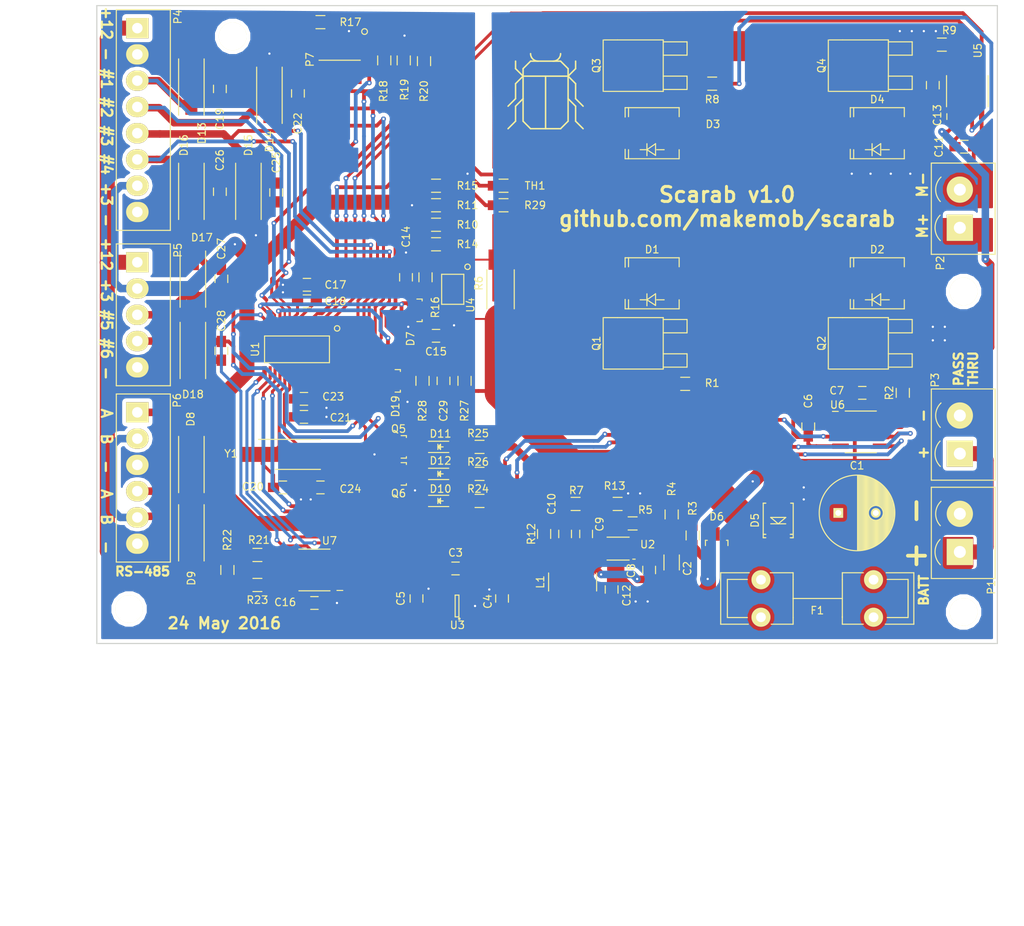
<source format=kicad_pcb>
(kicad_pcb (version 4) (host pcbnew 4.0.0-stable)
  (title_block (title Scarab) (date "24 May 2016") (rev 1.0) (company Makemob) (comment 1 "Chris Mock") (comment 2 chrisjohnmock@gmail.com))
  (layers (0 F.Cu signal) (31 B.Cu signal) (34 B.Paste user) (35 F.Paste user) (36 B.SilkS user) (37 F.SilkS user) (38 B.Mask user) (39 F.Mask user) (44 Edge.Cuts user))
  (net 0 "")
  (net 1 +BATT)
  (net 2 GND)
  (net 3 "Net-(C2-Pad1)")
  (net 4 "Net-(C3-Pad1)")
  (net 5 +12V)
  (net 6 +3V3)
  (net 7 "/BugBridge Power/MOTOR_A")
  (net 8 "Net-(C6-Pad2)")
  (net 9 "Net-(C8-Pad1)")
  (net 10 "Net-(C8-Pad2)")
  (net 11 "Net-(C9-Pad1)")
  (net 12 "Net-(C10-Pad1)")
  (net 13 "Net-(C11-Pad1)")
  (net 14 "/BugBridge Power/MOTOR_B")
  (net 15 "/BugBridge Micro/I_SENSE")
  (net 16 "/BugBridge Micro/EXT_1")
  (net 17 "Net-(C20-Pad1)")
  (net 18 "/BugBridge Micro/EXT_2")
  (net 19 "Net-(C24-Pad1)")
  (net 20 "/BugBridge Micro/EXT_3")
  (net 21 "/BugBridge Micro/EXT_4")
  (net 22 "/BugBridge Micro/EXT_5")
  (net 23 "/BugBridge Micro/EXT_6")
  (net 24 "/BugBridge Micro/BATT_V_SENSE")
  (net 25 "Net-(D1-Pad1)")
  (net 26 "/BugBridge Micro/RS-485_A")
  (net 27 "/BugBridge Micro/RS-485_B")
  (net 28 "Net-(D10-Pad2)")
  (net 29 "Net-(D11-Pad2)")
  (net 30 "Net-(D11-Pad1)")
  (net 31 "Net-(D12-Pad2)")
  (net 32 "Net-(D12-Pad1)")
  (net 33 "/BugBridge Power/BATT+")
  (net 34 "/BugBridge Micro/PG_DATA")
  (net 35 "/BugBridge Micro/PG_CLK")
  (net 36 "Net-(P7-Pad6)")
  (net 37 "Net-(P7-Pad7)")
  (net 38 "Net-(P7-Pad8)")
  (net 39 "/BugBridge Micro/PG_RESET")
  (net 40 "Net-(Q1-Pad1)")
  (net 41 "Net-(Q2-Pad1)")
  (net 42 "Net-(Q3-Pad1)")
  (net 43 "Net-(Q4-Pad1)")
  (net 44 "Net-(R1-Pad2)")
  (net 45 "Net-(R2-Pad2)")
  (net 46 "Net-(R3-Pad2)")
  (net 47 "Net-(R5-Pad1)")
  (net 48 "Net-(R8-Pad1)")
  (net 49 "Net-(R9-Pad1)")
  (net 50 "Net-(R10-Pad2)")
  (net 51 "Net-(R12-Pad2)")
  (net 52 "Net-(R14-Pad2)")
  (net 53 "Net-(R16-Pad2)")
  (net 54 "/BugBridge Micro/PG_ISP")
  (net 55 "/BugBridge Micro/TEMP")
  (net 56 "/BugBridge Micro/UART_TX")
  (net 57 "/BugBridge Micro/BRIDGE_4")
  (net 58 "/BugBridge Micro/BRIDGE_2")
  (net 59 "/BugBridge Micro/BRIDGE_1")
  (net 60 "/BugBridge Micro/BRIDGE_3")
  (net 61 "Net-(U1-Pad5)")
  (net 62 "/BugBridge Micro/485_TX_EN")
  (net 63 "/BugBridge Micro/UART_RX")
  (net 64 "Net-(U1-Pad27)")
  (module Fiducials:Fiducial_Modern_CopperTop (layer F.Cu) (at 155.9 72)
    (fp_text reference REF** hide)
    (fp_text value Fiducial_Modern_CopperTop)
    (pad ~ smd circle (at 0 0) (size 2 2) (layers F.Cu F.Mask))
  )
  (module Capacitors_ThroughHole:C_Radial_D10_L20_P5 (layer F.Cu) (at 208.8 122.6)
    (fp_text reference C1 (at 2.5 -6.3) (layer F.SilkS))
    (fp_text value 150uF)
    (pad 1 thru_hole rect (at 0 0) (size 1.3 1.3) (drill 0.8) (layers *.Cu *.Mask F.SilkS) (net 1 +BATT))
    (pad 2 thru_hole circle (at 5 0) (size 1.3 1.3) (drill 0.8) (layers *.Cu *.Mask F.SilkS) (net 2 GND))
  )
  (module Capacitors_SMD:C_1206_HandSoldering (layer F.Cu) (at 186.6 129.2 270)
    (fp_text reference C2 (at 0.8 -2.1 270) (layer F.SilkS))
    (fp_text value 2.2uF)
    (pad 1 smd rect (at -2 0 270) (size 2 1.6) (layers F.Cu F.Paste F.Mask) (net 3 "Net-(C2-Pad1)"))
    (pad 2 smd rect (at 2 0 270) (size 2 1.6) (layers F.Cu F.Paste F.Mask) (net 2 GND))
  )
  (module Capacitors_SMD:C_0805_HandSoldering (layer F.Cu) (at 157.8 130)
    (fp_text reference C3 (at 0 -2.1) (layer F.SilkS))
    (fp_text value NF)
    (pad 1 smd rect (at -1.25 0) (size 1.5 1.25) (layers F.Cu F.Paste F.Mask) (net 4 "Net-(C3-Pad1)"))
    (pad 2 smd rect (at 1.25 0) (size 1.5 1.25) (layers F.Cu F.Paste F.Mask) (net 2 GND))
  )
  (module Capacitors_SMD:C_0805_HandSoldering (layer F.Cu) (at 164 134 90)
    (fp_text reference C4 (at -0.4 -1.9 90) (layer F.SilkS))
    (fp_text value 1uF)
    (pad 1 smd rect (at -1.25 0 90) (size 1.5 1.25) (layers F.Cu F.Paste F.Mask) (net 5 +12V))
    (pad 2 smd rect (at 1.25 0 90) (size 1.5 1.25) (layers F.Cu F.Paste F.Mask) (net 2 GND))
  )
  (module Capacitors_SMD:C_0805_HandSoldering (layer F.Cu) (at 152.6 134 90)
    (fp_text reference C5 (at 0 -2.1 90) (layer F.SilkS))
    (fp_text value 1uF)
    (pad 1 smd rect (at -1.25 0 90) (size 1.5 1.25) (layers F.Cu F.Paste F.Mask) (net 6 +3V3))
    (pad 2 smd rect (at 1.25 0 90) (size 1.5 1.25) (layers F.Cu F.Paste F.Mask) (net 2 GND))
  )
  (module Capacitors_SMD:C_0805_HandSoldering (layer F.Cu) (at 204.8 111.1 90)
    (fp_text reference C6 (at 3.4 0 90) (layer F.SilkS))
    (fp_text value "1uF 25V X7R")
    (pad 1 smd rect (at -1.25 0 90) (size 1.5 1.25) (layers F.Cu F.Paste F.Mask) (net 7 "/BugBridge Power/MOTOR_A"))
    (pad 2 smd rect (at 1.25 0 90) (size 1.5 1.25) (layers F.Cu F.Paste F.Mask) (net 8 "Net-(C6-Pad2)"))
  )
  (module Capacitors_SMD:C_0805_HandSoldering (layer F.Cu) (at 212 106.6)
    (fp_text reference C7 (at -3.4 -0.3) (layer F.SilkS))
    (fp_text value "1uF 25V X7R")
    (pad 1 smd rect (at -1.25 0) (size 1.5 1.25) (layers F.Cu F.Paste F.Mask) (net 5 +12V))
    (pad 2 smd rect (at 1.25 0) (size 1.5 1.25) (layers F.Cu F.Paste F.Mask) (net 2 GND))
  )
  (module Capacitors_SMD:C_0805_HandSoldering (layer F.Cu) (at 183.6 130.2 90)
    (fp_text reference C8 (at -0.1 -2.4 90) (layer F.SilkS))
    (fp_text value 10nF)
    (pad 1 smd rect (at -1.25 0 90) (size 1.5 1.25) (layers F.Cu F.Paste F.Mask) (net 9 "Net-(C8-Pad1)"))
    (pad 2 smd rect (at 1.25 0 90) (size 1.5 1.25) (layers F.Cu F.Paste F.Mask) (net 10 "Net-(C8-Pad2)"))
  )
  (module Capacitors_SMD:C_0805_HandSoldering (layer F.Cu) (at 175.2 125.4 270)
    (fp_text reference C9 (at -1.3 -1.8 270) (layer F.SilkS))
    (fp_text value 68pF)
    (pad 1 smd rect (at -1.25 0 270) (size 1.5 1.25) (layers F.Cu F.Paste F.Mask) (net 11 "Net-(C9-Pad1)"))
    (pad 2 smd rect (at 1.25 0 270) (size 1.5 1.25) (layers F.Cu F.Paste F.Mask) (net 2 GND))
  )
  (module Capacitors_SMD:C_0805_HandSoldering (layer F.Cu) (at 172.4 125.4 270)
    (fp_text reference C10 (at -4 1.8 270) (layer F.SilkS))
    (fp_text value 750pF)
    (pad 1 smd rect (at -1.25 0 270) (size 1.5 1.25) (layers F.Cu F.Paste F.Mask) (net 12 "Net-(C10-Pad1)"))
    (pad 2 smd rect (at 1.25 0 270) (size 1.5 1.25) (layers F.Cu F.Paste F.Mask) (net 2 GND))
  )
  (module Capacitors_SMD:C_0805_HandSoldering (layer F.Cu) (at 225.6 73.8)
    (fp_text reference C11 (at -3.4 0 90) (layer F.SilkS))
    (fp_text value "1uF 25V X7R")
    (pad 1 smd rect (at -1.25 0) (size 1.5 1.25) (layers F.Cu F.Paste F.Mask) (net 13 "Net-(C11-Pad1)"))
    (pad 2 smd rect (at 1.25 0) (size 1.5 1.25) (layers F.Cu F.Paste F.Mask) (net 14 "/BugBridge Power/MOTOR_B"))
  )
  (module Capacitors_SMD:C_0805_HandSoldering (layer F.Cu) (at 178.6 132.8 90)
    (fp_text reference C12 (at -0.8 2 90) (layer F.SilkS))
    (fp_text value 10uF)
    (pad 1 smd rect (at -1.25 0 90) (size 1.5 1.25) (layers F.Cu F.Paste F.Mask) (net 5 +12V))
    (pad 2 smd rect (at 1.25 0 90) (size 1.5 1.25) (layers F.Cu F.Paste F.Mask) (net 2 GND))
  )
  (module Capacitors_SMD:C_0805_HandSoldering (layer F.Cu) (at 221.4 65.6 270)
    (fp_text reference C13 (at 4 -0.6 270) (layer F.SilkS))
    (fp_text value "1uF 25V X7R")
    (pad 1 smd rect (at -1.25 0 270) (size 1.5 1.25) (layers F.Cu F.Paste F.Mask) (net 2 GND))
    (pad 2 smd rect (at 1.25 0 270) (size 1.5 1.25) (layers F.Cu F.Paste F.Mask) (net 5 +12V))
  )
  (module Capacitors_SMD:C_0805_HandSoldering (layer F.Cu) (at 151.2 91.2 90)
    (fp_text reference C14 (at 5.4 0 90) (layer F.SilkS))
    (fp_text value NF)
    (pad 1 smd rect (at -1.25 0 90) (size 1.5 1.25) (layers F.Cu F.Paste F.Mask) (net 15 "/BugBridge Micro/I_SENSE"))
    (pad 2 smd rect (at 1.25 0 90) (size 1.5 1.25) (layers F.Cu F.Paste F.Mask) (net 2 GND))
  )
  (module Capacitors_SMD:C_0805_HandSoldering (layer F.Cu) (at 155.2 99 180)
    (fp_text reference C15 (at 0 -2.1 180) (layer F.SilkS))
    (fp_text value 100nF)
    (pad 1 smd rect (at -1.25 0 180) (size 1.5 1.25) (layers F.Cu F.Paste F.Mask) (net 2 GND))
    (pad 2 smd rect (at 1.25 0 180) (size 1.5 1.25) (layers F.Cu F.Paste F.Mask) (net 6 +3V3))
  )
  (module Capacitors_SMD:C_0805_HandSoldering (layer F.Cu) (at 139 134.6)
    (fp_text reference C16 (at -3.9 -0.1) (layer F.SilkS))
    (fp_text value 100nF)
    (pad 1 smd rect (at -1.25 0) (size 1.5 1.25) (layers F.Cu F.Paste F.Mask) (net 6 +3V3))
    (pad 2 smd rect (at 1.25 0) (size 1.5 1.25) (layers F.Cu F.Paste F.Mask) (net 2 GND))
  )
  (module Capacitors_SMD:C_0805_HandSoldering (layer F.Cu) (at 138 92.2 180)
    (fp_text reference C17 (at -3.8 0 180) (layer F.SilkS))
    (fp_text value 100nF)
    (pad 1 smd rect (at -1.25 0 180) (size 1.5 1.25) (layers F.Cu F.Paste F.Mask) (net 6 +3V3))
    (pad 2 smd rect (at 1.25 0 180) (size 1.5 1.25) (layers F.Cu F.Paste F.Mask) (net 2 GND))
  )
  (module Capacitors_SMD:C_0805_HandSoldering (layer F.Cu) (at 138 94.4 180)
    (fp_text reference C18 (at -3.8 0 180) (layer F.SilkS))
    (fp_text value 10nF)
    (pad 1 smd rect (at -1.25 0 180) (size 1.5 1.25) (layers F.Cu F.Paste F.Mask) (net 6 +3V3))
    (pad 2 smd rect (at 1.25 0 180) (size 1.5 1.25) (layers F.Cu F.Paste F.Mask) (net 2 GND))
  )
  (module Capacitors_SMD:C_0805_HandSoldering (layer F.Cu) (at 126.4 66.1 90)
    (fp_text reference C19 (at -4 0 90) (layer F.SilkS))
    (fp_text value NF)
    (pad 1 smd rect (at -1.25 0 90) (size 1.5 1.25) (layers F.Cu F.Paste F.Mask) (net 16 "/BugBridge Micro/EXT_1"))
    (pad 2 smd rect (at 1.25 0 90) (size 1.5 1.25) (layers F.Cu F.Paste F.Mask) (net 2 GND))
  )
  (module Capacitors_SMD:C_0805_HandSoldering (layer F.Cu) (at 134.8 119.2)
    (fp_text reference C20 (at -4 -0.1) (layer F.SilkS))
    (fp_text value 39pF)
    (pad 1 smd rect (at -1.25 0) (size 1.5 1.25) (layers F.Cu F.Paste F.Mask) (net 17 "Net-(C20-Pad1)"))
    (pad 2 smd rect (at 1.25 0) (size 1.5 1.25) (layers F.Cu F.Paste F.Mask) (net 2 GND))
  )
  (module Capacitors_SMD:C_0805_HandSoldering (layer F.Cu) (at 137.6 109.8)
    (fp_text reference C21 (at 4.9 0.1) (layer F.SilkS))
    (fp_text value 100nF)
    (pad 1 smd rect (at -1.25 0) (size 1.5 1.25) (layers F.Cu F.Paste F.Mask) (net 6 +3V3))
    (pad 2 smd rect (at 1.25 0) (size 1.5 1.25) (layers F.Cu F.Paste F.Mask) (net 2 GND))
  )
  (module Capacitors_SMD:C_0805_HandSoldering (layer F.Cu) (at 136.8 66.7 90)
    (fp_text reference C22 (at -4 0 90) (layer F.SilkS))
    (fp_text value NF)
    (pad 1 smd rect (at -1.25 0 90) (size 1.5 1.25) (layers F.Cu F.Paste F.Mask) (net 18 "/BugBridge Micro/EXT_2"))
    (pad 2 smd rect (at 1.25 0 90) (size 1.5 1.25) (layers F.Cu F.Paste F.Mask) (net 2 GND))
  )
  (module Capacitors_SMD:C_0805_HandSoldering (layer F.Cu) (at 137.6 107.4)
    (fp_text reference C23 (at 3.9 -0.3) (layer F.SilkS))
    (fp_text value 10nF)
    (pad 1 smd rect (at -1.25 0) (size 1.5 1.25) (layers F.Cu F.Paste F.Mask) (net 6 +3V3))
    (pad 2 smd rect (at 1.25 0) (size 1.5 1.25) (layers F.Cu F.Paste F.Mask) (net 2 GND))
  )
  (module Capacitors_SMD:C_0805_HandSoldering (layer F.Cu) (at 139.8 119.2 180)
    (fp_text reference C24 (at -4 -0.2 180) (layer F.SilkS))
    (fp_text value 39pF)
    (pad 1 smd rect (at -1.25 0 180) (size 1.5 1.25) (layers F.Cu F.Paste F.Mask) (net 19 "Net-(C24-Pad1)"))
    (pad 2 smd rect (at 1.25 0 180) (size 1.5 1.25) (layers F.Cu F.Paste F.Mask) (net 2 GND))
  )
  (module Capacitors_SMD:C_0805_HandSoldering (layer F.Cu) (at 133.9 79.9 270)
    (fp_text reference C25 (at -4 0 270) (layer F.SilkS))
    (fp_text value NF)
    (pad 1 smd rect (at -1.25 0 270) (size 1.5 1.25) (layers F.Cu F.Paste F.Mask) (net 20 "/BugBridge Micro/EXT_3"))
    (pad 2 smd rect (at 1.25 0 270) (size 1.5 1.25) (layers F.Cu F.Paste F.Mask) (net 2 GND))
  )
  (module Capacitors_SMD:C_0805_HandSoldering (layer F.Cu) (at 126.4 79.8 270)
    (fp_text reference C26 (at -4.2 0 270) (layer F.SilkS))
    (fp_text value NF)
    (pad 1 smd rect (at -1.25 0 270) (size 1.5 1.25) (layers F.Cu F.Paste F.Mask) (net 21 "/BugBridge Micro/EXT_4"))
    (pad 2 smd rect (at 1.25 0 270) (size 1.5 1.25) (layers F.Cu F.Paste F.Mask) (net 2 GND))
  )
  (module Capacitors_SMD:C_0805_HandSoldering (layer F.Cu) (at 126.6 91.4 90)
    (fp_text reference C27 (at 4 0 90) (layer F.SilkS))
    (fp_text value NF)
    (pad 1 smd rect (at -1.25 0 90) (size 1.5 1.25) (layers F.Cu F.Paste F.Mask) (net 22 "/BugBridge Micro/EXT_5"))
    (pad 2 smd rect (at 1.25 0 90) (size 1.5 1.25) (layers F.Cu F.Paste F.Mask) (net 2 GND))
  )
  (module Capacitors_SMD:C_0805_HandSoldering (layer F.Cu) (at 126.6 101 270)
    (fp_text reference C28 (at -4 0 270) (layer F.SilkS))
    (fp_text value NF)
    (pad 1 smd rect (at -1.25 0 270) (size 1.5 1.25) (layers F.Cu F.Paste F.Mask) (net 23 "/BugBridge Micro/EXT_6"))
    (pad 2 smd rect (at 1.25 0 270) (size 1.5 1.25) (layers F.Cu F.Paste F.Mask) (net 2 GND))
  )
  (module Capacitors_SMD:C_0805_HandSoldering (layer F.Cu) (at 156.2 105 270)
    (fp_text reference C29 (at 4 0 270) (layer F.SilkS))
    (fp_text value 10nF)
    (pad 1 smd rect (at -1.25 0 270) (size 1.5 1.25) (layers F.Cu F.Paste F.Mask) (net 24 "/BugBridge Micro/BATT_V_SENSE"))
    (pad 2 smd rect (at 1.25 0 270) (size 1.5 1.25) (layers F.Cu F.Paste F.Mask) (net 2 GND))
  )
  (module Diodes_SMD:SMC_Handsoldering (layer F.Cu) (at 184 92)
    (fp_text reference D1 (at 0 -4.5) (layer F.SilkS))
    (fp_text value NF)
    (pad 1 smd rect (at -4.39928 0 90) (size 3.29946 4.50088) (layers F.Cu F.Paste F.Mask) (net 25 "Net-(D1-Pad1)"))
    (pad 2 smd rect (at 4.39928 0 90) (size 3.29946 4.49834) (layers F.Cu F.Paste F.Mask) (net 7 "/BugBridge Power/MOTOR_A"))
  )
  (module Diodes_SMD:SMC_Handsoldering (layer F.Cu) (at 214 92)
    (fp_text reference D2 (at 0 -4.5) (layer F.SilkS))
    (fp_text value NF)
    (pad 1 smd rect (at -4.39928 0 90) (size 3.29946 4.50088) (layers F.Cu F.Paste F.Mask) (net 7 "/BugBridge Power/MOTOR_A"))
    (pad 2 smd rect (at 4.39928 0 90) (size 3.29946 4.49834) (layers F.Cu F.Paste F.Mask) (net 2 GND))
  )
  (module Diodes_SMD:SMC_Handsoldering (layer F.Cu) (at 184 72)
    (fp_text reference D3 (at 8.1 -1.2) (layer F.SilkS))
    (fp_text value NF)
    (pad 1 smd rect (at -4.39928 0 90) (size 3.29946 4.50088) (layers F.Cu F.Paste F.Mask) (net 25 "Net-(D1-Pad1)"))
    (pad 2 smd rect (at 4.39928 0 90) (size 3.29946 4.49834) (layers F.Cu F.Paste F.Mask) (net 14 "/BugBridge Power/MOTOR_B"))
  )
  (module Diodes_SMD:SMC_Handsoldering (layer F.Cu) (at 214 72)
    (fp_text reference D4 (at 0 -4.5) (layer F.SilkS))
    (fp_text value NF)
    (pad 1 smd rect (at -4.39928 0 90) (size 3.29946 4.50088) (layers F.Cu F.Paste F.Mask) (net 14 "/BugBridge Power/MOTOR_B"))
    (pad 2 smd rect (at 4.39928 0 90) (size 3.29946 4.49834) (layers F.Cu F.Paste F.Mask) (net 2 GND))
  )
  (module Diodes_SMD:SMB_Handsoldering (layer F.Cu) (at 200.8 123.6 90)
    (fp_text reference D5 (at 0 -3.1 90) (layer F.SilkS))
    (fp_text value TVS)
    (pad 1 smd rect (at -2.70002 0 90) (size 3.50012 2.30124) (layers F.Cu F.Paste F.Mask) (net 1 +BATT))
    (pad 2 smd rect (at 2.70002 0 90) (size 3.50012 2.30124) (layers F.Cu F.Paste F.Mask) (net 2 GND))
  )
  (module TO_SOT_Packages_SMD:SOT-23_Handsoldering (layer F.Cu) (at 192.6 126.9)
    (fp_text reference D6 (at 0 -3.81) (layer F.SilkS))
    (fp_text value BAV99)
    (pad 1 smd rect (at -0.95 1.50114) (size 0.8001 1.80086) (layers F.Cu F.Paste F.Mask) (net 3 "Net-(C2-Pad1)"))
    (pad 2 smd rect (at 0.95 1.50114) (size 0.8001 1.80086) (layers F.Cu F.Paste F.Mask) (net 1 +BATT))
    (pad 3 smd rect (at 0 -1.50114) (size 0.8001 1.80086) (layers F.Cu F.Paste F.Mask))
  )
  (module TO_SOT_Packages_SMD:SOT-23 (layer F.Cu) (at 152.7 95.6 270)
    (fp_text reference D7 (at 3.8 0.9 270) (layer F.SilkS))
    (fp_text value NF)
    (pad 1 smd rect (at -0.95 1.00076 270) (size 0.8001 0.8001) (layers F.Cu F.Paste F.Mask) (net 15 "/BugBridge Micro/I_SENSE"))
    (pad 2 smd rect (at 0.95 1.00076 270) (size 0.8001 0.8001) (layers F.Cu F.Paste F.Mask) (net 2 GND))
    (pad 3 smd rect (at 0 -0.99822 270) (size 0.8001 0.8001) (layers F.Cu F.Paste F.Mask))
  )
  (module BugBridgePCBLib:DO-214AC_Handsoldering (layer F.Cu) (at 122.6 115.9 90)
    (fp_text reference D8 (at 5.8 -0.1 90) (layer F.SilkS))
    (fp_text value "TVS 12V")
    (pad 2 smd rect (at 2.45 0 90) (size 3 1.6) (layers F.Cu F.Paste F.Mask) (net 2 GND))
    (pad 1 smd rect (at -2.45 0 90) (size 3 1.6) (layers F.Cu F.Paste F.Mask) (net 26 "/BugBridge Micro/RS-485_A"))
  )
  (module BugBridgePCBLib:DO-214AC_Handsoldering (layer F.Cu) (at 122.6 125.5 270)
    (fp_text reference D9 (at 5.8 0 270) (layer F.SilkS))
    (fp_text value "TVS 12V")
    (pad 2 smd rect (at 2.45 0 270) (size 3 1.6) (layers F.Cu F.Paste F.Mask) (net 2 GND))
    (pad 1 smd rect (at -2.45 0 270) (size 3 1.6) (layers F.Cu F.Paste F.Mask) (net 27 "/BugBridge Micro/RS-485_B"))
  )
  (module LEDs:LED_0805 (layer F.Cu) (at 155.8 121)
    (fp_text reference D10 (at 0 -1.6) (layer F.SilkS))
    (fp_text value RED)
    (pad 2 smd rect (at 1.04902 0 180) (size 1.19888 1.19888) (layers F.Cu F.Paste F.Mask) (net 28 "Net-(D10-Pad2)"))
    (pad 1 smd rect (at -1.04902 0 180) (size 1.19888 1.19888) (layers F.Cu F.Paste F.Mask) (net 2 GND))
  )
  (module LEDs:LED_0805 (layer F.Cu) (at 155.8 113.8)
    (fp_text reference D11 (at 0 -1.75) (layer F.SilkS))
    (fp_text value BLUE)
    (pad 2 smd rect (at 1.04902 0 180) (size 1.19888 1.19888) (layers F.Cu F.Paste F.Mask) (net 29 "Net-(D11-Pad2)"))
    (pad 1 smd rect (at -1.04902 0 180) (size 1.19888 1.19888) (layers F.Cu F.Paste F.Mask) (net 30 "Net-(D11-Pad1)"))
  )
  (module LEDs:LED_0805 (layer F.Cu) (at 155.8 117.4)
    (fp_text reference D12 (at 0 -1.75) (layer F.SilkS))
    (fp_text value GREEN)
    (pad 2 smd rect (at 1.04902 0 180) (size 1.19888 1.19888) (layers F.Cu F.Paste F.Mask) (net 31 "Net-(D12-Pad2)"))
    (pad 1 smd rect (at -1.04902 0 180) (size 1.19888 1.19888) (layers F.Cu F.Paste F.Mask) (net 32 "Net-(D12-Pad1)"))
  )
  (module BugBridgePCBLib:DO-214AC_Handsoldering (layer F.Cu) (at 122.6 65.6 90)
    (fp_text reference D13 (at -6.4 1.4 90) (layer F.SilkS))
    (fp_text value NF)
    (pad 2 smd rect (at 2.45 0 90) (size 3 1.6) (layers F.Cu F.Paste F.Mask) (net 2 GND))
    (pad 1 smd rect (at -2.45 0 90) (size 3 1.6) (layers F.Cu F.Paste F.Mask) (net 16 "/BugBridge Micro/EXT_1"))
  )
  (module BugBridgePCBLib:DO-214AC_Handsoldering (layer F.Cu) (at 133 66.7 90)
    (fp_text reference D14 (at -6.4 0 90) (layer F.SilkS))
    (fp_text value NF)
    (pad 2 smd rect (at 2.45 0 90) (size 3 1.6) (layers F.Cu F.Paste F.Mask) (net 2 GND))
    (pad 1 smd rect (at -2.45 0 90) (size 3 1.6) (layers F.Cu F.Paste F.Mask) (net 18 "/BugBridge Micro/EXT_2"))
  )
  (module BugBridgePCBLib:DO-214AC_Handsoldering (layer F.Cu) (at 130.2 80 270)
    (fp_text reference D15 (at -6.4 0 270) (layer F.SilkS))
    (fp_text value NF)
    (pad 2 smd rect (at 2.45 0 270) (size 3 1.6) (layers F.Cu F.Paste F.Mask) (net 2 GND))
    (pad 1 smd rect (at -2.45 0 270) (size 3 1.6) (layers F.Cu F.Paste F.Mask) (net 20 "/BugBridge Micro/EXT_3"))
  )
  (module BugBridgePCBLib:DO-214AC_Handsoldering (layer F.Cu) (at 122.6 80 270)
    (fp_text reference D16 (at -6.4 1 270) (layer F.SilkS))
    (fp_text value NF)
    (pad 2 smd rect (at 2.45 0 270) (size 3 1.6) (layers F.Cu F.Paste F.Mask) (net 2 GND))
    (pad 1 smd rect (at -2.45 0 270) (size 3 1.6) (layers F.Cu F.Paste F.Mask) (net 21 "/BugBridge Micro/EXT_4"))
  )
  (module BugBridgePCBLib:DO-214AC_Handsoldering (layer F.Cu) (at 122.8 91.2 90)
    (fp_text reference D17 (at 5.3 1.2 180) (layer F.SilkS))
    (fp_text value NF)
    (pad 2 smd rect (at 2.45 0 90) (size 3 1.6) (layers F.Cu F.Paste F.Mask) (net 2 GND))
    (pad 1 smd rect (at -2.45 0 90) (size 3 1.6) (layers F.Cu F.Paste F.Mask) (net 22 "/BugBridge Micro/EXT_5"))
  )
  (module BugBridgePCBLib:DO-214AC_Handsoldering (layer F.Cu) (at 122.8 101.2 270)
    (fp_text reference D18 (at 5.6 0 360) (layer F.SilkS))
    (fp_text value NF)
    (pad 2 smd rect (at 2.45 0 270) (size 3 1.6) (layers F.Cu F.Paste F.Mask) (net 2 GND))
    (pad 1 smd rect (at -2.45 0 270) (size 3 1.6) (layers F.Cu F.Paste F.Mask) (net 23 "/BugBridge Micro/EXT_6"))
  )
  (module TO_SOT_Packages_SMD:SOT-23 (layer F.Cu) (at 149.8 105 270)
    (fp_text reference D19 (at 3.4 0 270) (layer F.SilkS))
    (fp_text value 3V)
    (pad 1 smd rect (at -0.95 1.00076 270) (size 0.8001 0.8001) (layers F.Cu F.Paste F.Mask) (net 24 "/BugBridge Micro/BATT_V_SENSE"))
    (pad 2 smd rect (at 0.95 1.00076 270) (size 0.8001 0.8001) (layers F.Cu F.Paste F.Mask) (net 2 GND))
    (pad 3 smd rect (at 0 -0.99822 270) (size 0.8001 0.8001) (layers F.Cu F.Paste F.Mask))
  )
  (module BugBridgePCBLib:Fuseholder_5x20_Schurter (layer F.Cu) (at 206 134 180)
    (fp_text reference F1 (at 0 -1.6 180) (layer F.SilkS))
    (fp_text value 8A)
    (pad 2 thru_hole circle (at 7.5 -2.5 180) (size 2.54 2.54) (drill 1.3) (layers *.Cu *.Mask F.SilkS) (net 1 +BATT))
    (pad 2 thru_hole circle (at 7.5 2.5 180) (size 2.54 2.54) (drill 1.3) (layers *.Cu *.Mask F.SilkS) (net 1 +BATT))
    (pad 1 thru_hole circle (at -7.5 -2.5 180) (size 2.54 2.54) (drill 1.3) (layers *.Cu *.Mask F.SilkS) (net 33 "/BugBridge Power/BATT+"))
    (pad 1 thru_hole circle (at -7.5 2.5 180) (size 2.54 2.54) (drill 1.3) (layers *.Cu *.Mask F.SilkS) (net 33 "/BugBridge Power/BATT+"))
  )
  (module BugBridgePCBLib:INDUCTOR_SDR0604 (layer F.Cu) (at 173.4 131.8 270)
    (fp_text reference L1 (at 0 4.3 270) (layer F.SilkS))
    (fp_text value "220uH 1.57R")
    (pad 1 smd rect (at -1.95 0 270) (size 2.1 5.8) (layers F.Cu F.Paste F.Mask) (net 9 "Net-(C8-Pad1)"))
    (pad 2 smd rect (at 1.95 0 270) (size 2.1 5.8) (layers F.Cu F.Paste F.Mask) (net 5 +12V))
  )
  (module BugBridgePCBLib:Connector_5.08mm_Pitch_2way (layer F.Cu) (at 225 127.8 90)
    (fp_text reference P1 (at -4.7 4.2 90) (layer F.SilkS))
    (fp_text value BATT)
    (pad 1 thru_hole rect (at 0 0 90) (size 3.5 3.5) (drill 1.6) (layers *.Cu *.Mask F.SilkS) (net 33 "/BugBridge Power/BATT+"))
    (pad 2 thru_hole circle (at 5.08 0 90) (size 3.5 3.5) (drill 1.6) (layers *.Cu *.Mask F.SilkS) (net 2 GND))
  )
  (module BugBridgePCBLib:Connector_5.08mm_Pitch_2way (layer F.Cu) (at 225 84.6 90)
    (fp_text reference P2 (at -4.7 -2.6 90) (layer F.SilkS))
    (fp_text value MOTOR)
    (pad 1 thru_hole rect (at 0 0 90) (size 3.5 3.5) (drill 1.6) (layers *.Cu *.Mask F.SilkS) (net 7 "/BugBridge Power/MOTOR_A"))
    (pad 2 thru_hole circle (at 5.08 0 90) (size 3.5 3.5) (drill 1.6) (layers *.Cu *.Mask F.SilkS) (net 14 "/BugBridge Power/MOTOR_B"))
  )
  (module BugBridgePCBLib:Connector_5.08mm_Pitch_2way (layer F.Cu) (at 225 114.7 90)
    (fp_text reference P3 (at 9.8 -3.3 90) (layer F.SilkS))
    (fp_text value PASSTHRU)
    (pad 1 thru_hole rect (at 0 0 90) (size 3.5 3.5) (drill 1.6) (layers *.Cu *.Mask F.SilkS) (net 33 "/BugBridge Power/BATT+"))
    (pad 2 thru_hole circle (at 5.08 0 90) (size 3.5 3.5) (drill 1.6) (layers *.Cu *.Mask F.SilkS) (net 2 GND))
  )
  (module BugBridgePCBLib:Connector_3.5mm_Pitch_8way (layer F.Cu) (at 115.4 58 270)
    (fp_text reference P4 (at -1.5 -5.4 270) (layer F.SilkS))
    (fp_text value AUX_A)
    (pad 8 thru_hole oval (at 24.5 0 270) (size 2.7 3) (drill 1.4) (layers *.Cu *.Mask F.SilkS) (net 2 GND))
    (pad 7 thru_hole oval (at 21 0 270) (size 2.7 3) (drill 1.4) (layers *.Cu *.Mask F.SilkS) (net 6 +3V3))
    (pad 1 thru_hole rect (at 0 0 270) (size 2.7 3) (drill 1.4) (layers *.Cu *.Mask F.SilkS) (net 5 +12V))
    (pad 2 thru_hole oval (at 3.5 0 270) (size 2.7 3) (drill 1.4) (layers *.Cu *.Mask F.SilkS) (net 2 GND))
    (pad 3 thru_hole oval (at 7 0 270) (size 2.7 3) (drill 1.4) (layers *.Cu *.Mask F.SilkS) (net 16 "/BugBridge Micro/EXT_1"))
    (pad 4 thru_hole oval (at 10.5 0 270) (size 2.7 3) (drill 1.4) (layers *.Cu *.Mask F.SilkS) (net 18 "/BugBridge Micro/EXT_2"))
    (pad 5 thru_hole oval (at 14 0 270) (size 2.7 3) (drill 1.4) (layers *.Cu *.Mask F.SilkS) (net 20 "/BugBridge Micro/EXT_3"))
    (pad 6 thru_hole oval (at 17.5 0 270) (size 2.7 3) (drill 1.4) (layers *.Cu *.Mask F.SilkS) (net 21 "/BugBridge Micro/EXT_4"))
  )
  (module BugBridgePCBLib:Connector_3.5mm_Pitch_5way (layer F.Cu) (at 115.4 89.2 270)
    (fp_text reference P5 (at -1.6 -5.4 450) (layer F.SilkS))
    (fp_text value AUX_B)
    (pad 1 thru_hole rect (at 0 0 270) (size 2.7 3) (drill 1.4) (layers *.Cu *.Mask F.SilkS) (net 5 +12V))
    (pad 2 thru_hole oval (at 3.5 0 270) (size 2.7 3) (drill 1.4) (layers *.Cu *.Mask F.SilkS) (net 6 +3V3))
    (pad 3 thru_hole oval (at 7 0 270) (size 2.7 3) (drill 1.4) (layers *.Cu *.Mask F.SilkS) (net 22 "/BugBridge Micro/EXT_5"))
    (pad 4 thru_hole oval (at 10.5 0 270) (size 2.7 3) (drill 1.4) (layers *.Cu *.Mask F.SilkS) (net 23 "/BugBridge Micro/EXT_6"))
    (pad 5 thru_hole oval (at 14 0 270) (size 2.7 3) (drill 1.4) (layers *.Cu *.Mask F.SilkS) (net 2 GND))
  )
  (module BugBridgePCBLib:Connector_3.5mm_Pitch_6way (layer F.Cu) (at 115.4 109.2 270)
    (fp_text reference P6 (at -1.6 -5.3 270) (layer F.SilkS))
    (fp_text value COMMS)
    (pad 1 thru_hole rect (at 0 0 270) (size 2.7 3) (drill 1.4) (layers *.Cu *.Mask F.SilkS) (net 26 "/BugBridge Micro/RS-485_A"))
    (pad 2 thru_hole oval (at 3.5 0 270) (size 2.7 3) (drill 1.4) (layers *.Cu *.Mask F.SilkS) (net 27 "/BugBridge Micro/RS-485_B"))
    (pad 3 thru_hole oval (at 7 0 270) (size 2.7 3) (drill 1.4) (layers *.Cu *.Mask F.SilkS) (net 2 GND))
    (pad 4 thru_hole oval (at 10.5 0 270) (size 2.7 3) (drill 1.4) (layers *.Cu *.Mask F.SilkS) (net 26 "/BugBridge Micro/RS-485_A"))
    (pad 5 thru_hole oval (at 14 0 270) (size 2.7 3) (drill 1.4) (layers *.Cu *.Mask F.SilkS) (net 27 "/BugBridge Micro/RS-485_B"))
    (pad 6 thru_hole oval (at 17.5 0 270) (size 2.7 3) (drill 1.4) (layers *.Cu *.Mask F.SilkS) (net 2 GND))
  )
  (module BugBridgePCBLib:CON_02X05_1.27 (layer F.Cu) (at 144.9 62.3 180)
    (fp_text reference P7 (at 6.5 0.1 270) (layer F.SilkS))
    (fp_text value ISP)
    (pad 1 smd rect (at 0 1.95 180) (size 0.76 2.4) (layers F.Cu F.Paste F.Mask) (net 6 +3V3))
    (pad 2 smd rect (at 0 -1.95 180) (size 0.76 2.4) (layers F.Cu F.Paste F.Mask) (net 34 "/BugBridge Micro/PG_DATA"))
    (pad 3 smd rect (at 1.27 1.95 180) (size 0.76 2.4) (layers F.Cu F.Paste F.Mask) (net 2 GND))
    (pad 4 smd rect (at 1.27 -1.95 180) (size 0.76 2.4) (layers F.Cu F.Paste F.Mask) (net 35 "/BugBridge Micro/PG_CLK"))
    (pad 5 smd rect (at 2.54 1.95 180) (size 0.76 2.4) (layers F.Cu F.Paste F.Mask) (net 2 GND))
    (pad 6 smd rect (at 2.54 -1.95 180) (size 0.76 2.4) (layers F.Cu F.Paste F.Mask) (net 36 "Net-(P7-Pad6)"))
    (pad 7 smd rect (at 3.81 1.95 180) (size 0.76 2.4) (layers F.Cu F.Paste F.Mask) (net 37 "Net-(P7-Pad7)"))
    (pad 8 smd rect (at 3.81 -1.95 180) (size 0.76 2.4) (layers F.Cu F.Paste F.Mask) (net 38 "Net-(P7-Pad8)"))
    (pad 9 smd rect (at 5.08 1.95 180) (size 0.76 2.4) (layers F.Cu F.Paste F.Mask) (net 2 GND))
    (pad 10 smd rect (at 5.08 -1.95 180) (size 0.76 2.4) (layers F.Cu F.Paste F.Mask) (net 39 "/BugBridge Micro/PG_RESET"))
  )
  (module TO_SOT_Packages_SMD:TO-252-2Lead (layer F.Cu) (at 187 100 90)
    (fp_text reference Q1 (at 0 -10.414 90) (layer F.SilkS))
    (fp_text value IPD35N10S3L-26)
    (pad 1 smd rect (at -2.286 0 90) (size 1.651 3.048) (layers F.Cu F.Paste F.Mask) (net 40 "Net-(Q1-Pad1)"))
    (pad 2 smd rect (at 0 -6.35 90) (size 6.096 6.096) (layers F.Cu F.Paste F.Mask) (net 25 "Net-(D1-Pad1)"))
    (pad 3 smd rect (at 2.286 0 90) (size 1.651 3.048) (layers F.Cu F.Paste F.Mask) (net 7 "/BugBridge Power/MOTOR_A"))
  )
  (module TO_SOT_Packages_SMD:TO-252-2Lead (layer F.Cu) (at 217 100 90)
    (fp_text reference Q2 (at 0 -10.414 90) (layer F.SilkS))
    (fp_text value IPD35N10S3L-26)
    (pad 1 smd rect (at -2.286 0 90) (size 1.651 3.048) (layers F.Cu F.Paste F.Mask) (net 41 "Net-(Q2-Pad1)"))
    (pad 2 smd rect (at 0 -6.35 90) (size 6.096 6.096) (layers F.Cu F.Paste F.Mask) (net 7 "/BugBridge Power/MOTOR_A"))
    (pad 3 smd rect (at 2.286 0 90) (size 1.651 3.048) (layers F.Cu F.Paste F.Mask) (net 2 GND))
  )
  (module TO_SOT_Packages_SMD:TO-252-2Lead (layer F.Cu) (at 187 63 90)
    (fp_text reference Q3 (at 0 -10.414 90) (layer F.SilkS))
    (fp_text value IPD35N10S3L-26)
    (pad 1 smd rect (at -2.286 0 90) (size 1.651 3.048) (layers F.Cu F.Paste F.Mask) (net 42 "Net-(Q3-Pad1)"))
    (pad 2 smd rect (at 0 -6.35 90) (size 6.096 6.096) (layers F.Cu F.Paste F.Mask) (net 25 "Net-(D1-Pad1)"))
    (pad 3 smd rect (at 2.286 0 90) (size 1.651 3.048) (layers F.Cu F.Paste F.Mask) (net 14 "/BugBridge Power/MOTOR_B"))
  )
  (module TO_SOT_Packages_SMD:TO-252-2Lead (layer F.Cu) (at 217 63 90)
    (fp_text reference Q4 (at 0 -10.414 90) (layer F.SilkS))
    (fp_text value IPD35N10S3L-26)
    (pad 1 smd rect (at -2.286 0 90) (size 1.651 3.048) (layers F.Cu F.Paste F.Mask) (net 43 "Net-(Q4-Pad1)"))
    (pad 2 smd rect (at 0 -6.35 90) (size 6.096 6.096) (layers F.Cu F.Paste F.Mask) (net 14 "/BugBridge Power/MOTOR_B"))
    (pad 3 smd rect (at 2.286 0 90) (size 1.651 3.048) (layers F.Cu F.Paste F.Mask) (net 2 GND))
  )
  (module TO_SOT_Packages_SMD:SOT-23_Handsoldering (layer F.Cu) (at 150.6 113.8 270)
    (fp_text reference Q5 (at -2.4 0.4 360) (layer F.SilkS))
    (fp_text value MMUN2211LT1G)
    (pad 1 smd rect (at -0.95 1.50114 270) (size 0.8001 1.80086) (layers F.Cu F.Paste F.Mask) (net 23 "/BugBridge Micro/EXT_6"))
    (pad 2 smd rect (at 0.95 1.50114 270) (size 0.8001 1.80086) (layers F.Cu F.Paste F.Mask) (net 2 GND))
    (pad 3 smd rect (at 0 -1.50114 270) (size 0.8001 1.80086) (layers F.Cu F.Paste F.Mask) (net 30 "Net-(D11-Pad1)"))
  )
  (module TO_SOT_Packages_SMD:SOT-23_Handsoldering (layer F.Cu) (at 150.6 117.4 270)
    (fp_text reference Q6 (at 2.6 0.4 360) (layer F.SilkS))
    (fp_text value MMUN2211LT1G)
    (pad 1 smd rect (at -0.95 1.50114 270) (size 0.8001 1.80086) (layers F.Cu F.Paste F.Mask) (net 22 "/BugBridge Micro/EXT_5"))
    (pad 2 smd rect (at 0.95 1.50114 270) (size 0.8001 1.80086) (layers F.Cu F.Paste F.Mask) (net 2 GND))
    (pad 3 smd rect (at 0 -1.50114 270) (size 0.8001 1.80086) (layers F.Cu F.Paste F.Mask) (net 32 "Net-(D12-Pad1)"))
  )
  (module Resistors_SMD:R_0805_HandSoldering (layer F.Cu) (at 188.4 105.4)
    (fp_text reference R1 (at 3.6 -0.1) (layer F.SilkS))
    (fp_text value 0R)
    (pad 1 smd rect (at -1.35 0) (size 1.5 1.3) (layers F.Cu F.Paste F.Mask) (net 40 "Net-(Q1-Pad1)"))
    (pad 2 smd rect (at 1.35 0) (size 1.5 1.3) (layers F.Cu F.Paste F.Mask) (net 44 "Net-(R1-Pad2)"))
  )
  (module Resistors_SMD:R_0805_HandSoldering (layer F.Cu) (at 217.4 106.6 270)
    (fp_text reference R2 (at 0 1.8 270) (layer F.SilkS))
    (fp_text value 0R)
    (pad 1 smd rect (at -1.35 0 270) (size 1.5 1.3) (layers F.Cu F.Paste F.Mask) (net 41 "Net-(Q2-Pad1)"))
    (pad 2 smd rect (at 1.35 0 270) (size 1.5 1.3) (layers F.Cu F.Paste F.Mask) (net 45 "Net-(R2-Pad2)"))
  )
  (module Resistors_SMD:R_0805_HandSoldering (layer F.Cu) (at 189.4 125.6 90)
    (fp_text reference R3 (at 3.6 0 90) (layer F.SilkS))
    (fp_text value NF)
    (pad 1 smd rect (at -1.35 0 90) (size 1.5 1.3) (layers F.Cu F.Paste F.Mask) (net 3 "Net-(C2-Pad1)"))
    (pad 2 smd rect (at 1.35 0 90) (size 1.5 1.3) (layers F.Cu F.Paste F.Mask) (net 46 "Net-(R3-Pad2)"))
  )
  (module Resistors_SMD:R_0805_HandSoldering (layer F.Cu) (at 186.6 122.8 90)
    (fp_text reference R4 (at 3.4 0 90) (layer F.SilkS))
    (fp_text value NF)
    (pad 1 smd rect (at -1.35 0 90) (size 1.5 1.3) (layers F.Cu F.Paste F.Mask) (net 46 "Net-(R3-Pad2)"))
    (pad 2 smd rect (at 1.35 0 90) (size 1.5 1.3) (layers F.Cu F.Paste F.Mask) (net 2 GND))
  )
  (module Resistors_SMD:R_0805_HandSoldering (layer F.Cu) (at 181.4 124 180)
    (fp_text reference R5 (at -1.7 1.8 180) (layer F.SilkS))
    (fp_text value 97.6k)
    (pad 1 smd rect (at -1.35 0 180) (size 1.5 1.3) (layers F.Cu F.Paste F.Mask) (net 47 "Net-(R5-Pad1)"))
    (pad 2 smd rect (at 1.35 0 180) (size 1.5 1.3) (layers F.Cu F.Paste F.Mask) (net 2 GND))
  )
  (module Resistors_SMD:R_2512_HandSoldering (layer F.Cu) (at 163.8 92.8 90)
    (fp_text reference R6 (at 0.8 -2.9 90) (layer F.SilkS))
    (fp_text value "0.01R 1W")
    (pad 1 smd rect (at -3.95 0 90) (size 2.7 3.2) (layers F.Cu F.Paste F.Mask) (net 1 +BATT))
    (pad 2 smd rect (at 3.95 0 90) (size 2.7 3.2) (layers F.Cu F.Paste F.Mask) (net 25 "Net-(D1-Pad1)"))
  )
  (module Resistors_SMD:R_0805_HandSoldering (layer F.Cu) (at 173.8 121.4)
    (fp_text reference R7 (at 0.1 -1.8) (layer F.SilkS))
    (fp_text value 158k)
    (pad 1 smd rect (at -1.35 0) (size 1.5 1.3) (layers F.Cu F.Paste F.Mask) (net 12 "Net-(C10-Pad1)"))
    (pad 2 smd rect (at 1.35 0) (size 1.5 1.3) (layers F.Cu F.Paste F.Mask) (net 11 "Net-(C9-Pad1)"))
  )
  (module Resistors_SMD:R_0805_HandSoldering (layer F.Cu) (at 192 65.4 180)
    (fp_text reference R8 (at 0 -2.1 180) (layer F.SilkS))
    (fp_text value 0R)
    (pad 1 smd rect (at -1.35 0 180) (size 1.5 1.3) (layers F.Cu F.Paste F.Mask) (net 48 "Net-(R8-Pad1)"))
    (pad 2 smd rect (at 1.35 0 180) (size 1.5 1.3) (layers F.Cu F.Paste F.Mask) (net 42 "Net-(Q3-Pad1)"))
  )
  (module Resistors_SMD:R_0805_HandSoldering (layer F.Cu) (at 222.6 60.2 180)
    (fp_text reference R9 (at -1 1.9 180) (layer F.SilkS))
    (fp_text value 0R)
    (pad 1 smd rect (at -1.35 0 180) (size 1.5 1.3) (layers F.Cu F.Paste F.Mask) (net 49 "Net-(R9-Pad1)"))
    (pad 2 smd rect (at 1.35 0 180) (size 1.5 1.3) (layers F.Cu F.Paste F.Mask) (net 43 "Net-(Q4-Pad1)"))
  )
  (module Resistors_SMD:R_0805_HandSoldering (layer F.Cu) (at 155.2 84.2)
    (fp_text reference R10 (at 4.2 0) (layer F.SilkS))
    (fp_text value NF)
    (pad 1 smd rect (at -1.35 0) (size 1.5 1.3) (layers F.Cu F.Paste F.Mask) (net 6 +3V3))
    (pad 2 smd rect (at 1.35 0) (size 1.5 1.3) (layers F.Cu F.Paste F.Mask) (net 50 "Net-(R10-Pad2)"))
  )
  (module Resistors_SMD:R_0805_HandSoldering (layer F.Cu) (at 155.2 81.6 180)
    (fp_text reference R11 (at -4.2 0 180) (layer F.SilkS))
    (fp_text value 0R)
    (pad 1 smd rect (at -1.35 0 180) (size 1.5 1.3) (layers F.Cu F.Paste F.Mask) (net 50 "Net-(R10-Pad2)"))
    (pad 2 smd rect (at 1.35 0 180) (size 1.5 1.3) (layers F.Cu F.Paste F.Mask) (net 2 GND))
  )
  (module Resistors_SMD:R_0805_HandSoldering (layer F.Cu) (at 169.6 125.4 90)
    (fp_text reference R12 (at 0 -1.7 90) (layer F.SilkS))
    (fp_text value 140k)
    (pad 1 smd rect (at -1.35 0 90) (size 1.5 1.3) (layers F.Cu F.Paste F.Mask) (net 5 +12V))
    (pad 2 smd rect (at 1.35 0 90) (size 1.5 1.3) (layers F.Cu F.Paste F.Mask) (net 51 "Net-(R12-Pad2)"))
  )
  (module Resistors_SMD:R_0805_HandSoldering (layer F.Cu) (at 179.4 121.4)
    (fp_text reference R13 (at -0.4 -2.4) (layer F.SilkS))
    (fp_text value 10k)
    (pad 1 smd rect (at -1.35 0) (size 1.5 1.3) (layers F.Cu F.Paste F.Mask) (net 51 "Net-(R12-Pad2)"))
    (pad 2 smd rect (at 1.35 0) (size 1.5 1.3) (layers F.Cu F.Paste F.Mask) (net 2 GND))
  )
  (module Resistors_SMD:R_0805_HandSoldering (layer F.Cu) (at 155.2 86.8)
    (fp_text reference R14 (at 4.2 0) (layer F.SilkS))
    (fp_text value NF)
    (pad 1 smd rect (at -1.35 0) (size 1.5 1.3) (layers F.Cu F.Paste F.Mask) (net 6 +3V3))
    (pad 2 smd rect (at 1.35 0) (size 1.5 1.3) (layers F.Cu F.Paste F.Mask) (net 52 "Net-(R14-Pad2)"))
  )
  (module Resistors_SMD:R_0805_HandSoldering (layer F.Cu) (at 155.2 79 180)
    (fp_text reference R15 (at -4.2 0 180) (layer F.SilkS))
    (fp_text value 0R)
    (pad 1 smd rect (at -1.35 0 180) (size 1.5 1.3) (layers F.Cu F.Paste F.Mask) (net 52 "Net-(R14-Pad2)"))
    (pad 2 smd rect (at 1.35 0 180) (size 1.5 1.3) (layers F.Cu F.Paste F.Mask) (net 2 GND))
  )
  (module Resistors_SMD:R_0805_HandSoldering (layer F.Cu) (at 153.8 91.2 90)
    (fp_text reference R16 (at -4 1.3 90) (layer F.SilkS))
    (fp_text value 1k)
    (pad 1 smd rect (at -1.35 0 90) (size 1.5 1.3) (layers F.Cu F.Paste F.Mask) (net 15 "/BugBridge Micro/I_SENSE"))
    (pad 2 smd rect (at 1.35 0 90) (size 1.5 1.3) (layers F.Cu F.Paste F.Mask) (net 53 "Net-(R16-Pad2)"))
  )
  (module Resistors_SMD:R_0805_HandSoldering (layer F.Cu) (at 139.8 57.2 180)
    (fp_text reference R17 (at -4 0 180) (layer F.SilkS))
    (fp_text value 0R)
    (pad 1 smd rect (at -1.35 0 180) (size 1.5 1.3) (layers F.Cu F.Paste F.Mask) (net 37 "Net-(P7-Pad7)"))
    (pad 2 smd rect (at 1.35 0 180) (size 1.5 1.3) (layers F.Cu F.Paste F.Mask) (net 54 "/BugBridge Micro/PG_ISP"))
  )
  (module Resistors_SMD:R_0805_HandSoldering (layer F.Cu) (at 148.3 62.3 270)
    (fp_text reference R18 (at 4.1 0.1 270) (layer F.SilkS))
    (fp_text value 47k)
    (pad 1 smd rect (at -1.35 0 270) (size 1.5 1.3) (layers F.Cu F.Paste F.Mask) (net 6 +3V3))
    (pad 2 smd rect (at 1.35 0 270) (size 1.5 1.3) (layers F.Cu F.Paste F.Mask) (net 34 "/BugBridge Micro/PG_DATA"))
  )
  (module Resistors_SMD:R_0805_HandSoldering (layer F.Cu) (at 150.9 62.3 90)
    (fp_text reference R19 (at -3.9 0.1 90) (layer F.SilkS))
    (fp_text value 47k)
    (pad 1 smd rect (at -1.35 0 90) (size 1.5 1.3) (layers F.Cu F.Paste F.Mask) (net 35 "/BugBridge Micro/PG_CLK"))
    (pad 2 smd rect (at 1.35 0 90) (size 1.5 1.3) (layers F.Cu F.Paste F.Mask) (net 2 GND))
  )
  (module Resistors_SMD:R_0805_HandSoldering (layer F.Cu) (at 153.6 62.4 270)
    (fp_text reference R20 (at 4 0 270) (layer F.SilkS))
    (fp_text value NF)
    (pad 1 smd rect (at -1.35 0 270) (size 1.5 1.3) (layers F.Cu F.Paste F.Mask) (net 6 +3V3))
    (pad 2 smd rect (at 1.35 0 270) (size 1.5 1.3) (layers F.Cu F.Paste F.Mask) (net 39 "/BugBridge Micro/PG_RESET"))
  )
  (module Resistors_SMD:R_0805_HandSoldering (layer F.Cu) (at 131.4 128.2 180)
    (fp_text reference R21 (at -0.2 2 180) (layer F.SilkS))
    (fp_text value NF)
    (pad 1 smd rect (at -1.35 0 180) (size 1.5 1.3) (layers F.Cu F.Paste F.Mask) (net 6 +3V3))
    (pad 2 smd rect (at 1.35 0 180) (size 1.5 1.3) (layers F.Cu F.Paste F.Mask) (net 26 "/BugBridge Micro/RS-485_A"))
  )
  (module Resistors_SMD:R_0805_HandSoldering (layer F.Cu) (at 127.4 130.2 270)
    (fp_text reference R22 (at -4 0 270) (layer F.SilkS))
    (fp_text value NF)
    (pad 1 smd rect (at -1.35 0 270) (size 1.5 1.3) (layers F.Cu F.Paste F.Mask) (net 26 "/BugBridge Micro/RS-485_A"))
    (pad 2 smd rect (at 1.35 0 270) (size 1.5 1.3) (layers F.Cu F.Paste F.Mask) (net 27 "/BugBridge Micro/RS-485_B"))
  )
  (module Resistors_SMD:R_0805_HandSoldering (layer F.Cu) (at 131.4 132.2)
    (fp_text reference R23 (at 0 2) (layer F.SilkS))
    (fp_text value NF)
    (pad 1 smd rect (at -1.35 0) (size 1.5 1.3) (layers F.Cu F.Paste F.Mask) (net 27 "/BugBridge Micro/RS-485_B"))
    (pad 2 smd rect (at 1.35 0) (size 1.5 1.3) (layers F.Cu F.Paste F.Mask) (net 2 GND))
  )
  (module Resistors_SMD:R_0805_HandSoldering (layer F.Cu) (at 161 121 180)
    (fp_text reference R24 (at 0.2 1.6 180) (layer F.SilkS))
    (fp_text value 1k8)
    (pad 1 smd rect (at -1.35 0 180) (size 1.5 1.3) (layers F.Cu F.Paste F.Mask) (net 5 +12V))
    (pad 2 smd rect (at 1.35 0 180) (size 1.5 1.3) (layers F.Cu F.Paste F.Mask) (net 28 "Net-(D10-Pad2)"))
  )
  (module Resistors_SMD:R_0805_HandSoldering (layer F.Cu) (at 161 113.8 180)
    (fp_text reference R25 (at 0.2 1.8 180) (layer F.SilkS))
    (fp_text value 1k8)
    (pad 1 smd rect (at -1.35 0 180) (size 1.5 1.3) (layers F.Cu F.Paste F.Mask) (net 5 +12V))
    (pad 2 smd rect (at 1.35 0 180) (size 1.5 1.3) (layers F.Cu F.Paste F.Mask) (net 29 "Net-(D11-Pad2)"))
  )
  (module Resistors_SMD:R_0805_HandSoldering (layer F.Cu) (at 161 117.4 180)
    (fp_text reference R26 (at 0.2 1.6 180) (layer F.SilkS))
    (fp_text value 1k8)
    (pad 1 smd rect (at -1.35 0 180) (size 1.5 1.3) (layers F.Cu F.Paste F.Mask) (net 5 +12V))
    (pad 2 smd rect (at 1.35 0 180) (size 1.5 1.3) (layers F.Cu F.Paste F.Mask) (net 31 "Net-(D12-Pad2)"))
  )
  (module Resistors_SMD:R_0805_HandSoldering (layer F.Cu) (at 159 105 90)
    (fp_text reference R27 (at -4 0 90) (layer F.SilkS))
    (fp_text value 120k)
    (pad 1 smd rect (at -1.35 0 90) (size 1.5 1.3) (layers F.Cu F.Paste F.Mask) (net 1 +BATT))
    (pad 2 smd rect (at 1.35 0 90) (size 1.5 1.3) (layers F.Cu F.Paste F.Mask) (net 24 "/BugBridge Micro/BATT_V_SENSE"))
  )
  (module Resistors_SMD:R_0805_HandSoldering (layer F.Cu) (at 153.4 105 270)
    (fp_text reference R28 (at 4 0 270) (layer F.SilkS))
    (fp_text value 10k)
    (pad 1 smd rect (at -1.35 0 270) (size 1.5 1.3) (layers F.Cu F.Paste F.Mask) (net 24 "/BugBridge Micro/BATT_V_SENSE"))
    (pad 2 smd rect (at 1.35 0 270) (size 1.5 1.3) (layers F.Cu F.Paste F.Mask) (net 2 GND))
  )
  (module Resistors_SMD:R_0805_HandSoldering (layer F.Cu) (at 164.2 81.6)
    (fp_text reference R29 (at 4.2 0) (layer F.SilkS))
    (fp_text value 10k)
    (pad 1 smd rect (at -1.35 0) (size 1.5 1.3) (layers F.Cu F.Paste F.Mask) (net 6 +3V3))
    (pad 2 smd rect (at 1.35 0) (size 1.5 1.3) (layers F.Cu F.Paste F.Mask) (net 55 "/BugBridge Micro/TEMP"))
  )
  (module Resistors_SMD:R_0805_HandSoldering (layer F.Cu) (at 164.2 79 180)
    (fp_text reference TH1 (at -4.2 0 180) (layer F.SilkS))
    (fp_text value NTCS0805E3103JMT)
    (pad 1 smd rect (at -1.35 0 180) (size 1.5 1.3) (layers F.Cu F.Paste F.Mask) (net 55 "/BugBridge Micro/TEMP"))
    (pad 2 smd rect (at 1.35 0 180) (size 1.5 1.3) (layers F.Cu F.Paste F.Mask) (net 2 GND))
  )
  (module BugBridgePCBLib:TSSOP-28 (layer F.Cu) (at 141 100.8 180)
    (fp_text reference U1 (at 9.9 0 270) (layer F.SilkS))
    (fp_text value LPC1114FDH28/102)
    (pad 16 smd rect (at 7.9 -2.925 180) (size 0.4 1.35) (layers F.Cu F.Paste F.Mask) (net 56 "/BugBridge Micro/UART_TX"))
    (pad 17 smd rect (at 7.25 -2.925 180) (size 0.4 1.35) (layers F.Cu F.Paste F.Mask) (net 59 "/BugBridge Micro/BRIDGE_1"))
    (pad 18 smd rect (at 6.6 -2.925 180) (size 0.4 1.35) (layers F.Cu F.Paste F.Mask) (net 58 "/BugBridge Micro/BRIDGE_2"))
    (pad 19 smd rect (at 5.95 -2.925 180) (size 0.4 1.35) (layers F.Cu F.Paste F.Mask) (net 17 "Net-(C20-Pad1)"))
    (pad 13 smd rect (at 7.9 2.925 180) (size 0.4 1.35) (layers F.Cu F.Paste F.Mask) (net 15 "/BugBridge Micro/I_SENSE"))
    (pad 12 smd rect (at 7.25 2.925 180) (size 0.4 1.35) (layers F.Cu F.Paste F.Mask) (net 34 "/BugBridge Micro/PG_DATA"))
    (pad 11 smd rect (at 6.6 2.925 180) (size 0.4 1.35) (layers F.Cu F.Paste F.Mask) (net 24 "/BugBridge Micro/BATT_V_SENSE"))
    (pad 10 smd rect (at 5.95 2.925 180) (size 0.4 1.35) (layers F.Cu F.Paste F.Mask) (net 16 "/BugBridge Micro/EXT_1"))
    (pad 6 smd rect (at 3.35 2.925 180) (size 0.4 1.35) (layers F.Cu F.Paste F.Mask) (net 20 "/BugBridge Micro/EXT_3"))
    (pad 6 smd rect (at 3.35 2.925 180) (size 0.4 1.35) (layers F.Cu F.Paste F.Mask) (net 20 "/BugBridge Micro/EXT_3"))
    (pad 1 smd rect (at 0 2.925 180) (size 0.6 1.35) (layers F.Cu F.Paste F.Mask) (net 57 "/BugBridge Micro/BRIDGE_4"))
    (pad 2 smd rect (at 0.75 2.925 180) (size 0.4 1.35) (layers F.Cu F.Paste F.Mask) (net 60 "/BugBridge Micro/BRIDGE_3"))
    (pad 3 smd rect (at 1.4 2.925 180) (size 0.4 1.35) (layers F.Cu F.Paste F.Mask) (net 35 "/BugBridge Micro/PG_CLK"))
    (pad 4 smd rect (at 2.05 2.925 180) (size 0.4 1.35) (layers F.Cu F.Paste F.Mask) (net 55 "/BugBridge Micro/TEMP"))
    (pad 5 smd rect (at 2.7 2.925 180) (size 0.4 1.35) (layers F.Cu F.Paste F.Mask) (net 61 "Net-(U1-Pad5)"))
    (pad 6 smd rect (at 3.35 2.925 180) (size 0.4 1.35) (layers F.Cu F.Paste F.Mask) (net 20 "/BugBridge Micro/EXT_3"))
    (pad 7 smd rect (at 4 2.925 180) (size 0.4 1.35) (layers F.Cu F.Paste F.Mask) (net 6 +3V3))
    (pad 8 smd rect (at 4.65 2.925 180) (size 0.4 1.35) (layers F.Cu F.Paste F.Mask) (net 2 GND))
    (pad 9 smd rect (at 5.3 2.925 180) (size 0.4 1.35) (layers F.Cu F.Paste F.Mask) (net 18 "/BugBridge Micro/EXT_2"))
    (pad 14 smd rect (at 8.65 2.925 180) (size 0.6 1.35) (layers F.Cu F.Paste F.Mask) (net 62 "/BugBridge Micro/485_TX_EN"))
    (pad 15 smd rect (at 8.65 -2.925 180) (size 0.6 1.35) (layers F.Cu F.Paste F.Mask) (net 63 "/BugBridge Micro/UART_RX"))
    (pad 20 smd rect (at 5.3 -2.925 180) (size 0.4 1.35) (layers F.Cu F.Paste F.Mask) (net 19 "Net-(C24-Pad1)"))
    (pad 21 smd rect (at 4.65 -2.925 180) (size 0.4 1.35) (layers F.Cu F.Paste F.Mask) (net 6 +3V3))
    (pad 22 smd rect (at 4 -2.925 180) (size 0.4 1.35) (layers F.Cu F.Paste F.Mask) (net 2 GND))
    (pad 23 smd rect (at 3.35 -2.925 180) (size 0.4 1.35) (layers F.Cu F.Paste F.Mask) (net 39 "/BugBridge Micro/PG_RESET"))
    (pad 24 smd rect (at 2.7 -2.925 180) (size 0.4 1.35) (layers F.Cu F.Paste F.Mask) (net 54 "/BugBridge Micro/PG_ISP"))
    (pad 25 smd rect (at 2.05 -2.925 180) (size 0.4 1.35) (layers F.Cu F.Paste F.Mask) (net 21 "/BugBridge Micro/EXT_4"))
    (pad 26 smd rect (at 1.4 -2.925 180) (size 0.4 1.35) (layers F.Cu F.Paste F.Mask) (net 22 "/BugBridge Micro/EXT_5"))
    (pad 27 smd rect (at 0.75 -2.925 180) (size 0.4 1.35) (layers F.Cu F.Paste F.Mask) (net 64 "Net-(U1-Pad27)"))
    (pad 28 smd rect (at 0 -2.925 180) (size 0.6 1.35) (layers F.Cu F.Paste F.Mask) (net 23 "/BugBridge Micro/EXT_6"))
  )
  (module BugBridgePCBLib:VSON8 (layer F.Cu) (at 180.94 128.33 180)
    (fp_text reference U2 (at -2.46 1.53 180) (layer F.SilkS))
    (fp_text value TPS54061)
    (pad 9 smd rect (at 1.475 0.975 180) (size 1.65 2.4) (layers F.Cu F.Paste F.Mask) (net 2 GND))
    (pad 1 smd rect (at 0 0 180) (size 0.8 0.4) (layers F.Cu F.Paste F.Mask) (net 10 "Net-(C8-Pad2)"))
    (pad 2 smd rect (at 0 0.65 180) (size 0.8 0.4) (layers F.Cu F.Paste F.Mask) (net 3 "Net-(C2-Pad1)"))
    (pad 3 smd rect (at 0 1.3 180) (size 0.8 0.4) (layers F.Cu F.Paste F.Mask) (net 46 "Net-(R3-Pad2)"))
    (pad 4 smd rect (at 0 1.95 180) (size 0.8 0.4) (layers F.Cu F.Paste F.Mask) (net 47 "Net-(R5-Pad1)"))
    (pad 5 smd rect (at 2.95 1.95 180) (size 0.8 0.4) (layers F.Cu F.Paste F.Mask) (net 51 "Net-(R12-Pad2)"))
    (pad 6 smd rect (at 2.95 1.3 180) (size 0.8 0.4) (layers F.Cu F.Paste F.Mask) (net 11 "Net-(C9-Pad1)"))
    (pad 7 smd rect (at 2.95 0.65 180) (size 0.8 0.4) (layers F.Cu F.Paste F.Mask) (net 2 GND))
    (pad 8 smd rect (at 2.95 0 180) (size 0.8 0.4) (layers F.Cu F.Paste F.Mask) (net 9 "Net-(C8-Pad1)"))
  )
  (module TO_SOT_Packages_SMD:SOT-23-5 (layer F.Cu) (at 158 135 180)
    (fp_text reference U3 (at -0.05 -2.55 180) (layer F.SilkS))
    (fp_text value MIC5205-3.3YM5)
    (pad 1 smd rect (at -1.1 -0.95 180) (size 1.06 0.65) (layers F.Cu F.Paste F.Mask) (net 5 +12V))
    (pad 2 smd rect (at -1.1 0 180) (size 1.06 0.65) (layers F.Cu F.Paste F.Mask) (net 2 GND))
    (pad 3 smd rect (at -1.1 0.95 180) (size 1.06 0.65) (layers F.Cu F.Paste F.Mask) (net 5 +12V))
    (pad 4 smd rect (at 1.1 0.95 180) (size 1.06 0.65) (layers F.Cu F.Paste F.Mask) (net 4 "Net-(C3-Pad1)"))
    (pad 5 smd rect (at 1.1 -0.95 180) (size 1.06 0.65) (layers F.Cu F.Paste F.Mask) (net 6 +3V3))
  )
  (module BugBridgePCBLib:TSSOP8 (layer F.Cu) (at 158.4 92.8 180)
    (fp_text reference U4 (at -1.4 -2.1 270) (layer F.SilkS))
    (fp_text value ST_CS70)
    (pad 1 smd rect (at 0 3 180) (size 0.3 1.3) (layers F.Cu F.Paste F.Mask) (net 25 "Net-(D1-Pad1)"))
    (pad 2 smd rect (at 0.65 3 180) (size 0.3 1.3) (layers F.Cu F.Paste F.Mask) (net 50 "Net-(R10-Pad2)"))
    (pad 3 smd rect (at 1.3 3 180) (size 0.3 1.3) (layers F.Cu F.Paste F.Mask) (net 52 "Net-(R14-Pad2)"))
    (pad 4 smd rect (at 1.95 3 180) (size 0.3 1.3) (layers F.Cu F.Paste F.Mask) (net 53 "Net-(R16-Pad2)"))
    (pad 5 smd rect (at 1.95 -3 180) (size 0.3 1.3) (layers F.Cu F.Paste F.Mask) (net 6 +3V3))
    (pad 6 smd rect (at 1.3 -3 180) (size 0.3 1.3) (layers F.Cu F.Paste F.Mask) (net 2 GND))
    (pad 7 smd rect (at 0.65 -3 180) (size 0.3 1.3) (layers F.Cu F.Paste F.Mask) (net 2 GND))
    (pad 8 smd rect (at 0 -3 180) (size 0.3 1.3) (layers F.Cu F.Paste F.Mask) (net 1 +BATT))
  )
  (module BugBridgePCBLib:SOIC-8_Pitch1.27mm (layer F.Cu) (at 226 66.4 90)
    (fp_text reference U5 (at 5.4 1.4 90) (layer F.SilkS))
    (fp_text value MIC4605-1YM)
    (pad 1 smd rect (at -2.7 -1.905 90) (size 2.2 0.7) (layers F.Cu F.Paste F.Mask) (net 5 +12V))
    (pad 2 smd rect (at -2.7 -0.635 90) (size 2.2 0.7) (layers F.Cu F.Paste F.Mask) (net 13 "Net-(C11-Pad1)"))
    (pad 3 smd rect (at -2.7 0.635 90) (size 2.2 0.7) (layers F.Cu F.Paste F.Mask) (net 48 "Net-(R8-Pad1)"))
    (pad 4 smd rect (at -2.7 1.905 90) (size 2.2 0.7) (layers F.Cu F.Paste F.Mask) (net 14 "/BugBridge Power/MOTOR_B"))
    (pad 5 smd rect (at 2.7 1.905 90) (size 2.2 0.7) (layers F.Cu F.Paste F.Mask) (net 60 "/BugBridge Micro/BRIDGE_3"))
    (pad 6 smd rect (at 2.7 0.635 90) (size 2.2 0.7) (layers F.Cu F.Paste F.Mask) (net 57 "/BugBridge Micro/BRIDGE_4"))
    (pad 7 smd rect (at 2.7 -0.635 90) (size 2.2 0.7) (layers F.Cu F.Paste F.Mask) (net 2 GND))
    (pad 8 smd rect (at 2.7 -1.905 90) (size 2.2 0.7) (layers F.Cu F.Paste F.Mask) (net 49 "Net-(R9-Pad1)"))
  )
  (module BugBridgePCBLib:SOIC-8_Pitch1.27mm (layer F.Cu) (at 211.8 111.8)
    (fp_text reference U6 (at -3.1 -3.6) (layer F.SilkS))
    (fp_text value MIC4605-1YM)
    (pad 1 smd rect (at -2.7 -1.905) (size 2.2 0.7) (layers F.Cu F.Paste F.Mask) (net 5 +12V))
    (pad 2 smd rect (at -2.7 -0.635) (size 2.2 0.7) (layers F.Cu F.Paste F.Mask) (net 8 "Net-(C6-Pad2)"))
    (pad 3 smd rect (at -2.7 0.635) (size 2.2 0.7) (layers F.Cu F.Paste F.Mask) (net 44 "Net-(R1-Pad2)"))
    (pad 4 smd rect (at -2.7 1.905) (size 2.2 0.7) (layers F.Cu F.Paste F.Mask) (net 7 "/BugBridge Power/MOTOR_A"))
    (pad 5 smd rect (at 2.7 1.905) (size 2.2 0.7) (layers F.Cu F.Paste F.Mask) (net 59 "/BugBridge Micro/BRIDGE_1"))
    (pad 6 smd rect (at 2.7 0.635) (size 2.2 0.7) (layers F.Cu F.Paste F.Mask) (net 58 "/BugBridge Micro/BRIDGE_2"))
    (pad 7 smd rect (at 2.7 -0.635) (size 2.2 0.7) (layers F.Cu F.Paste F.Mask) (net 2 GND))
    (pad 8 smd rect (at 2.7 -1.905) (size 2.2 0.7) (layers F.Cu F.Paste F.Mask) (net 45 "Net-(R2-Pad2)"))
  )
  (module BugBridgePCBLib:SOIC-8_Pitch1.27mm (layer F.Cu) (at 139 130.2 180)
    (fp_text reference U7 (at -2 3.9 180) (layer F.SilkS))
    (fp_text value MAX3485)
    (pad 1 smd rect (at -2.7 -1.905 180) (size 2.2 0.7) (layers F.Cu F.Paste F.Mask) (net 63 "/BugBridge Micro/UART_RX"))
    (pad 2 smd rect (at -2.7 -0.635 180) (size 2.2 0.7) (layers F.Cu F.Paste F.Mask) (net 62 "/BugBridge Micro/485_TX_EN"))
    (pad 3 smd rect (at -2.7 0.635 180) (size 2.2 0.7) (layers F.Cu F.Paste F.Mask) (net 62 "/BugBridge Micro/485_TX_EN"))
    (pad 4 smd rect (at -2.7 1.905 180) (size 2.2 0.7) (layers F.Cu F.Paste F.Mask) (net 56 "/BugBridge Micro/UART_TX"))
    (pad 5 smd rect (at 2.7 1.905 180) (size 2.2 0.7) (layers F.Cu F.Paste F.Mask) (net 2 GND))
    (pad 6 smd rect (at 2.7 0.635 180) (size 2.2 0.7) (layers F.Cu F.Paste F.Mask) (net 26 "/BugBridge Micro/RS-485_A"))
    (pad 7 smd rect (at 2.7 -0.635 180) (size 2.2 0.7) (layers F.Cu F.Paste F.Mask) (net 27 "/BugBridge Micro/RS-485_B"))
    (pad 8 smd rect (at 2.7 -1.905 180) (size 2.2 0.7) (layers F.Cu F.Paste F.Mask) (net 6 +3V3))
  )
  (module BugBridgePCBLib:Crystal_FOX_HC (layer F.Cu) (at 136.8 114.8)
    (fp_text reference Y1 (at -8.9 -0.1) (layer F.SilkS))
    (fp_text value "12MHz 20pF")
    (pad 1 smd rect (at -4.75 0) (size 5.5 2) (layers F.Cu F.Paste F.Mask) (net 17 "Net-(C20-Pad1)"))
    (pad 2 smd rect (at 4.75 0) (size 5.5 2) (layers F.Cu F.Paste F.Mask) (net 19 "Net-(C24-Pad1)"))
  )
  (module Mounting_Holes:MountingHole_3.7mm (layer F.Cu) (at 225.5 93.1)
    (fp_text reference REF** hide)
    (fp_text value MountingHole_3.7mm)
    (pad 1 np_thru_hole circle (at 0 0) (size 3.7 3.7) (drill 3.7) (layers *.Cu *.Mask F.SilkS))
  )
  (module Mounting_Holes:MountingHole_3.7mm (layer F.Cu) (at 225.5 135.8)
    (fp_text reference REF** hide)
    (fp_text value MountingHole_3.7mm)
    (pad 1 np_thru_hole circle (at 0 0) (size 3.7 3.7) (drill 3.7) (layers *.Cu *.Mask F.SilkS))
  )
  (module Mounting_Holes:MountingHole_3.7mm (layer F.Cu) (at 114.3 135.4)
    (fp_text reference REF** hide)
    (fp_text value MountingHole_3.7mm)
    (pad 1 np_thru_hole circle (at 0 0) (size 3.7 3.7) (drill 3.7) (layers *.Cu *.Mask F.SilkS))
  )
  (module Mounting_Holes:MountingHole_3.7mm (layer F.Cu) (at 128.1 59.1)
    (fp_text reference REF** hide)
    (fp_text value MountingHole_3.7mm)
    (pad 1 np_thru_hole circle (at 0 0) (size 3.7 3.7) (drill 3.7) (layers *.Cu *.Mask F.SilkS))
  )
  (module Measurement_Points:Measurement_Point_Round-SMD-Pad_Small (layer F.Cu) (at 157.7 61.4)
    (fp_text reference REF** hide)
    (fp_text value Measurement_Point_Round-SMD-Pad_Small)
    (pad 1 smd circle (at 0 0) (size 1.5 1.5) (layers F.Cu F.Mask) (net 60 "/BugBridge Micro/BRIDGE_3"))
  )
  (module Measurement_Points:Measurement_Point_Round-SMD-Pad_Small (layer F.Cu) (at 158.7 65.8)
    (fp_text reference REF** hide)
    (fp_text value Measurement_Point_Round-SMD-Pad_Small)
    (pad 1 smd circle (at 0 0) (size 1.5 1.5) (layers F.Cu F.Mask) (net 57 "/BugBridge Micro/BRIDGE_4"))
  )
  (module Measurement_Points:Measurement_Point_Round-SMD-Pad_Small (layer F.Cu) (at 188.1 109.5)
    (fp_text reference REF** hide)
    (fp_text value Measurement_Point_Round-SMD-Pad_Small)
    (pad 1 smd circle (at 0 0) (size 1.5 1.5) (layers F.Cu F.Mask) (net 58 "/BugBridge Micro/BRIDGE_2"))
  )
  (module Measurement_Points:Measurement_Point_Round-SMD-Pad_Small (layer F.Cu) (at 194.2 115.4)
    (fp_text reference REF** hide)
    (fp_text value Measurement_Point_Round-SMD-Pad_Small)
    (pad 1 smd circle (at 0 0) (size 1.5 1.5) (layers F.Cu F.Mask) (net 59 "/BugBridge Micro/BRIDGE_1"))
  )
  (module Measurement_Points:Measurement_Point_Round-SMD-Pad_Small (layer F.Cu) (at 150 97)
    (fp_text reference REF** hide)
    (fp_text value Measurement_Point_Round-SMD-Pad_Small)
    (pad 1 smd circle (at 0 0) (size 1.5 1.5) (layers F.Cu F.Mask) (net 15 "/BugBridge Micro/I_SENSE"))
  )
  (module Measurement_Points:Measurement_Point_Round-SMD-Pad_Small (layer F.Cu) (at 150.2 101)
    (fp_text reference REF** hide)
    (fp_text value Measurement_Point_Round-SMD-Pad_Small)
    (pad 1 smd circle (at 0 0) (size 1.5 1.5) (layers F.Cu F.Mask) (net 24 "/BugBridge Micro/BATT_V_SENSE"))
  )
  (gr_arc (start 168.8 61.4) (end 168.8 62.4) (angle 90) (layer F.SilkS) (width 0.2))
  (gr_arc (start 170.8 61.4) (end 171.8 61.4) (angle 90) (layer F.SilkS) (width 0.2))
  (gr_line (start 165.8 70.4) (end 164.8 71.4) (angle 90) (layer F.SilkS) (width 0.2))
  (gr_line (start 165.8 68.4) (end 165.8 70.4) (angle 90) (layer F.SilkS) (width 0.2))
  (gr_line (start 166.8 67.4) (end 165.8 68.4) (angle 90) (layer F.SilkS) (width 0.2))
  (gr_line (start 165.8 67.4) (end 164.8 68.4) (angle 90) (layer F.SilkS) (width 0.2))
  (gr_line (start 165.8 65.4) (end 165.8 67.4) (angle 90) (layer F.SilkS) (width 0.2))
  (gr_line (start 166.8 64.4) (end 165.8 65.4) (angle 90) (layer F.SilkS) (width 0.2))
  (gr_line (start 173.8 70.4) (end 174.8 71.4) (angle 90) (layer F.SilkS) (width 0.2))
  (gr_line (start 173.8 68.4) (end 173.8 70.4) (angle 90) (layer F.SilkS) (width 0.2))
  (gr_line (start 172.8 67.4) (end 173.8 68.4) (angle 90) (layer F.SilkS) (width 0.2))
  (gr_line (start 173.8 67.4) (end 174.8 68.4) (angle 90) (layer F.SilkS) (width 0.2))
  (gr_line (start 173.8 65.4) (end 173.8 67.4) (angle 90) (layer F.SilkS) (width 0.2))
  (gr_line (start 172.8 64.4) (end 173.8 65.4) (angle 90) (layer F.SilkS) (width 0.2))
  (gr_line (start 165.8 63.4) (end 165.8 62.4) (angle 90) (layer F.SilkS) (width 0.2))
  (gr_line (start 166.8 64.4) (end 165.8 63.4) (angle 90) (layer F.SilkS) (width 0.2))
  (gr_line (start 173.8 63.4) (end 173.8 62.4) (angle 90) (layer F.SilkS) (width 0.2))
  (gr_line (start 172.8 64.4) (end 173.8 63.4) (angle 90) (layer F.SilkS) (width 0.2))
  (gr_line (start 171.8 62.4) (end 167.8 62.4) (angle 90) (layer F.SilkS) (width 0.2))
  (gr_line (start 172.8 63.4) (end 171.8 62.4) (angle 90) (layer F.SilkS) (width 0.2))
  (gr_line (start 172.8 64.4) (end 172.8 63.4) (angle 90) (layer F.SilkS) (width 0.2))
  (gr_line (start 166.8 63.4) (end 167.8 62.4) (angle 90) (layer F.SilkS) (width 0.2))
  (gr_line (start 166.8 64.4) (end 166.8 63.4) (angle 90) (layer F.SilkS) (width 0.2))
  (gr_line (start 166.8 70.4) (end 166.8 64.4) (angle 90) (layer F.SilkS) (width 0.2))
  (gr_line (start 167.8 71.4) (end 166.8 70.4) (angle 90) (layer F.SilkS) (width 0.2))
  (gr_line (start 172.8 70.4) (end 172.8 64.4) (angle 90) (layer F.SilkS) (width 0.2))
  (gr_line (start 171.8 71.4) (end 172.8 70.4) (angle 90) (layer F.SilkS) (width 0.2))
  (gr_line (start 167.8 71.4) (end 171.8 71.4) (angle 90) (layer F.SilkS) (width 0.2))
  (gr_line (start 166.8 64.4) (end 172.8 64.4) (angle 90) (layer F.SilkS) (width 0.2))
  (gr_line (start 169.8 71.4) (end 169.8 64.4) (angle 90) (layer F.SilkS) (width 0.2))
  (gr_text "24 May 2016" (at 127 137.3) (layer F.SilkS) (effects (font (size 1.5 1.5) (thickness 0.3))))
  (gr_text "Scarab v1.0\ngithub.com/makemob/scarab" (at 194 81.8) (layer F.SilkS) (effects (font (size 2 2) (thickness 0.4))))
  (gr_text RS-485 (at 116.1 130.4) (layer F.SilkS) (effects (font (size 1.2 1.2) (thickness 0.3))))
  (gr_text "PASS\nTHRU" (at 225.8 103.4 90) (layer F.SilkS) (effects (font (size 1.2 1.2) (thickness 0.3))))
  (gr_text BATT (at 220.2 132.9 90) (layer F.SilkS) (effects (font (size 1.2 1.2) (thickness 0.3))))
  (gr_text "+   -" (at 220.1 112.1 90) (layer F.SilkS) (effects (font (size 1.4 1.4) (thickness 0.3))))
  (gr_text "+ -" (at 219 125.3 90) (layer F.SilkS) (effects (font (size 3 3) (thickness 0.5))))
  (gr_text "M+  M-" (at 220 81.6 90) (layer F.SilkS) (effects (font (size 1.4 1.4) (thickness 0.3))))
  (gr_text "+12 - #1 #2 #3 #4 +3 -" (at 111.3 69.8 270) (layer F.SilkS) (effects (font (size 1.4 1.4) (thickness 0.3))))
  (gr_text "+12 +3 #5 #6 -" (at 111.3 95.4 270) (layer F.SilkS) (effects (font (size 1.4 1.4) (thickness 0.3))))
  (gr_text "A  B  -  A  B  -" (at 111.3 118.4 270) (layer F.SilkS) (effects (font (size 1.4 1.4) (thickness 0.3))))
  (gr_line (start 230 140) (end 110 140) (angle 90) (layer Edge.Cuts) (width 0.15))
  (gr_line (start 110 55) (end 110 140) (angle 90) (layer Edge.Cuts) (width 0.15))
  (gr_line (start 230 55) (end 230 140) (angle 90) (layer Edge.Cuts) (width 0.15))
  (gr_line (start 230 55) (end 110 55) (angle 90) (layer Edge.Cuts) (width 0.15))
  (segment (start 193.55 128.40114) (end 196.9989 128.40114) (width 1) (layer F.Cu) (net 1))
  (segment (start 196.9989 128.40114) (end 199.10002 126.30002) (width 1) (layer F.Cu) (net 1))
  (segment (start 160.85 106.35) (end 163.45 106.35) (width 0.5) (layer F.Cu) (net 1))
  (segment (start 159 106.35) (end 160.85 106.35) (width 0.5) (layer F.Cu) (net 1))
  (segment (start 163.45 106.35) (end 163.7 106.6) (width 0.5) (layer F.Cu) (net 1))
  (segment (start 166.4 109.3) (end 163.7 106.6) (width 4) (layer F.Cu) (net 1))
  (segment (start 191.8 119.1) (end 188.9 116.2) (width 4) (layer F.Cu) (net 1))
  (segment (start 188.9 116.2) (end 173.3 116.2) (width 4) (layer F.Cu) (net 1))
  (segment (start 173.3 116.2) (end 166.4 109.3) (width 4) (layer F.Cu) (net 1))
  (segment (start 195.8 123) (end 191.9 119.1) (width 4) (layer F.Cu) (net 1))
  (segment (start 191.9 119.1) (end 191.8 119.1) (width 4) (layer F.Cu) (net 1))
  (segment (start 163.7 106.6) (end 163.7 96.85) (width 4) (layer F.Cu) (net 1))
  (segment (start 163.7 96.85) (end 163.8 96.75) (width 4) (layer F.Cu) (net 1))
  (segment (start 195.8 123.2) (end 195.8 123) (width 3) (layer F.Cu) (net 1))
  (segment (start 195.8 123.2) (end 195.8 123) (width 3) (layer F.Cu) (net 1))
  (segment (start 158.4 95.8) (end 159.4 95.8) (width 0.25) (layer F.Cu) (net 1))
  (segment (start 160.35 96.75) (end 163.8 96.75) (width 0.25) (layer F.Cu) (net 1))
  (segment (start 159.4 95.8) (end 160.35 96.75) (width 0.25) (layer F.Cu) (net 1))
  (segment (start 163.7 105.6) (end 163.8 105.6) (width 0.5) (layer F.Cu) (net 1))
  (segment (start 200.8 126.30002) (end 199.10002 126.30002) (width 4) (layer F.Cu) (net 1))
  (segment (start 199.10002 126.30002) (end 197.5 124.7) (width 4) (layer F.Cu) (net 1))
  (segment (start 197.5 124.7) (end 195.8 123) (width 4) (layer F.Cu) (net 1))
  (segment (start 198.5 136.5) (end 198.5 131.5) (width 4) (layer F.Cu) (net 1))
  (segment (start 198.5 131.5) (end 200.8 129.2) (width 4) (layer F.Cu) (net 1))
  (segment (start 200.8 129.2) (end 200.8 126.30002) (width 4) (layer F.Cu) (net 1))
  (segment (start 200.8 126.30002) (end 200.90002 126.2) (width 3) (layer F.Cu) (net 1))
  (segment (start 200.90002 126.2) (end 205.2 126.2) (width 4) (layer F.Cu) (net 1))
  (segment (start 205.2 126.2) (end 208.8 122.6) (width 4) (layer F.Cu) (net 1))
  (segment (start 225 109.62) (end 221.98 109.62) (width 2) (layer B.Cu) (net 2))
  (segment (start 220.6 111) (end 220.6 122.72) (width 2) (layer B.Cu) (net 2))
  (segment (start 221.98 109.62) (end 220.6 111) (width 2) (layer B.Cu) (net 2))
  (segment (start 225 122.72) (end 220.6 122.72) (width 2) (layer B.Cu) (net 2))
  (segment (start 220.6 122.72) (end 213.92 122.72) (width 2) (layer B.Cu) (net 2))
  (segment (start 213.92 122.72) (end 213.8 122.6) (width 2) (layer B.Cu) (net 2))
  (segment (start 125.25 64.75) (end 126.3 64.75) (width 1) (layer F.Cu) (net 2))
  (segment (start 126.3 64.75) (end 126.4 64.85) (width 1) (layer F.Cu) (net 2))
  (segment (start 122.6 63.15) (end 120.25 63.15) (width 1) (layer F.Cu) (net 2))
  (segment (start 131.95 64.25) (end 129.45 64.25) (width 1) (layer F.Cu) (net 2))
  (segment (start 135.85 65.45) (end 134.65 64.25) (width 1) (layer F.Cu) (net 2))
  (segment (start 134.65 64.25) (end 131.95 64.25) (width 1) (layer F.Cu) (net 2))
  (segment (start 136.8 65.45) (end 135.85 65.45) (width 1) (layer F.Cu) (net 2))
  (segment (start 118.6 61.5) (end 115.4 61.5) (width 1) (layer F.Cu) (net 2))
  (segment (start 120.25 63.15) (end 118.6 61.5) (width 1) (layer F.Cu) (net 2))
  (segment (start 124.05 63.15) (end 120.25 63.15) (width 1) (layer F.Cu) (net 2))
  (segment (start 124.5 63.6) (end 124.05 63.15) (width 1) (layer F.Cu) (net 2))
  (segment (start 124.5 64) (end 124.5 63.6) (width 1) (layer F.Cu) (net 2))
  (segment (start 125.35 64.85) (end 125.25 64.75) (width 1) (layer F.Cu) (net 2))
  (segment (start 125.25 64.75) (end 124.5 64) (width 1) (layer F.Cu) (net 2))
  (segment (start 128.85 64.85) (end 125.35 64.85) (width 1) (layer F.Cu) (net 2))
  (segment (start 129.45 64.25) (end 128.85 64.85) (width 1) (layer F.Cu) (net 2))
  (segment (start 126.5 134.2) (end 125.8 134.2) (width 0.5) (layer F.Cu) (net 2))
  (segment (start 122.6 131) (end 122.6 127.95) (width 0.5) (layer F.Cu) (net 2))
  (segment (start 125.8 134.2) (end 122.6 131) (width 0.5) (layer F.Cu) (net 2))
  (segment (start 122.6 113.45) (end 120.65 113.45) (width 1) (layer F.Cu) (net 2))
  (segment (start 117.9 116.2) (end 115.4 116.2) (width 1) (layer F.Cu) (net 2))
  (segment (start 120.65 113.45) (end 117.9 116.2) (width 1) (layer F.Cu) (net 2))
  (segment (start 122.6 127.95) (end 120.35 127.95) (width 1) (layer F.Cu) (net 2))
  (segment (start 120.35 127.95) (end 119.1 126.7) (width 1) (layer F.Cu) (net 2))
  (segment (start 119.1 126.7) (end 115.4 126.7) (width 1) (layer F.Cu) (net 2))
  (segment (start 151.4 106.35) (end 153.4 106.35) (width 0.5) (layer F.Cu) (net 2))
  (segment (start 136.75 93.2) (end 136.75 94.4) (width 0.4) (layer F.Cu) (net 2))
  (segment (start 125.25 81.05) (end 126.4 81.05) (width 1) (layer F.Cu) (net 2))
  (segment (start 122.6 82.45) (end 123.85 82.45) (width 1) (layer F.Cu) (net 2))
  (segment (start 115.4 103.2) (end 118.6 103.2) (width 1) (layer F.Cu) (net 2))
  (segment (start 120.15 103.65) (end 119.7 103.2) (width 1) (layer F.Cu) (net 2))
  (segment (start 119.7 103.2) (end 118.6 103.2) (width 1) (layer F.Cu) (net 2))
  (segment (start 120.15 103.65) (end 122.8 103.65) (width 1) (layer F.Cu) (net 2))
  (segment (start 115.4 82.5) (end 117.5 84.6) (width 1) (layer F.Cu) (net 2))
  (segment (start 121.65 88.75) (end 117.5 84.6) (width 1) (layer F.Cu) (net 2))
  (segment (start 121.65 88.75) (end 122.8 88.75) (width 1) (layer F.Cu) (net 2))
  (segment (start 118.6 82.45) (end 115.45 82.45) (width 1) (layer F.Cu) (net 2))
  (segment (start 115.45 82.45) (end 115.4 82.5) (width 1) (layer F.Cu) (net 2))
  (segment (start 115.5 61.6) (end 115.4 61.5) (width 1) (layer F.Cu) (net 2))
  (segment (start 162.85 79) (end 161 79) (width 0.5) (layer F.Cu) (net 2))
  (via (at 159.4 77.4) (size 0.65) (drill 0.3) (layers F.Cu B.Cu) (net 2))
  (segment (start 161 79) (end 159.4 77.4) (width 0.5) (layer F.Cu) (net 2))
  (segment (start 142.36 60.35) (end 142.36 62.3) (width 0.4) (layer F.Cu) (net 2))
  (segment (start 142.36 62.3) (end 142.3 62.3) (width 0.4) (layer F.Cu) (net 2))
  (segment (start 143.6 60.32) (end 143.6 58.4) (width 0.4) (layer F.Cu) (net 2))
  (segment (start 143.3 62.3) (end 142.3 62.3) (width 0.4) (layer F.Cu) (net 2))
  (segment (start 143.3 62.3) (end 143.63 61.97) (width 0.4) (layer F.Cu) (net 2))
  (segment (start 143.63 61.97) (end 143.63 58.43) (width 0.4) (layer F.Cu) (net 2))
  (segment (start 143.63 58.43) (end 143.6 58.4) (width 0.4) (layer F.Cu) (net 2))
  (via (at 143.6 58.4) (size 0.65) (drill 0.3) (layers F.Cu B.Cu) (net 2))
  (segment (start 143.6 60.32) (end 143.63 60.35) (width 0.4) (layer F.Cu) (net 2))
  (segment (start 142.36 62.3) (end 142.3 62.3) (width 0.4) (layer F.Cu) (net 2))
  (segment (start 139.82 60.35) (end 139.82 61.92) (width 0.4) (layer F.Cu) (net 2))
  (segment (start 139.82 61.92) (end 140.2 62.3) (width 0.4) (layer F.Cu) (net 2))
  (segment (start 140.2 62.3) (end 142.3 62.3) (width 0.4) (layer F.Cu) (net 2))
  (segment (start 151.69924 96.55) (end 151.69924 97.60076) (width 0.5) (layer F.Cu) (net 2))
  (via (at 151.5 97.8) (size 0.65) (drill 0.3) (layers F.Cu B.Cu) (net 2))
  (segment (start 151.69924 97.60076) (end 151.5 97.8) (width 0.5) (layer F.Cu) (net 2))
  (segment (start 140.25 134.6) (end 142 134.6) (width 0.5) (layer F.Cu) (net 2))
  (via (at 142 134.6) (size 0.65) (drill 0.3) (layers F.Cu B.Cu) (net 2))
  (segment (start 164 132.75) (end 162.35 132.75) (width 0.5) (layer F.Cu) (net 2))
  (via (at 162.3 132.8) (size 0.65) (drill 0.3) (layers F.Cu B.Cu) (net 2))
  (segment (start 162.35 132.75) (end 162.3 132.8) (width 0.5) (layer F.Cu) (net 2))
  (segment (start 159.05 130) (end 159.05 128.75) (width 0.5) (layer F.Cu) (net 2))
  (segment (start 154.15 132.75) (end 154.2 132.7) (width 0.5) (layer F.Cu) (net 2))
  (via (at 154.2 132.7) (size 0.65) (drill 0.3) (layers F.Cu B.Cu) (net 2))
  (segment (start 154.15 132.75) (end 152.6 132.75) (width 0.5) (layer F.Cu) (net 2))
  (segment (start 154.2 129) (end 154.2 132.7) (width 0.5) (layer F.Cu) (net 2))
  (segment (start 154.9 128.3) (end 154.2 129) (width 0.5) (layer F.Cu) (net 2))
  (segment (start 158.6 128.3) (end 154.9 128.3) (width 0.5) (layer F.Cu) (net 2))
  (segment (start 159.05 128.75) (end 158.6 128.3) (width 0.5) (layer F.Cu) (net 2))
  (segment (start 159.1 135) (end 160.4 135) (width 0.5) (layer F.Cu) (net 2))
  (via (at 160.4 135) (size 0.65) (drill 0.3) (layers F.Cu B.Cu) (net 2))
  (via (at 220.2 58.4) (size 0.65) (drill 0.3) (layers F.Cu B.Cu) (net 2))
  (via (at 221.8 58.4) (size 0.65) (drill 0.3) (layers F.Cu B.Cu) (net 2))
  (segment (start 220.2 58.4) (end 221.8 58.4) (width 1) (layer F.Cu) (net 2))
  (via (at 217 58.4) (size 0.65) (drill 0.3) (layers F.Cu B.Cu) (net 2))
  (via (at 218.6 58.4) (size 0.65) (drill 0.3) (layers F.Cu B.Cu) (net 2))
  (segment (start 217 58.4) (end 218.6 58.4) (width 1) (layer F.Cu) (net 2))
  (via (at 218.4 77.4) (size 0.65) (drill 0.3) (layers F.Cu B.Cu) (net 2))
  (via (at 215.8 77.4) (size 0.65) (drill 0.3) (layers F.Cu B.Cu) (net 2))
  (segment (start 215.8 77.4) (end 218.4 77.4) (width 2) (layer F.Cu) (net 2))
  (via (at 213.1 77.4) (size 0.65) (drill 0.3) (layers F.Cu B.Cu) (net 2))
  (via (at 210.6 77.4) (size 0.65) (drill 0.3) (layers F.Cu B.Cu) (net 2))
  (segment (start 210.6 77.4) (end 213.1 77.4) (width 2) (layer F.Cu) (net 2))
  (segment (start 213.1 77.4) (end 213.2 77.4) (width 2) (layer F.Cu) (net 2))
  (segment (start 215.8 77.4) (end 213.2 77.4) (width 2) (layer F.Cu) (net 2))
  (segment (start 151.2 89.95) (end 151.2 87.9) (width 0.5) (layer F.Cu) (net 2))
  (via (at 151.2 87.9) (size 0.65) (drill 0.3) (layers F.Cu B.Cu) (net 2))
  (segment (start 136.75 92.2) (end 134.8 92.2) (width 0.5) (layer F.Cu) (net 2))
  (via (at 134.8 92.2) (size 0.65) (drill 0.3) (layers F.Cu B.Cu) (net 2))
  (segment (start 138.55 119.2) (end 138.55 120.75) (width 0.5) (layer F.Cu) (net 2))
  (via (at 138.5 120.8) (size 0.65) (drill 0.3) (layers F.Cu B.Cu) (net 2))
  (segment (start 138.55 120.75) (end 138.5 120.8) (width 0.5) (layer F.Cu) (net 2))
  (segment (start 138.85 109.8) (end 140.6 109.8) (width 0.5) (layer F.Cu) (net 2))
  (via (at 140.6 109.8) (size 0.65) (drill 0.3) (layers F.Cu B.Cu) (net 2))
  (segment (start 122.8 103.65) (end 124.15 103.65) (width 1) (layer F.Cu) (net 2))
  (segment (start 125.55 102.25) (end 126.6 102.25) (width 1) (layer F.Cu) (net 2))
  (segment (start 124.15 103.65) (end 125.55 102.25) (width 1) (layer F.Cu) (net 2))
  (segment (start 122.8 88.75) (end 123.85 88.75) (width 1) (layer F.Cu) (net 2))
  (segment (start 123.85 88.75) (end 125.25 90.15) (width 1) (layer F.Cu) (net 2))
  (segment (start 125.25 90.15) (end 126.6 90.15) (width 1) (layer F.Cu) (net 2))
  (segment (start 130.2 82.45) (end 130.2 84.6) (width 1) (layer F.Cu) (net 2))
  (via (at 131.2 85.6) (size 0.65) (drill 0.3) (layers F.Cu B.Cu) (net 2))
  (segment (start 130.2 84.6) (end 131.2 85.6) (width 1) (layer F.Cu) (net 2))
  (segment (start 128.8 82.5) (end 130.15 82.5) (width 1) (layer F.Cu) (net 2))
  (segment (start 127.35 81.05) (end 128.8 82.5) (width 1) (layer F.Cu) (net 2))
  (segment (start 125.25 81.05) (end 127.35 81.05) (width 1) (layer F.Cu) (net 2))
  (segment (start 123.85 82.45) (end 125.25 81.05) (width 1) (layer F.Cu) (net 2))
  (segment (start 130.15 82.5) (end 130.25 82.4) (width 1) (layer F.Cu) (net 2))
  (segment (start 130.25 82.4) (end 131.4 82.4) (width 1) (layer F.Cu) (net 2))
  (segment (start 131.4 82.4) (end 132.65 81.15) (width 1) (layer F.Cu) (net 2))
  (segment (start 132.65 81.15) (end 133.9 81.15) (width 1) (layer F.Cu) (net 2))
  (segment (start 122.6 82.45) (end 118.6 82.45) (width 1) (layer F.Cu) (net 2))
  (segment (start 118.6 82.45) (end 118.55 82.45) (width 1) (layer F.Cu) (net 2))
  (segment (start 133 64.25) (end 133 61.4) (width 1) (layer F.Cu) (net 2))
  (via (at 133 61.4) (size 0.65) (drill 0.3) (layers F.Cu B.Cu) (net 2))
  (segment (start 150.9 60.95) (end 150.9 59.1) (width 0.5) (layer F.Cu) (net 2))
  (via (at 151 59) (size 0.65) (drill 0.3) (layers F.Cu B.Cu) (net 2))
  (segment (start 150.9 59.1) (end 151 59) (width 0.5) (layer F.Cu) (net 2))
  (segment (start 137.2 119.2) (end 137.2 120.8) (width 0.5) (layer F.Cu) (net 2))
  (via (at 137.2 120.8) (size 0.65) (drill 0.3) (layers F.Cu B.Cu) (net 2))
  (segment (start 152.4 121) (end 152.4 119.6) (width 0.5) (layer F.Cu) (net 2))
  (via (at 152.4 119.6) (size 0.65) (drill 0.3) (layers F.Cu B.Cu) (net 2))
  (segment (start 154.75098 121) (end 152.4 121) (width 0.5) (layer F.Cu) (net 2))
  (segment (start 152.4 121) (end 150.8 121) (width 0.5) (layer F.Cu) (net 2))
  (segment (start 149.09886 119.29886) (end 149.09886 118.35) (width 0.5) (layer F.Cu) (net 2))
  (segment (start 150.8 121) (end 149.09886 119.29886) (width 0.5) (layer F.Cu) (net 2))
  (segment (start 149.09886 114.75) (end 147.05 114.75) (width 0.5) (layer F.Cu) (net 2))
  (via (at 147 114.8) (size 0.65) (drill 0.3) (layers F.Cu B.Cu) (net 2))
  (segment (start 147.05 114.75) (end 147 114.8) (width 0.5) (layer F.Cu) (net 2))
  (segment (start 137 103.725) (end 137 104.6) (width 0.4) (layer F.Cu) (net 2))
  (segment (start 138.8 106.4) (end 138.8 107.35) (width 0.4) (layer F.Cu) (net 2))
  (segment (start 137 104.6) (end 138.8 106.4) (width 0.4) (layer F.Cu) (net 2))
  (segment (start 138.8 107.35) (end 138.85 107.4) (width 0.4) (layer F.Cu) (net 2))
  (segment (start 225.2 58.8) (end 224.8 58.4) (width 0.5) (layer F.Cu) (net 2))
  (segment (start 225.365 58.965) (end 225.2 58.8) (width 0.5) (layer F.Cu) (net 2))
  (segment (start 225.365 63.7) (end 225.365 58.965) (width 0.5) (layer F.Cu) (net 2))
  (segment (start 218.6 58.4) (end 220.2 58.4) (width 1) (layer F.Cu) (net 2))
  (segment (start 217 58.4) (end 217 60.714) (width 1) (layer F.Cu) (net 2))
  (segment (start 224.8 58.4) (end 221.8 58.4) (width 0.5) (layer F.Cu) (net 2))
  (segment (start 221.4 99.6) (end 223 99.6) (width 1) (layer F.Cu) (net 2))
  (via (at 223 99.6) (size 0.65) (drill 0.3) (layers F.Cu B.Cu) (net 2))
  (segment (start 223 97.8) (end 221.4 97.8) (width 1) (layer F.Cu) (net 2))
  (segment (start 221.314 97.714) (end 221.4 97.8) (width 1) (layer F.Cu) (net 2))
  (via (at 221.4 97.8) (size 0.65) (drill 0.3) (layers F.Cu B.Cu) (net 2))
  (segment (start 221.314 97.714) (end 217 97.714) (width 1) (layer F.Cu) (net 2))
  (via (at 223 97.8) (size 0.65) (drill 0.3) (layers F.Cu B.Cu) (net 2))
  (segment (start 223 99.6) (end 223 97.8) (width 1) (layer F.Cu) (net 2))
  (via (at 221.4 99.6) (size 0.65) (drill 0.3) (layers F.Cu B.Cu) (net 2))
  (segment (start 218.39928 92) (end 218.39928 93.80072) (width 2) (layer F.Cu) (net 2))
  (segment (start 217 95.2) (end 217 97.714) (width 2) (layer F.Cu) (net 2))
  (segment (start 218.39928 93.80072) (end 217 95.2) (width 2) (layer F.Cu) (net 2))
  (segment (start 210.6 77.4) (end 218.4 77.4) (width 2) (layer F.Cu) (net 2))
  (segment (start 218.39928 77.39928) (end 218.4 77.4) (width 2) (layer F.Cu) (net 2))
  (segment (start 218.39928 72) (end 218.39928 77.39928) (width 2) (layer F.Cu) (net 2))
  (segment (start 221.4 64.35) (end 221.55 64.35) (width 0.5) (layer F.Cu) (net 2))
  (segment (start 221.55 64.35) (end 223.2 66) (width 0.5) (layer F.Cu) (net 2))
  (segment (start 223.2 66) (end 224.8 66) (width 0.5) (layer F.Cu) (net 2))
  (segment (start 224.8 66) (end 225.365 65.435) (width 0.5) (layer F.Cu) (net 2))
  (segment (start 225.365 65.435) (end 225.365 63.7) (width 0.5) (layer F.Cu) (net 2))
  (segment (start 213.25 106.6) (end 213.25 107.55) (width 0.5) (layer F.Cu) (net 2))
  (segment (start 212.765 111.165) (end 214.5 111.165) (width 0.5) (layer F.Cu) (net 2))
  (segment (start 212.2 110.6) (end 212.765 111.165) (width 0.5) (layer F.Cu) (net 2))
  (segment (start 212.2 108.6) (end 212.2 110.6) (width 0.5) (layer F.Cu) (net 2))
  (segment (start 213.25 107.55) (end 212.2 108.6) (width 0.5) (layer F.Cu) (net 2))
  (segment (start 214.5 111.165) (end 217.235 111.165) (width 0.5) (layer F.Cu) (net 2))
  (segment (start 218.914 97.714) (end 217 97.714) (width 0.5) (layer F.Cu) (net 2))
  (segment (start 219.6 98.4) (end 218.914 97.714) (width 0.5) (layer F.Cu) (net 2))
  (segment (start 219.6 108.8) (end 219.6 98.4) (width 0.5) (layer F.Cu) (net 2))
  (segment (start 217.235 111.165) (end 219.6 108.8) (width 0.5) (layer F.Cu) (net 2))
  (segment (start 138.55 119.2) (end 137.2 119.2) (width 0.5) (layer F.Cu) (net 2))
  (segment (start 137.2 119.2) (end 136.05 119.2) (width 0.5) (layer F.Cu) (net 2))
  (segment (start 136.05 119.2) (end 136 119.25) (width 0.5) (layer F.Cu) (net 2))
  (segment (start 138.85 108.6) (end 140.6 108.6) (width 0.4) (layer F.Cu) (net 2))
  (via (at 140.6 108.6) (size 0.65) (drill 0.3) (layers F.Cu B.Cu) (net 2))
  (segment (start 138.85 107.4) (end 138.85 108.6) (width 0.4) (layer F.Cu) (net 2))
  (segment (start 138.85 108.6) (end 138.85 109.8) (width 0.4) (layer F.Cu) (net 2))
  (segment (start 136.75 93.2) (end 134.8 93.2) (width 0.5) (layer F.Cu) (net 2))
  (via (at 134.8 93.2) (size 0.65) (drill 0.3) (layers F.Cu B.Cu) (net 2))
  (segment (start 136.35 97.875) (end 136.35 100.35) (width 0.4) (layer F.Cu) (net 2))
  (segment (start 137 101) (end 137 103.725) (width 0.4) (layer F.Cu) (net 2))
  (segment (start 136.35 100.35) (end 137 101) (width 0.4) (layer F.Cu) (net 2))
  (segment (start 138.45 107.05) (end 138.45 107.4) (width 0.4) (layer F.Cu) (net 2))
  (segment (start 136.35 97.875) (end 136.35 96.45) (width 0.4) (layer F.Cu) (net 2))
  (segment (start 136.75 96.05) (end 136.75 93.2) (width 0.4) (layer F.Cu) (net 2))
  (segment (start 136.75 93.2) (end 136.75 92.2) (width 0.4) (layer F.Cu) (net 2))
  (segment (start 136.35 96.45) (end 136.75 96.05) (width 0.4) (layer F.Cu) (net 2))
  (segment (start 140.25 134.6) (end 140.25 134.05) (width 0.5) (layer F.Cu) (net 2))
  (segment (start 140.25 134.05) (end 138.8 132.6) (width 0.5) (layer F.Cu) (net 2))
  (segment (start 138.8 132.6) (end 138.8 129.2) (width 0.5) (layer F.Cu) (net 2))
  (segment (start 138.8 129.2) (end 137.895 128.295) (width 0.5) (layer F.Cu) (net 2))
  (segment (start 137.895 128.295) (end 136.3 128.295) (width 0.5) (layer F.Cu) (net 2))
  (segment (start 132.75 132.2) (end 132.75 133.65) (width 0.5) (layer F.Cu) (net 2))
  (segment (start 132.2 134.2) (end 126.5 134.2) (width 0.5) (layer F.Cu) (net 2))
  (segment (start 126.5 134.2) (end 126.4 134.2) (width 0.5) (layer F.Cu) (net 2))
  (segment (start 132.75 133.65) (end 132.2 134.2) (width 0.5) (layer F.Cu) (net 2))
  (segment (start 151.4 106.35) (end 151.4 107.8) (width 0.5) (layer F.Cu) (net 2))
  (via (at 151.4 107.8) (size 0.65) (drill 0.3) (layers F.Cu B.Cu) (net 2))
  (segment (start 148.79924 105.95) (end 148.79924 105.99924) (width 0.5) (layer F.Cu) (net 2))
  (segment (start 148.79924 105.99924) (end 149.15 106.35) (width 0.5) (layer F.Cu) (net 2))
  (segment (start 149.15 106.35) (end 151.4 106.35) (width 0.5) (layer F.Cu) (net 2))
  (segment (start 151.4 106.35) (end 156.1 106.35) (width 0.5) (layer F.Cu) (net 2))
  (segment (start 156.1 106.35) (end 156.2 106.25) (width 0.5) (layer F.Cu) (net 2))
  (segment (start 157.1 97) (end 157.1 97.1) (width 0.25) (layer F.Cu) (net 2))
  (segment (start 157.1 97.1) (end 157.6 97.6) (width 0.25) (layer F.Cu) (net 2))
  (via (at 157.6 97.6) (size 0.65) (drill 0.3) (layers F.Cu B.Cu) (net 2))
  (segment (start 157.75 95.8) (end 157.1 95.8) (width 0.25) (layer F.Cu) (net 2))
  (segment (start 157.1 95.8) (end 157.1 97) (width 0.25) (layer F.Cu) (net 2))
  (segment (start 156.45 97.75) (end 156.45 99) (width 0.25) (layer F.Cu) (net 2))
  (segment (start 157.1 97.1) (end 156.45 97.75) (width 0.25) (layer F.Cu) (net 2))
  (segment (start 153.85 79) (end 153.85 81.6) (width 0.5) (layer F.Cu) (net 2))
  (segment (start 153.85 81.6) (end 152 81.6) (width 0.5) (layer F.Cu) (net 2))
  (via (at 152 81.6) (size 0.65) (drill 0.3) (layers F.Cu B.Cu) (net 2))
  (segment (start 183.4 134.4) (end 189.4 134.4) (width 1) (layer B.Cu) (net 2))
  (segment (start 195.4 129.6) (end 204.2 120.8) (width 1) (layer B.Cu) (net 2))
  (segment (start 195.4 133.2) (end 195.4 129.6) (width 1) (layer B.Cu) (net 2))
  (segment (start 193.2 135.4) (end 195.4 133.2) (width 1) (layer B.Cu) (net 2))
  (segment (start 190.4 135.4) (end 193.2 135.4) (width 1) (layer B.Cu) (net 2))
  (segment (start 189.4 134.4) (end 190.4 135.4) (width 1) (layer B.Cu) (net 2))
  (segment (start 180.75 121.4) (end 180.75 120.05) (width 1) (layer F.Cu) (net 2))
  (segment (start 182.4 120) (end 182.4 121.4) (width 1) (layer F.Cu) (net 2))
  (via (at 182.4 120) (size 0.65) (drill 0.3) (layers F.Cu B.Cu) (net 2))
  (segment (start 180.8 120) (end 182.4 120) (width 1) (layer B.Cu) (net 2))
  (via (at 180.8 120) (size 0.65) (drill 0.3) (layers F.Cu B.Cu) (net 2))
  (segment (start 180.75 120.05) (end 180.8 120) (width 1) (layer F.Cu) (net 2))
  (segment (start 179.465 127.355) (end 179.465 124.585) (width 1) (layer F.Cu) (net 2))
  (segment (start 179.465 124.585) (end 180.05 124) (width 1) (layer F.Cu) (net 2))
  (segment (start 204.2 119.2) (end 205.4 118) (width 3) (layer B.Cu) (net 2))
  (segment (start 214 121) (end 214.1 121.1) (width 3) (layer B.Cu) (net 2))
  (segment (start 213.8 121) (end 214 121) (width 3) (layer B.Cu) (net 2))
  (segment (start 210.8 118) (end 213.8 121) (width 3) (layer B.Cu) (net 2))
  (segment (start 205.4 118) (end 210.8 118) (width 3) (layer B.Cu) (net 2))
  (segment (start 200.8 120.89998) (end 204.10002 120.89998) (width 3) (layer F.Cu) (net 2))
  (segment (start 204.10002 120.89998) (end 204.2 120.8) (width 3) (layer F.Cu) (net 2))
  (via (at 204.2 120.8) (size 0.65) (drill 0.3) (layers F.Cu B.Cu) (net 2))
  (segment (start 204.2 120.8) (end 204.2 119.2) (width 3) (layer B.Cu) (net 2))
  (via (at 204.2 119.2) (size 0.65) (drill 0.3) (layers F.Cu B.Cu) (net 2))
  (segment (start 204.2 119.2) (end 204.2 120.8) (width 3) (layer F.Cu) (net 2))
  (segment (start 181.8 133.2) (end 181.8 134.4) (width 1) (layer F.Cu) (net 2))
  (segment (start 183.4 134.4) (end 183.4 133.2) (width 1) (layer F.Cu) (net 2))
  (via (at 183.4 134.4) (size 0.65) (drill 0.3) (layers F.Cu B.Cu) (net 2))
  (segment (start 181.8 134.4) (end 183.4 134.4) (width 1) (layer B.Cu) (net 2))
  (via (at 181.8 134.4) (size 0.65) (drill 0.3) (layers F.Cu B.Cu) (net 2))
  (segment (start 186.6 131.2) (end 186.6 132.6) (width 1) (layer F.Cu) (net 2))
  (segment (start 186.6 132.6) (end 186 133.2) (width 1) (layer F.Cu) (net 2))
  (segment (start 186 133.2) (end 183.4 133.2) (width 1) (layer F.Cu) (net 2))
  (segment (start 180.15 131.55) (end 178.6 131.55) (width 1) (layer F.Cu) (net 2))
  (segment (start 181.8 133.2) (end 180.15 131.55) (width 1) (layer F.Cu) (net 2))
  (segment (start 177.99 127.68) (end 179.14 127.68) (width 0.25) (layer F.Cu) (net 2))
  (segment (start 179.14 127.68) (end 179.465 127.355) (width 0.25) (layer F.Cu) (net 2))
  (segment (start 177.99 127.68) (end 176.23 127.68) (width 0.25) (layer F.Cu) (net 2))
  (segment (start 176.23 127.68) (end 176.15 127.6) (width 0.25) (layer F.Cu) (net 2))
  (segment (start 172.4 126.65) (end 175.2 126.65) (width 1) (layer F.Cu) (net 2))
  (segment (start 175.2 126.65) (end 176.15 127.6) (width 1) (layer F.Cu) (net 2))
  (segment (start 176.15 127.6) (end 176.2 127.6) (width 1) (layer F.Cu) (net 2))
  (segment (start 182.4 121.4) (end 186.55 121.4) (width 1) (layer F.Cu) (net 2))
  (segment (start 186.55 121.4) (end 186.6 121.45) (width 1) (layer F.Cu) (net 2))
  (segment (start 180.05 124) (end 180.05 123.15) (width 1) (layer F.Cu) (net 2))
  (segment (start 180.75 122.45) (end 180.75 121.4) (width 1) (layer F.Cu) (net 2))
  (segment (start 180.05 123.15) (end 180.75 122.45) (width 1) (layer F.Cu) (net 2))
  (segment (start 178.6 131.55) (end 178.6 130.6) (width 1) (layer F.Cu) (net 2))
  (segment (start 178.6 130.6) (end 179.465 129.735) (width 1) (layer F.Cu) (net 2))
  (segment (start 179.465 129.735) (end 179.465 124.585) (width 1) (layer F.Cu) (net 2))
  (segment (start 179.465 124.585) (end 180.05 124) (width 1) (layer F.Cu) (net 2))
  (segment (start 175.1 126.75) (end 175.35 127) (width 1) (layer F.Cu) (net 2))
  (segment (start 189.4 126.95) (end 189.4 127.1) (width 1) (layer F.Cu) (net 3))
  (segment (start 189.4 127.1) (end 190.70114 128.40114) (width 1) (layer F.Cu) (net 3))
  (segment (start 190.70114 128.40114) (end 191.65 128.40114) (width 1) (layer F.Cu) (net 3))
  (segment (start 180.94 127.68) (end 182.52 127.68) (width 0.25) (layer F.Cu) (net 3))
  (segment (start 183.2 127) (end 186.4 127) (width 1) (layer F.Cu) (net 3))
  (segment (start 182.52 127.68) (end 183.2 127) (width 0.25) (layer F.Cu) (net 3))
  (segment (start 189.95114 127.50114) (end 189.65 127.2) (width 1) (layer F.Cu) (net 3))
  (segment (start 189.65 127.2) (end 186.6 127.2) (width 1) (layer F.Cu) (net 3))
  (segment (start 186.6 127.2) (end 186.4 127) (width 1) (layer F.Cu) (net 3))
  (segment (start 156.55 130) (end 156.55 131.95) (width 0.5) (layer F.Cu) (net 4))
  (segment (start 156.9 132.3) (end 156.9 134.05) (width 0.5) (layer F.Cu) (net 4))
  (segment (start 156.55 131.95) (end 156.9 132.3) (width 0.5) (layer F.Cu) (net 4))
  (segment (start 191.5 132.5) (end 191.5 131.5) (width 2) (layer F.Cu) (net 5))
  (segment (start 174.6 136.6) (end 187.4 136.6) (width 2) (layer F.Cu) (net 5))
  (segment (start 187.4 136.6) (end 191.5 132.5) (width 2) (layer F.Cu) (net 5))
  (segment (start 191.5 131.3) (end 191.5 124.3) (width 2) (layer B.Cu) (net 5))
  (segment (start 191.4 131.4) (end 191.5 131.3) (width 2) (layer B.Cu) (net 5))
  (via (at 191.4 131.4) (size 0.65) (drill 0.3) (layers F.Cu B.Cu) (net 5))
  (segment (start 191.5 131.5) (end 191.4 131.4) (width 2) (layer F.Cu) (net 5))
  (segment (start 199.5 116.4) (end 199.4 116.4) (width 2) (layer F.Cu) (net 5))
  (segment (start 199.4 116.4) (end 197.4 118.4) (width 2) (layer F.Cu) (net 5))
  (via (at 197.4 118.4) (size 0.65) (drill 0.3) (layers F.Cu B.Cu) (net 5))
  (segment (start 197.4 118.4) (end 191.5 124.3) (width 2) (layer B.Cu) (net 5))
  (segment (start 191.5 124.3) (end 191.5 124.4) (width 2) (layer B.Cu) (net 5))
  (segment (start 227.4 101.9) (end 227.7 101.9) (width 1) (layer F.Cu) (net 5))
  (segment (start 227.4 101.9) (end 221.3 108) (width 2) (layer F.Cu) (net 5))
  (segment (start 221.3 108) (end 221.3 112.3) (width 2) (layer F.Cu) (net 5))
  (segment (start 221.3 112.3) (end 217.2 116.4) (width 2) (layer F.Cu) (net 5))
  (segment (start 222.6 71.8) (end 223.4 71.8) (width 0.5) (layer F.Cu) (net 5))
  (segment (start 228.4 88.8) (end 228.4 77.6) (width 1) (layer B.Cu) (net 5))
  (segment (start 228.4 77.6) (end 222.6 71.8) (width 1) (layer B.Cu) (net 5))
  (via (at 222.6 71.8) (size 0.65) (drill 0.3) (layers F.Cu B.Cu) (net 5))
  (segment (start 224.095 69.1) (end 224.095 71.105) (width 0.5) (layer F.Cu) (net 5))
  (segment (start 223.4 71.8) (end 224.095 71.105) (width 0.5) (layer F.Cu) (net 5))
  (segment (start 217.2 116.4) (end 211 116.4) (width 2) (layer F.Cu) (net 5))
  (via (at 228.4 88.8) (size 0.65) (drill 0.3) (layers F.Cu B.Cu) (net 5))
  (segment (start 229.1 89.5) (end 228.4 88.8) (width 1) (layer F.Cu) (net 5))
  (segment (start 229.1 100.5) (end 229.1 89.5) (width 1) (layer F.Cu) (net 5))
  (segment (start 227.7 101.9) (end 229.1 100.5) (width 1) (layer F.Cu) (net 5))
  (segment (start 151.6 138.2) (end 125.6 138.2) (width 2) (layer F.Cu) (net 5))
  (segment (start 111.4 127.7) (end 111.4 89.2) (width 2) (layer F.Cu) (net 5))
  (segment (start 113.6 129.9) (end 111.4 127.7) (width 2) (layer F.Cu) (net 5))
  (segment (start 117.3 129.9) (end 113.6 129.9) (width 2) (layer F.Cu) (net 5))
  (segment (start 125.6 138.2) (end 117.3 129.9) (width 2) (layer F.Cu) (net 5))
  (segment (start 164 135.25) (end 162 135.25) (width 0.5) (layer F.Cu) (net 5))
  (segment (start 162 135.25) (end 162 135.2) (width 0.5) (layer F.Cu) (net 5))
  (segment (start 159.1 135.95) (end 159.1 136) (width 0.5) (layer F.Cu) (net 5))
  (segment (start 159.1 136) (end 159.5 136.4) (width 0.5) (layer F.Cu) (net 5))
  (segment (start 162 135.6) (end 162 135.2) (width 0.5) (layer F.Cu) (net 5))
  (segment (start 161.2 136.4) (end 162 135.6) (width 0.5) (layer F.Cu) (net 5))
  (segment (start 159.5 136.4) (end 161.2 136.4) (width 0.5) (layer F.Cu) (net 5))
  (segment (start 162 135.2) (end 162 134.6) (width 0.5) (layer F.Cu) (net 5))
  (segment (start 159.55 133.6) (end 159.1 134.05) (width 0.5) (layer F.Cu) (net 5))
  (segment (start 161 133.6) (end 159.55 133.6) (width 0.5) (layer F.Cu) (net 5))
  (segment (start 162 134.6) (end 161 133.6) (width 0.5) (layer F.Cu) (net 5))
  (segment (start 199.4 116.5) (end 199.5 116.4) (width 2) (layer F.Cu) (net 5))
  (segment (start 199.5 116.4) (end 202.4 116.4) (width 2) (layer F.Cu) (net 5))
  (segment (start 202.4 116.4) (end 211 116.4) (width 2) (layer F.Cu) (net 5))
  (segment (start 169.6 126.75) (end 168.55 126.75) (width 1) (layer F.Cu) (net 5))
  (segment (start 165.6 113.8) (end 162.35 113.8) (width 1) (layer F.Cu) (net 5))
  (segment (start 167.6 115.8) (end 165.6 113.8) (width 1) (layer F.Cu) (net 5))
  (segment (start 167.6 125.8) (end 167.6 115.8) (width 1) (layer F.Cu) (net 5))
  (segment (start 168.55 126.75) (end 167.6 125.8) (width 1) (layer F.Cu) (net 5))
  (segment (start 224.095 69.1) (end 223.65 69.1) (width 0.5) (layer F.Cu) (net 5))
  (segment (start 223.65 69.1) (end 221.4 66.85) (width 0.5) (layer F.Cu) (net 5))
  (segment (start 209.1 109.895) (end 209.1 107.3) (width 0.5) (layer F.Cu) (net 5))
  (segment (start 209.8 106.6) (end 210.75 106.6) (width 0.5) (layer F.Cu) (net 5))
  (segment (start 209.1 107.3) (end 209.8 106.6) (width 0.5) (layer F.Cu) (net 5))
  (segment (start 209.1 109.895) (end 210.695 109.895) (width 0.5) (layer F.Cu) (net 5))
  (segment (start 211 110.2) (end 211 116.4) (width 0.5) (layer F.Cu) (net 5))
  (segment (start 210.695 109.895) (end 211 110.2) (width 0.5) (layer F.Cu) (net 5))
  (segment (start 115.4 89.2) (end 111.4 89.2) (width 2) (layer F.Cu) (net 5))
  (segment (start 112.8 58) (end 115.4 58) (width 2) (layer F.Cu) (net 5))
  (segment (start 111.4 89.2) (end 111.4 59.4) (width 2) (layer F.Cu) (net 5))
  (segment (start 111.4 59.4) (end 112.8 58) (width 2) (layer F.Cu) (net 5))
  (segment (start 164 135.25) (end 164 138.2) (width 1) (layer F.Cu) (net 5))
  (segment (start 173.4 133.75) (end 173.4 136.6) (width 2) (layer F.Cu) (net 5))
  (segment (start 173.4 136.6) (end 173.4 136.4) (width 2) (layer F.Cu) (net 5))
  (segment (start 173.4 136.4) (end 173.4 136.6) (width 2) (layer F.Cu) (net 5))
  (segment (start 174.6 136.6) (end 173.4 136.6) (width 2) (layer F.Cu) (net 5))
  (segment (start 173.4 136.6) (end 171 136.6) (width 2) (layer F.Cu) (net 5))
  (segment (start 171 136.6) (end 169.4 138.2) (width 2) (layer F.Cu) (net 5))
  (segment (start 169.4 138.2) (end 164 138.2) (width 2) (layer F.Cu) (net 5))
  (segment (start 164 138.2) (end 151.6 138.2) (width 2) (layer F.Cu) (net 5))
  (segment (start 151.6 138.2) (end 151.4 138.2) (width 2) (layer F.Cu) (net 5))
  (segment (start 162.35 121) (end 162.35 117.4) (width 1) (layer F.Cu) (net 5))
  (segment (start 174.4 136.6) (end 174.6 136.6) (width 2) (layer F.Cu) (net 5))
  (segment (start 162.35 117.4) (end 162.35 113.8) (width 1) (layer F.Cu) (net 5))
  (segment (start 173.4 133.75) (end 170.2 133.75) (width 1) (layer F.Cu) (net 5))
  (segment (start 170.2 133.75) (end 170.15 133.75) (width 1) (layer F.Cu) (net 5))
  (segment (start 169.2 132.8) (end 169.2 127.15) (width 1) (layer F.Cu) (net 5))
  (segment (start 170.15 133.75) (end 169.2 132.8) (width 1) (layer F.Cu) (net 5))
  (segment (start 169.2 127.15) (end 169.6 126.75) (width 1) (layer F.Cu) (net 5))
  (segment (start 178.6 134.05) (end 173.7 134.05) (width 1) (layer F.Cu) (net 5))
  (segment (start 173.7 134.05) (end 173.4 133.75) (width 1) (layer F.Cu) (net 5))
  (segment (start 112.4 90.8) (end 112.4 91.9) (width 1) (layer B.Cu) (net 6))
  (segment (start 113.2 79) (end 112.4 79.8) (width 1) (layer B.Cu) (net 6))
  (segment (start 112.4 79.8) (end 112.4 90.8) (width 1) (layer B.Cu) (net 6))
  (segment (start 115.4 79) (end 113.2 79) (width 1) (layer B.Cu) (net 6))
  (segment (start 113.2 92.7) (end 115.4 92.7) (width 1) (layer B.Cu) (net 6))
  (segment (start 112.4 91.9) (end 113.2 92.7) (width 1) (layer B.Cu) (net 6))
  (segment (start 115.4 92.7) (end 122.5 92.7) (width 2) (layer B.Cu) (net 6))
  (segment (start 122.5 92.7) (end 128.4 86.8) (width 2) (layer B.Cu) (net 6))
  (via (at 128.4 86.8) (size 0.65) (drill 0.3) (layers F.Cu B.Cu) (net 6))
  (segment (start 128.4 86.8) (end 131.2 89.6) (width 2) (layer F.Cu) (net 6))
  (segment (start 131.2 89.6) (end 131.2 89.8) (width 2) (layer F.Cu) (net 6))
  (segment (start 149.1 95.8) (end 148.6 96.3) (width 0.5) (layer F.Cu) (net 6))
  (segment (start 149.1 95.8) (end 149.8 95.1) (width 0.5) (layer F.Cu) (net 6))
  (segment (start 149.8 95.1) (end 149.8 93.7) (width 0.5) (layer F.Cu) (net 6))
  (segment (start 149.8 84.6) (end 149.9 84.5) (width 0.5) (layer F.Cu) (net 6))
  (segment (start 151.1 83.3) (end 150.1 84.3) (width 0.5) (layer F.Cu) (net 6))
  (segment (start 151.4 99) (end 153.95 99) (width 0.5) (layer F.Cu) (net 6))
  (segment (start 150.1 84.3) (end 149.9 84.5) (width 0.5) (layer F.Cu) (net 6))
  (segment (start 149.8 93.7) (end 149.8 84.6) (width 0.5) (layer F.Cu) (net 6))
  (segment (start 150.3 99) (end 151.4 99) (width 0.5) (layer F.Cu) (net 6))
  (segment (start 149.9 99) (end 150.3 99) (width 0.5) (layer F.Cu) (net 6))
  (segment (start 148.6 97.7) (end 149.9 99) (width 0.5) (layer F.Cu) (net 6))
  (segment (start 148.6 96.3) (end 148.6 97.7) (width 0.5) (layer F.Cu) (net 6))
  (segment (start 151.1 81.2) (end 151.1 83.3) (width 0.5) (layer F.Cu) (net 6))
  (segment (start 152 84.2) (end 153.85 84.2) (width 0.5) (layer F.Cu) (net 6))
  (segment (start 151.1 83.3) (end 152 84.2) (width 0.5) (layer F.Cu) (net 6))
  (segment (start 152.4 77.4) (end 151.1 78.7) (width 0.5) (layer F.Cu) (net 6))
  (segment (start 161.8 81.6) (end 157.6 77.4) (width 0.5) (layer F.Cu) (net 6))
  (segment (start 157.6 77.4) (end 152.4 77.4) (width 0.5) (layer F.Cu) (net 6))
  (segment (start 162.85 81.6) (end 161.8 81.6) (width 0.5) (layer F.Cu) (net 6))
  (segment (start 146.2 81.2) (end 140.6 81.2) (width 2) (layer F.Cu) (net 6))
  (segment (start 146.2 81.2) (end 149.4 81.2) (width 2) (layer F.Cu) (net 6))
  (segment (start 151.1 81.2) (end 149.4 81.2) (width 0.5) (layer F.Cu) (net 6))
  (segment (start 151.1 78.7) (end 151.1 81.2) (width 0.5) (layer F.Cu) (net 6))
  (segment (start 156.9 135.95) (end 155.45 135.95) (width 0.5) (layer F.Cu) (net 6))
  (segment (start 154.75 135.25) (end 152.6 135.25) (width 0.5) (layer F.Cu) (net 6))
  (segment (start 155.45 135.95) (end 154.75 135.25) (width 0.5) (layer F.Cu) (net 6))
  (segment (start 153.6 61.05) (end 154.65 61.05) (width 0.5) (layer F.Cu) (net 6))
  (segment (start 140.6 78.2) (end 140.6 81.2) (width 0.5) (layer F.Cu) (net 6))
  (segment (start 142 76.8) (end 140.6 78.2) (width 0.5) (layer F.Cu) (net 6))
  (segment (start 143.2 76.8) (end 142 76.8) (width 0.5) (layer F.Cu) (net 6))
  (segment (start 155.2 64.8) (end 143.2 76.8) (width 0.5) (layer F.Cu) (net 6))
  (segment (start 155.2 61.6) (end 155.2 64.8) (width 0.5) (layer F.Cu) (net 6))
  (segment (start 154.65 61.05) (end 155.2 61.6) (width 0.5) (layer F.Cu) (net 6))
  (segment (start 153.6 61.05) (end 153.6 58.6) (width 0.5) (layer F.Cu) (net 6))
  (segment (start 153.6 58.6) (end 152.6 57.6) (width 0.5) (layer F.Cu) (net 6))
  (segment (start 152.6 57.6) (end 149.6 57.6) (width 0.5) (layer F.Cu) (net 6))
  (segment (start 149.6 57.6) (end 148.3 58.9) (width 0.5) (layer F.Cu) (net 6))
  (segment (start 148.3 58.9) (end 148.3 60.95) (width 0.5) (layer F.Cu) (net 6))
  (segment (start 144.9 60.35) (end 146.15 60.35) (width 0.5) (layer F.Cu) (net 6))
  (segment (start 146.75 60.95) (end 148.3 60.95) (width 0.5) (layer F.Cu) (net 6))
  (segment (start 146.15 60.35) (end 146.75 60.95) (width 0.5) (layer F.Cu) (net 6))
  (segment (start 136.35 103.725) (end 136.35 107.4) (width 0.4) (layer F.Cu) (net 6))
  (segment (start 136.35 107.4) (end 136.35 109.8) (width 0.4) (layer F.Cu) (net 6))
  (segment (start 136.35 103.725) (end 136.35 102.35) (width 0.4) (layer F.Cu) (net 6))
  (segment (start 135.8 101.8) (end 130 101.8) (width 0.4) (layer F.Cu) (net 6))
  (segment (start 136.35 102.35) (end 135.8 101.8) (width 0.4) (layer F.Cu) (net 6))
  (segment (start 139.25 92.2) (end 139.25 91.05) (width 0.5) (layer F.Cu) (net 6))
  (segment (start 134.4 86.4) (end 134.4 86.6) (width 0.5) (layer F.Cu) (net 6))
  (segment (start 134.6 86.4) (end 134.4 86.4) (width 0.5) (layer F.Cu) (net 6))
  (segment (start 139.25 91.05) (end 134.6 86.4) (width 0.5) (layer F.Cu) (net 6))
  (segment (start 137 97.875) (end 137 96.65) (width 0.4) (layer F.Cu) (net 6))
  (segment (start 137 96.65) (end 139.25 94.4) (width 0.4) (layer F.Cu) (net 6))
  (segment (start 139.25 94.4) (end 139.25 92.2) (width 0.4) (layer F.Cu) (net 6))
  (segment (start 132.75 128.2) (end 132.75 124) (width 0.5) (layer F.Cu) (net 6))
  (segment (start 132.75 124) (end 132.6 124) (width 0.5) (layer F.Cu) (net 6))
  (segment (start 137.75 134.6) (end 137.75 135.55) (width 0.5) (layer F.Cu) (net 6))
  (segment (start 146 136) (end 148.6 133.4) (width 0.5) (layer F.Cu) (net 6))
  (segment (start 138.2 136) (end 146 136) (width 0.5) (layer F.Cu) (net 6))
  (segment (start 137.75 135.55) (end 138.2 136) (width 0.5) (layer F.Cu) (net 6))
  (segment (start 136.3 132.105) (end 136.3 133.15) (width 0.5) (layer F.Cu) (net 6))
  (segment (start 136.3 133.15) (end 137.75 134.6) (width 0.5) (layer F.Cu) (net 6))
  (segment (start 152.6 135.25) (end 150.45 135.25) (width 2) (layer F.Cu) (net 6))
  (segment (start 150.45 135.25) (end 148.6 133.4) (width 2) (layer F.Cu) (net 6))
  (segment (start 139.8 81.2) (end 140.6 81.2) (width 2) (layer F.Cu) (net 6))
  (segment (start 134.4 86.6) (end 139.8 81.2) (width 2) (layer F.Cu) (net 6))
  (segment (start 130 91) (end 131.2 89.8) (width 2) (layer F.Cu) (net 6))
  (segment (start 130 101.8) (end 130 91) (width 2) (layer F.Cu) (net 6))
  (segment (start 148.6 133.4) (end 146.8 131.6) (width 2) (layer F.Cu) (net 6))
  (segment (start 146.8 131.6) (end 146.8 126.8) (width 2) (layer F.Cu) (net 6))
  (segment (start 146.8 126.8) (end 144 124) (width 2) (layer F.Cu) (net 6))
  (segment (start 144 124) (end 132.6 124) (width 2) (layer F.Cu) (net 6))
  (segment (start 132.6 124) (end 131 124) (width 2) (layer F.Cu) (net 6))
  (segment (start 130 103.8) (end 130 101.8) (width 2) (layer F.Cu) (net 6))
  (segment (start 129 104.8) (end 130 103.8) (width 2) (layer F.Cu) (net 6))
  (segment (start 127 106.8) (end 129 104.8) (width 2) (layer F.Cu) (net 6))
  (segment (start 127 120) (end 127 106.8) (width 2) (layer F.Cu) (net 6))
  (segment (start 131 124) (end 127 120) (width 2) (layer F.Cu) (net 6))
  (segment (start 131.2 89.8) (end 134.4 86.6) (width 2) (layer F.Cu) (net 6))
  (segment (start 156.45 95.8) (end 155.6 95.8) (width 0.25) (layer F.Cu) (net 6))
  (segment (start 155.6 95.8) (end 153.95 97.45) (width 0.25) (layer F.Cu) (net 6))
  (segment (start 153.95 97.45) (end 153.95 99) (width 0.25) (layer F.Cu) (net 6))
  (segment (start 153.85 84.2) (end 153.85 86.8) (width 0.5) (layer F.Cu) (net 6))
  (segment (start 205.9 113.705) (end 205.105 113.705) (width 0.5) (layer F.Cu) (net 7))
  (segment (start 204.8 113.4) (end 204.8 112.35) (width 0.5) (layer F.Cu) (net 7))
  (segment (start 205.105 113.705) (end 204.8 113.4) (width 0.5) (layer F.Cu) (net 7))
  (segment (start 204.8 112.35) (end 204.65 112.5) (width 0.5) (layer F.Cu) (net 7))
  (segment (start 204.65 112.5) (end 203.3 112.5) (width 0.5) (layer F.Cu) (net 7))
  (segment (start 203.3 112.5) (end 202.8 112) (width 0.5) (layer F.Cu) (net 7))
  (segment (start 202.8 112) (end 202.8 97.8) (width 0.5) (layer F.Cu) (net 7))
  (segment (start 209.1 113.705) (end 205.9 113.705) (width 0.5) (layer F.Cu) (net 7))
  (segment (start 205.9 113.705) (end 205.855 113.705) (width 0.5) (layer F.Cu) (net 7))
  (segment (start 188.39928 92) (end 188.39928 94.40072) (width 0.5) (layer F.Cu) (net 7))
  (segment (start 187 95.8) (end 187 97.714) (width 0.5) (layer F.Cu) (net 7))
  (segment (start 188.39928 94.40072) (end 187 95.8) (width 0.5) (layer F.Cu) (net 7))
  (segment (start 187 97.714) (end 187.086 97.8) (width 0.5) (layer F.Cu) (net 7))
  (segment (start 187.086 97.8) (end 202.8 97.8) (width 0.5) (layer F.Cu) (net 7))
  (segment (start 202.8 97.8) (end 208.45 97.8) (width 0.5) (layer F.Cu) (net 7))
  (segment (start 208.45 97.8) (end 209.60072 96.64928) (width 0.5) (layer F.Cu) (net 7))
  (segment (start 209.60072 96.64928) (end 209.60072 92) (width 0.5) (layer F.Cu) (net 7))
  (segment (start 206.75 110.15) (end 206.5 109.9) (width 0.5) (layer F.Cu) (net 8))
  (segment (start 207.765 111.165) (end 206.75 110.15) (width 0.5) (layer F.Cu) (net 8))
  (segment (start 209.1 111.165) (end 207.765 111.165) (width 0.5) (layer F.Cu) (net 8))
  (segment (start 206.5 109.9) (end 204.85 109.9) (width 0.5) (layer F.Cu) (net 8))
  (segment (start 204.85 109.9) (end 204.8 109.85) (width 0.5) (layer F.Cu) (net 8))
  (segment (start 183.6 131.45) (end 182.05 131.45) (width 1) (layer F.Cu) (net 9))
  (segment (start 182.05 131.45) (end 182 131.4) (width 1) (layer F.Cu) (net 9))
  (via (at 182 131.4) (size 0.65) (drill 0.3) (layers F.Cu B.Cu) (net 9))
  (segment (start 182 131.4) (end 181.4 130.8) (width 1) (layer B.Cu) (net 9))
  (segment (start 181.4 130.8) (end 177.2 130.8) (width 1) (layer B.Cu) (net 9))
  (via (at 177.2 130.8) (size 0.65) (drill 0.3) (layers F.Cu B.Cu) (net 9))
  (segment (start 177.2 130.8) (end 176.55 130.15) (width 1) (layer F.Cu) (net 9))
  (segment (start 176.55 130.15) (end 176.55 129.85) (width 1) (layer F.Cu) (net 9))
  (segment (start 177.99 128.33) (end 177.99 128.41) (width 0.25) (layer F.Cu) (net 9))
  (segment (start 177.99 128.41) (end 177.2 129.2) (width 0.25) (layer F.Cu) (net 9))
  (segment (start 173.4 129.85) (end 176.55 129.85) (width 1) (layer F.Cu) (net 9))
  (segment (start 176.55 129.85) (end 177.2 129.2) (width 1) (layer F.Cu) (net 9))
  (segment (start 180.94 128.33) (end 180.94 128.34) (width 0.25) (layer F.Cu) (net 10))
  (segment (start 180.94 128.34) (end 181.55 128.95) (width 0.25) (layer F.Cu) (net 10))
  (segment (start 181.55 128.95) (end 182.25 128.95) (width 0.25) (layer F.Cu) (net 10))
  (segment (start 183.6 128.95) (end 182.25 128.95) (width 1) (layer F.Cu) (net 10))
  (segment (start 182.25 128.95) (end 182.2 129) (width 1) (layer F.Cu) (net 10))
  (segment (start 177.99 127.03) (end 177.43 127.03) (width 0.25) (layer F.Cu) (net 11))
  (segment (start 176.6 125.4) (end 175.35 124.15) (width 1) (layer F.Cu) (net 11))
  (segment (start 176.6 126.2) (end 176.6 125.4) (width 0.25) (layer F.Cu) (net 11))
  (segment (start 177.43 127.03) (end 176.6 126.2) (width 0.25) (layer F.Cu) (net 11))
  (segment (start 175.2 124.15) (end 175.35 124.15) (width 1) (layer F.Cu) (net 11))
  (segment (start 175.15 121.4) (end 175.15 124.1) (width 1) (layer F.Cu) (net 11))
  (segment (start 175.15 124.1) (end 175.2 124.15) (width 1) (layer F.Cu) (net 11))
  (segment (start 172.45 121.4) (end 172.45 124.1) (width 1) (layer F.Cu) (net 12))
  (segment (start 172.45 124.1) (end 172.4 124.15) (width 1) (layer F.Cu) (net 12))
  (segment (start 225.365 69.1) (end 225.365 71.835) (width 0.5) (layer F.Cu) (net 13))
  (segment (start 224.35 72.85) (end 224.35 73.8) (width 0.5) (layer F.Cu) (net 13))
  (segment (start 225.365 71.835) (end 224.35 72.85) (width 0.5) (layer F.Cu) (net 13))
  (segment (start 226.85 73.8) (end 226.85 76.85) (width 0.5) (layer F.Cu) (net 14))
  (segment (start 226.85 76.85) (end 226.8 76.9) (width 0.5) (layer F.Cu) (net 14))
  (segment (start 227.905 69.1) (end 227.905 71.695) (width 0.5) (layer F.Cu) (net 14))
  (segment (start 226.85 72.75) (end 226.85 73.8) (width 0.5) (layer F.Cu) (net 14))
  (segment (start 227.905 71.695) (end 226.85 72.75) (width 0.5) (layer F.Cu) (net 14))
  (segment (start 187 60.714) (end 196.714 60.714) (width 0.5) (layer F.Cu) (net 14))
  (segment (start 199 63) (end 210.65 63) (width 0.5) (layer F.Cu) (net 14))
  (segment (start 196.714 60.714) (end 199 63) (width 0.5) (layer F.Cu) (net 14))
  (segment (start 210.65 63) (end 209.60072 64.04928) (width 0.5) (layer F.Cu) (net 14))
  (segment (start 209.60072 64.04928) (end 209.60072 72) (width 0.5) (layer F.Cu) (net 14))
  (segment (start 209.60072 72) (end 188.39928 72) (width 0.5) (layer F.Cu) (net 14))
  (segment (start 150 97) (end 150 96.5) (width 0.5) (layer F.Cu) (net 15))
  (segment (start 150 96.5) (end 150.6 95.9) (width 0.5) (layer F.Cu) (net 15))
  (segment (start 150.6 95.9) (end 150.6 94.8) (width 0.5) (layer F.Cu) (net 15))
  (segment (start 148.7 94.8) (end 150.6 94.8) (width 0.5) (layer B.Cu) (net 15))
  (segment (start 133.4 94.8) (end 132 94.8) (width 0.5) (layer B.Cu) (net 15))
  (segment (start 148.4 94.8) (end 133.4 94.8) (width 0.5) (layer B.Cu) (net 15))
  (segment (start 133.1 96.3) (end 131.8 95) (width 0.4) (layer F.Cu) (net 15))
  (via (at 131.8 95) (size 0.65) (drill 0.3) (layers F.Cu B.Cu) (net 15))
  (segment (start 133.1 97.875) (end 133.1 96.3) (width 0.4) (layer F.Cu) (net 15))
  (segment (start 132 94.8) (end 131.8 95) (width 0.5) (layer B.Cu) (net 15))
  (segment (start 148.4 94.8) (end 148.7 94.8) (width 0.5) (layer B.Cu) (net 15))
  (segment (start 150.75 94.65) (end 151.69924 94.65) (width 0.5) (layer F.Cu) (net 15))
  (segment (start 150.6 94.8) (end 150.75 94.65) (width 0.5) (layer F.Cu) (net 15))
  (via (at 150.6 94.8) (size 0.65) (drill 0.3) (layers F.Cu B.Cu) (net 15))
  (segment (start 151.69924 94.65) (end 151.7 94.64924) (width 0.5) (layer F.Cu) (net 15))
  (segment (start 151.7 94.64924) (end 151.7 94) (width 0.5) (layer F.Cu) (net 15))
  (segment (start 151.7 94) (end 151.2 93.5) (width 0.5) (layer F.Cu) (net 15))
  (segment (start 151.2 93.5) (end 151.2 92.45) (width 0.5) (layer F.Cu) (net 15))
  (segment (start 153.8 92.55) (end 151.3 92.55) (width 0.5) (layer F.Cu) (net 15))
  (segment (start 151.3 92.55) (end 151.2 92.45) (width 0.5) (layer F.Cu) (net 15))
  (segment (start 122.6 68.05) (end 124.25 68.05) (width 1) (layer F.Cu) (net 16))
  (segment (start 126.4 67.35) (end 124.95 67.35) (width 1) (layer F.Cu) (net 16))
  (segment (start 118.2 65) (end 115.4 65) (width 1) (layer F.Cu) (net 16))
  (segment (start 121.25 68.05) (end 118.2 65) (width 1) (layer F.Cu) (net 16))
  (segment (start 124.25 68.05) (end 121.25 68.05) (width 1) (layer F.Cu) (net 16))
  (segment (start 124.95 67.35) (end 124.25 68.05) (width 1) (layer F.Cu) (net 16))
  (segment (start 122.4 69.4) (end 118 65) (width 0.5) (layer B.Cu) (net 16))
  (segment (start 135.6 89.1) (end 135.6 74.7) (width 0.5) (layer B.Cu) (net 16))
  (segment (start 133.3 91.4) (end 135.6 89.1) (width 0.4) (layer F.Cu) (net 16))
  (via (at 135.6 89.1) (size 0.65) (drill 0.3) (layers F.Cu B.Cu) (net 16))
  (segment (start 135.05 97.875) (end 135.05 95.55) (width 0.3) (layer F.Cu) (net 16))
  (segment (start 135.05 95.55) (end 133.3 93.8) (width 0.3) (layer F.Cu) (net 16))
  (segment (start 133.3 93.8) (end 133.3 91.4) (width 0.4) (layer F.Cu) (net 16))
  (segment (start 130.3 69.4) (end 122.4 69.4) (width 0.5) (layer B.Cu) (net 16))
  (segment (start 135.6 74.7) (end 130.3 69.4) (width 0.5) (layer B.Cu) (net 16))
  (segment (start 118 65) (end 115.4 65) (width 0.5) (layer B.Cu) (net 16))
  (segment (start 134.3 106.5) (end 134.3 113.7) (width 0.4) (layer F.Cu) (net 17))
  (segment (start 135.05 105.75) (end 134.3 106.5) (width 0.4) (layer F.Cu) (net 17))
  (segment (start 135.05 103.725) (end 135.05 104.8) (width 0.4) (layer F.Cu) (net 17))
  (segment (start 135.05 104.8) (end 135.05 105.75) (width 0.4) (layer F.Cu) (net 17))
  (segment (start 134.3 113.7) (end 133.2 114.8) (width 0.4) (layer F.Cu) (net 17))
  (segment (start 133.2 114.8) (end 132.05 114.8) (width 0.4) (layer F.Cu) (net 17))
  (segment (start 133.2 114.8) (end 132.05 114.8) (width 0.4) (layer F.Cu) (net 17))
  (segment (start 132.05 114.8) (end 132.05 116.05) (width 0.4) (layer F.Cu) (net 17))
  (segment (start 133.55 117.55) (end 133.55 119.2) (width 0.4) (layer F.Cu) (net 17))
  (segment (start 132.05 116.05) (end 133.55 117.55) (width 0.4) (layer F.Cu) (net 17))
  (segment (start 132.8 114.8) (end 132.05 114.8) (width 0.4) (layer F.Cu) (net 17))
  (segment (start 133 69.15) (end 130.55 69.15) (width 1) (layer F.Cu) (net 18))
  (segment (start 118.3 68.6) (end 115.5 68.6) (width 1) (layer F.Cu) (net 18))
  (segment (start 120.3 70.6) (end 118.3 68.6) (width 1) (layer F.Cu) (net 18))
  (segment (start 129.1 70.6) (end 120.3 70.6) (width 1) (layer F.Cu) (net 18))
  (segment (start 130.55 69.15) (end 129.1 70.6) (width 1) (layer F.Cu) (net 18))
  (segment (start 115.5 68.6) (end 118.2 68.6) (width 0.5) (layer B.Cu) (net 18))
  (segment (start 134.6 90) (end 134.6 75) (width 0.5) (layer B.Cu) (net 18))
  (segment (start 134.6 75) (end 130 70.4) (width 0.5) (layer B.Cu) (net 18))
  (segment (start 130 70.4) (end 120.8 70.4) (width 0.5) (layer B.Cu) (net 18))
  (segment (start 120.8 70.4) (end 119 68.6) (width 0.5) (layer B.Cu) (net 18))
  (segment (start 119 68.6) (end 118.2 68.6) (width 0.5) (layer B.Cu) (net 18))
  (segment (start 134 91.8) (end 134 93.6) (width 0.4) (layer F.Cu) (net 18))
  (segment (start 135.7 95.3) (end 134 93.6) (width 0.3) (layer F.Cu) (net 18))
  (segment (start 135.7 95.3) (end 135.7 97.875) (width 0.3) (layer F.Cu) (net 18))
  (segment (start 134 91.8) (end 135.2 90.6) (width 0.4) (layer F.Cu) (net 18))
  (via (at 135.2 90.6) (size 0.65) (drill 0.3) (layers F.Cu B.Cu) (net 18))
  (segment (start 135.2 90.6) (end 134.6 90) (width 0.5) (layer B.Cu) (net 18))
  (segment (start 115.5 68.6) (end 115.4 68.5) (width 0.5) (layer B.Cu) (net 18))
  (segment (start 115.5 68.6) (end 115.4 68.5) (width 1) (layer F.Cu) (net 18))
  (segment (start 136.8 67.95) (end 135.55 67.95) (width 1) (layer F.Cu) (net 18))
  (segment (start 135.55 67.95) (end 134.35 69.15) (width 1) (layer F.Cu) (net 18))
  (segment (start 134.35 69.15) (end 133 69.15) (width 1) (layer F.Cu) (net 18))
  (segment (start 135.7 105.2) (end 135.7 106.1) (width 0.4) (layer F.Cu) (net 19))
  (segment (start 135 111.8) (end 137.6 114.4) (width 0.4) (layer F.Cu) (net 19))
  (segment (start 137.6 114.4) (end 141.15 114.4) (width 0.4) (layer F.Cu) (net 19))
  (segment (start 135 106.8) (end 135 111.8) (width 0.4) (layer F.Cu) (net 19))
  (segment (start 135.2 106.6) (end 135 106.8) (width 0.4) (layer F.Cu) (net 19))
  (segment (start 135.7 106.1) (end 135.2 106.6) (width 0.4) (layer F.Cu) (net 19))
  (segment (start 141.05 119.2) (end 141.05 117.55) (width 0.4) (layer F.Cu) (net 19))
  (segment (start 141.55 117.05) (end 141.55 114.8) (width 0.4) (layer F.Cu) (net 19))
  (segment (start 141.05 117.55) (end 141.55 117.05) (width 0.4) (layer F.Cu) (net 19))
  (segment (start 135.7 105.3) (end 135.7 105.2) (width 0.4) (layer F.Cu) (net 19))
  (segment (start 135.7 105.2) (end 135.7 103.725) (width 0.4) (layer F.Cu) (net 19))
  (segment (start 141.15 114.4) (end 141.55 114.8) (width 0.4) (layer F.Cu) (net 19))
  (segment (start 115.5 72.1) (end 118.4 72.1) (width 1) (layer F.Cu) (net 20))
  (segment (start 126.9 72.1) (end 127.6 72.8) (width 1) (layer F.Cu) (net 20))
  (segment (start 126.9 72.1) (end 118.4 72.1) (width 1) (layer F.Cu) (net 20))
  (segment (start 115.5 72.1) (end 115.4 72) (width 1) (layer F.Cu) (net 20))
  (segment (start 146.5 86.9) (end 146.5 93.7) (width 0.4) (layer F.Cu) (net 20))
  (segment (start 146.5 93.7) (end 145.6 94.6) (width 0.4) (layer F.Cu) (net 20))
  (segment (start 146.5 86.9) (end 141.6 86.9) (width 0.5) (layer B.Cu) (net 20))
  (segment (start 128.9 71.7) (end 127.7 72.9) (width 0.5) (layer F.Cu) (net 20))
  (segment (start 127.7 72.9) (end 127.6 72.8) (width 0.5) (layer F.Cu) (net 20))
  (segment (start 137.2 72.1) (end 136.8 71.7) (width 0.5) (layer B.Cu) (net 20))
  (segment (start 141.6 86.9) (end 137.2 82.5) (width 0.5) (layer B.Cu) (net 20))
  (segment (start 137.2 82.5) (end 137.2 72.1) (width 0.5) (layer B.Cu) (net 20))
  (via (at 136.8 71.7) (size 0.65) (drill 0.3) (layers F.Cu B.Cu) (net 20))
  (segment (start 136.8 71.7) (end 128.9 71.7) (width 0.5) (layer F.Cu) (net 20))
  (via (at 146.5 86.9) (size 0.65) (drill 0.3) (layers F.Cu B.Cu) (net 20))
  (segment (start 143.8 100) (end 145.6 98.2) (width 0.4) (layer F.Cu) (net 20))
  (segment (start 145.6 98.2) (end 145.6 94.6) (width 0.4) (layer F.Cu) (net 20))
  (segment (start 143.1 100) (end 143.8 100) (width 0.4) (layer F.Cu) (net 20))
  (segment (start 130.2 77.55) (end 131.45 77.55) (width 1) (layer F.Cu) (net 20))
  (segment (start 132.4 78.5) (end 133.75 78.5) (width 1) (layer F.Cu) (net 20))
  (segment (start 131.45 77.55) (end 132.4 78.5) (width 1) (layer F.Cu) (net 20))
  (segment (start 133.75 78.5) (end 133.9 78.65) (width 1) (layer F.Cu) (net 20))
  (segment (start 130.2 77.55) (end 130.2 75.4) (width 1) (layer F.Cu) (net 20))
  (segment (start 130.2 75.4) (end 127.6 72.8) (width 1) (layer F.Cu) (net 20))
  (segment (start 137.65 97.875) (end 137.65 99.05) (width 0.4) (layer F.Cu) (net 20))
  (segment (start 138.6 100) (end 143.1 100) (width 0.4) (layer F.Cu) (net 20))
  (segment (start 143.1 100) (end 143.2 100) (width 0.4) (layer F.Cu) (net 20))
  (segment (start 137.65 99.05) (end 138.6 100) (width 0.4) (layer F.Cu) (net 20))
  (segment (start 115.4 75.5) (end 117.7 75.5) (width 0.5) (layer B.Cu) (net 21))
  (via (at 130.9 73.1) (size 0.65) (drill 0.3) (layers F.Cu B.Cu) (net 21))
  (segment (start 130.9 73.1) (end 120.8 73.1) (width 0.5) (layer B.Cu) (net 21))
  (segment (start 120.8 73.1) (end 118.4 75.5) (width 0.5) (layer B.Cu) (net 21))
  (segment (start 118.4 75.5) (end 117.7 75.5) (width 0.5) (layer B.Cu) (net 21))
  (segment (start 141.1 87.8) (end 136.4 83.1) (width 0.5) (layer B.Cu) (net 21))
  (segment (start 136.4 83.1) (end 136.4 73.4) (width 0.5) (layer B.Cu) (net 21))
  (segment (start 136.4 73.4) (end 136.1 73.1) (width 0.5) (layer B.Cu) (net 21))
  (via (at 136.1 73.1) (size 0.65) (drill 0.3) (layers F.Cu B.Cu) (net 21))
  (segment (start 141.300002 87.8) (end 148.5 87.8) (width 0.5) (layer B.Cu) (net 21))
  (segment (start 141.300002 87.8) (end 141.1 87.8) (width 0.5) (layer B.Cu) (net 21))
  (segment (start 136.1 73.1) (end 130.9 73.1) (width 0.5) (layer F.Cu) (net 21))
  (segment (start 115.4 75.5) (end 118 75.5) (width 1) (layer F.Cu) (net 21))
  (segment (start 122.6 75.7) (end 122.4 75.5) (width 1) (layer F.Cu) (net 21))
  (segment (start 122.4 75.5) (end 118 75.5) (width 1) (layer F.Cu) (net 21))
  (segment (start 122.6 75.7) (end 122.6 77.55) (width 1) (layer F.Cu) (net 21))
  (segment (start 148.5 87.8) (end 149 87.8) (width 0.5) (layer B.Cu) (net 21))
  (segment (start 149 87.8) (end 149 91.5) (width 0.4) (layer F.Cu) (net 21))
  (segment (start 147.9 99.3) (end 147.9 95.5) (width 0.4) (layer F.Cu) (net 21))
  (segment (start 147.9 95.5) (end 149 94.4) (width 0.4) (layer F.Cu) (net 21))
  (segment (start 149 94.4) (end 149 91.5) (width 0.4) (layer F.Cu) (net 21))
  (segment (start 138.95 102.85) (end 139.6 102.2) (width 0.4) (layer F.Cu) (net 21))
  (segment (start 139.6 102.2) (end 145 102.2) (width 0.4) (layer F.Cu) (net 21))
  (segment (start 145 102.2) (end 147.7 99.5) (width 0.4) (layer F.Cu) (net 21))
  (segment (start 138.95 102.85) (end 138.95 103.725) (width 0.4) (layer F.Cu) (net 21))
  (segment (start 147.7 99.5) (end 147.9 99.3) (width 0.4) (layer F.Cu) (net 21))
  (via (at 149 87.8) (size 0.65) (drill 0.3) (layers F.Cu B.Cu) (net 21))
  (segment (start 122.6 77.55) (end 123.65 77.55) (width 1) (layer F.Cu) (net 21))
  (segment (start 124.65 78.55) (end 126.4 78.55) (width 1) (layer F.Cu) (net 21))
  (segment (start 123.65 77.55) (end 124.65 78.55) (width 1) (layer F.Cu) (net 21))
  (segment (start 148.6 87.8) (end 148.5 87.8) (width 0.5) (layer B.Cu) (net 21))
  (segment (start 115.4 96.2) (end 118.1 96.2) (width 1) (layer F.Cu) (net 22))
  (segment (start 121.75 93.65) (end 119.2 96.2) (width 1) (layer F.Cu) (net 22))
  (segment (start 119.2 96.2) (end 118.1 96.2) (width 1) (layer F.Cu) (net 22))
  (segment (start 121.75 93.65) (end 122.8 93.65) (width 1) (layer F.Cu) (net 22))
  (segment (start 128.2 98.8) (end 128.2 93.2) (width 0.5) (layer F.Cu) (net 22))
  (segment (start 143.4 111.7) (end 136.6 111.7) (width 0.5) (layer B.Cu) (net 22))
  (segment (start 136.6 111.7) (end 135.3 110.4) (width 0.5) (layer B.Cu) (net 22))
  (segment (start 135.3 110.4) (end 135.3 106.1) (width 0.5) (layer B.Cu) (net 22))
  (segment (start 135.3 106.1) (end 132.5 103.3) (width 0.5) (layer B.Cu) (net 22))
  (segment (start 132.5 103.3) (end 130.3 103.3) (width 0.5) (layer B.Cu) (net 22))
  (segment (start 130.3 103.3) (end 128.2 101.2) (width 0.5) (layer B.Cu) (net 22))
  (segment (start 128.2 101.2) (end 128.2 98.8) (width 0.5) (layer B.Cu) (net 22))
  (via (at 128.2 98.8) (size 0.65) (drill 0.3) (layers F.Cu B.Cu) (net 22))
  (segment (start 144.85 110.25) (end 144.1 111) (width 0.4) (layer F.Cu) (net 22))
  (via (at 144.1 111) (size 0.65) (drill 0.3) (layers F.Cu B.Cu) (net 22))
  (segment (start 144.1 111) (end 143.4 111.7) (width 0.5) (layer B.Cu) (net 22))
  (segment (start 127.65 92.65) (end 126.6 92.65) (width 0.5) (layer F.Cu) (net 22))
  (segment (start 128.2 93.2) (end 127.65 92.65) (width 0.5) (layer F.Cu) (net 22))
  (segment (start 122.8 93.65) (end 124.35 93.65) (width 1) (layer F.Cu) (net 22))
  (segment (start 124.35 93.65) (end 125.35 92.65) (width 1) (layer F.Cu) (net 22))
  (segment (start 125.35 92.65) (end 126.6 92.65) (width 1) (layer F.Cu) (net 22))
  (segment (start 139.6 103.725) (end 139.6 105) (width 0.4) (layer F.Cu) (net 22))
  (segment (start 146.45 116.45) (end 149.09886 116.45) (width 0.4) (layer F.Cu) (net 22))
  (segment (start 145.8 115.8) (end 146.45 116.45) (width 0.4) (layer F.Cu) (net 22))
  (segment (start 145.8 111.2) (end 145.8 115.8) (width 0.4) (layer F.Cu) (net 22))
  (segment (start 139.6 105) (end 144.85 110.25) (width 0.4) (layer F.Cu) (net 22))
  (segment (start 144.85 110.25) (end 145.8 111.2) (width 0.4) (layer F.Cu) (net 22))
  (segment (start 115.4 99.7) (end 118.3 99.7) (width 1) (layer F.Cu) (net 23))
  (segment (start 120.25 98.75) (end 119.3 99.7) (width 1) (layer F.Cu) (net 23))
  (segment (start 119.3 99.7) (end 118.3 99.7) (width 1) (layer F.Cu) (net 23))
  (segment (start 120.25 98.75) (end 122.8 98.75) (width 1) (layer F.Cu) (net 23))
  (segment (start 128.2 102.9) (end 128.2 100.4) (width 0.5) (layer F.Cu) (net 23))
  (segment (start 147.5 110.1) (end 145.1 112.5) (width 0.5) (layer B.Cu) (net 23))
  (segment (start 145.1 112.5) (end 136.1 112.5) (width 0.5) (layer B.Cu) (net 23))
  (segment (start 136.1 112.5) (end 134.4 110.8) (width 0.5) (layer B.Cu) (net 23))
  (segment (start 134.4 110.8) (end 134.4 106.5) (width 0.5) (layer B.Cu) (net 23))
  (segment (start 134.4 106.5) (end 132 104.1) (width 0.5) (layer B.Cu) (net 23))
  (segment (start 132 104.1) (end 129.4 104.1) (width 0.5) (layer B.Cu) (net 23))
  (segment (start 129.4 104.1) (end 128.2 102.9) (width 0.5) (layer B.Cu) (net 23))
  (via (at 128.2 102.9) (size 0.65) (drill 0.3) (layers F.Cu B.Cu) (net 23))
  (segment (start 146.8 110.6) (end 146.9 110.6) (width 0.4) (layer F.Cu) (net 23))
  (via (at 147.5 110) (size 0.65) (drill 0.3) (layers F.Cu B.Cu) (net 23))
  (segment (start 146.9 110.6) (end 147.5 110) (width 0.4) (layer F.Cu) (net 23))
  (segment (start 147.5 110) (end 147.5 110.1) (width 0.5) (layer B.Cu) (net 23))
  (segment (start 127.55 99.75) (end 126.6 99.75) (width 0.5) (layer F.Cu) (net 23))
  (segment (start 128.2 100.4) (end 127.55 99.75) (width 0.5) (layer F.Cu) (net 23))
  (segment (start 122.8 98.75) (end 124.25 98.75) (width 1) (layer F.Cu) (net 23))
  (segment (start 124.25 98.75) (end 125.25 99.75) (width 1) (layer F.Cu) (net 23))
  (segment (start 125.25 99.75) (end 126.6 99.75) (width 1) (layer F.Cu) (net 23))
  (segment (start 141 103.725) (end 141 104.8) (width 0.4) (layer F.Cu) (net 23))
  (segment (start 149.2 112) (end 149.2 112.74886) (width 0.4) (layer F.Cu) (net 23))
  (segment (start 148.8 111.6) (end 149.2 112) (width 0.4) (layer F.Cu) (net 23))
  (segment (start 147.8 111.6) (end 148.8 111.6) (width 0.4) (layer F.Cu) (net 23))
  (segment (start 141 104.8) (end 146.8 110.6) (width 0.4) (layer F.Cu) (net 23))
  (segment (start 146.8 110.6) (end 147.8 111.6) (width 0.4) (layer F.Cu) (net 23))
  (segment (start 149.2 112.74886) (end 149.09886 112.85) (width 0.4) (layer F.Cu) (net 23))
  (segment (start 150.2 101) (end 148.79924 101) (width 0.5) (layer F.Cu) (net 24))
  (segment (start 148.79924 101) (end 148.8 101) (width 0.5) (layer F.Cu) (net 24))
  (segment (start 148.8 101) (end 148.79924 101) (width 0.5) (layer F.Cu) (net 24))
  (segment (start 153.4 103.65) (end 151.25 103.65) (width 0.5) (layer F.Cu) (net 24))
  (segment (start 150.4 102.8) (end 148.79924 102.8) (width 0.5) (layer F.Cu) (net 24))
  (segment (start 151.25 103.65) (end 150.4 102.8) (width 0.5) (layer F.Cu) (net 24))
  (segment (start 147.8 98.2) (end 147.8 98.3) (width 0.5) (layer B.Cu) (net 24))
  (segment (start 147.8 98.3) (end 148.8 99.3) (width 0.5) (layer B.Cu) (net 24))
  (via (at 148.8 99.3) (size 0.65) (drill 0.3) (layers F.Cu B.Cu) (net 24))
  (segment (start 148.8 99.3) (end 148.79924 99.30076) (width 0.5) (layer F.Cu) (net 24))
  (segment (start 148.79924 99.30076) (end 148.79924 101) (width 0.5) (layer F.Cu) (net 24))
  (segment (start 148.79924 101) (end 148.79924 102.8) (width 0.5) (layer F.Cu) (net 24))
  (segment (start 146.6 95.6) (end 147.8 96.8) (width 0.5) (layer B.Cu) (net 24))
  (segment (start 147.8 96.8) (end 147.8 98.2) (width 0.5) (layer B.Cu) (net 24))
  (segment (start 135.2 95.6) (end 134.3 95.6) (width 0.5) (layer B.Cu) (net 24))
  (segment (start 134.4 95.9) (end 134.2 95.7) (width 0.4) (layer F.Cu) (net 24))
  (via (at 134.2 95.7) (size 0.65) (drill 0.3) (layers F.Cu B.Cu) (net 24))
  (segment (start 134.4 97.875) (end 134.4 96.4) (width 0.4) (layer F.Cu) (net 24))
  (segment (start 134.4 96.4) (end 134.4 95.9) (width 0.4) (layer F.Cu) (net 24))
  (segment (start 134.3 95.6) (end 134.2 95.7) (width 0.5) (layer B.Cu) (net 24))
  (segment (start 135.2 95.6) (end 146.6 95.6) (width 0.5) (layer B.Cu) (net 24))
  (segment (start 148.79924 102.8) (end 148.79924 104.05) (width 0.5) (layer F.Cu) (net 24))
  (segment (start 159 103.65) (end 156.3 103.65) (width 0.5) (layer F.Cu) (net 24))
  (segment (start 156.3 103.65) (end 153.4 103.65) (width 0.5) (layer F.Cu) (net 24))
  (segment (start 153.4 103.65) (end 153.15 103.4) (width 0.5) (layer F.Cu) (net 24))
  (segment (start 163.8 88.85) (end 170.35 88.85) (width 0.5) (layer F.Cu) (net 25))
  (segment (start 176 83.2) (end 179.60072 83.2) (width 0.5) (layer F.Cu) (net 25))
  (segment (start 170.35 88.85) (end 176 83.2) (width 0.5) (layer F.Cu) (net 25))
  (segment (start 179.60072 92) (end 179.60072 83.2) (width 0.5) (layer F.Cu) (net 25))
  (segment (start 179.60072 83.2) (end 179.60072 72) (width 0.5) (layer F.Cu) (net 25))
  (segment (start 179.60072 72) (end 180.65 70.95072) (width 0.5) (layer F.Cu) (net 25))
  (segment (start 180.65 70.95072) (end 180.65 63) (width 0.5) (layer F.Cu) (net 25))
  (segment (start 179.60072 92) (end 179.60072 98.95072) (width 0.5) (layer F.Cu) (net 25))
  (segment (start 179.60072 98.95072) (end 180.65 100) (width 0.5) (layer F.Cu) (net 25))
  (segment (start 158.4 89.8) (end 159.4 89.8) (width 0.25) (layer F.Cu) (net 25))
  (segment (start 160.35 88.85) (end 163.8 88.85) (width 0.25) (layer F.Cu) (net 25))
  (segment (start 159.4 89.8) (end 160.35 88.85) (width 0.25) (layer F.Cu) (net 25))
  (segment (start 127.4 128.85) (end 127.4 124.7) (width 0.5) (layer F.Cu) (net 26))
  (segment (start 124.6 121.9) (end 124.6 117.8) (width 0.5) (layer F.Cu) (net 26))
  (segment (start 127.4 124.7) (end 124.6 121.9) (width 0.5) (layer F.Cu) (net 26))
  (segment (start 122.6 118.35) (end 124.05 118.35) (width 1) (layer F.Cu) (net 26))
  (segment (start 124.05 118.35) (end 124.6 117.8) (width 1) (layer F.Cu) (net 26))
  (segment (start 123.5 109.2) (end 115.4 109.2) (width 1) (layer F.Cu) (net 26))
  (segment (start 124.6 117.8) (end 124.6 110.3) (width 1) (layer F.Cu) (net 26))
  (segment (start 124.6 110.3) (end 123.5 109.2) (width 1) (layer F.Cu) (net 26))
  (segment (start 122.6 118.35) (end 119.95 118.35) (width 1) (layer F.Cu) (net 26))
  (segment (start 118.6 119.7) (end 115.4 119.7) (width 1) (layer F.Cu) (net 26))
  (segment (start 119.95 118.35) (end 118.6 119.7) (width 1) (layer F.Cu) (net 26))
  (segment (start 136.3 129.565) (end 134.235 129.565) (width 0.5) (layer F.Cu) (net 26))
  (segment (start 130.05 129.05) (end 130.05 128.2) (width 0.5) (layer F.Cu) (net 26))
  (segment (start 130.8 129.8) (end 130.05 129.05) (width 0.5) (layer F.Cu) (net 26))
  (segment (start 134 129.8) (end 130.8 129.8) (width 0.5) (layer F.Cu) (net 26))
  (segment (start 134.235 129.565) (end 134 129.8) (width 0.5) (layer F.Cu) (net 26))
  (segment (start 130.05 128.2) (end 128.6 128.2) (width 0.5) (layer F.Cu) (net 26))
  (segment (start 128.4 128.4) (end 127.85 128.4) (width 0.5) (layer F.Cu) (net 26))
  (segment (start 128.6 128.2) (end 128.4 128.4) (width 0.5) (layer F.Cu) (net 26))
  (segment (start 127.85 128.4) (end 127.4 128.85) (width 0.5) (layer F.Cu) (net 26))
  (segment (start 125.2 128.5) (end 125.2 124.2) (width 0.5) (layer F.Cu) (net 27))
  (segment (start 124.05 123.05) (end 122.6 123.05) (width 0.5) (layer F.Cu) (net 27))
  (segment (start 125.2 124.2) (end 124.05 123.05) (width 0.5) (layer F.Cu) (net 27))
  (segment (start 115.4 112.7) (end 113 112.7) (width 1) (layer B.Cu) (net 27))
  (segment (start 113.1 123.2) (end 115.4 123.2) (width 1) (layer B.Cu) (net 27))
  (segment (start 112.2 122.3) (end 113.1 123.2) (width 1) (layer B.Cu) (net 27))
  (segment (start 112.2 113.5) (end 112.2 122.3) (width 1) (layer B.Cu) (net 27))
  (segment (start 113 112.7) (end 112.2 113.5) (width 1) (layer B.Cu) (net 27))
  (segment (start 122.6 123.05) (end 115.55 123.05) (width 1) (layer F.Cu) (net 27))
  (segment (start 115.55 123.05) (end 115.4 123.2) (width 1) (layer F.Cu) (net 27))
  (segment (start 126.6 131.55) (end 127.4 131.55) (width 0.5) (layer F.Cu) (net 27))
  (segment (start 129 132.2) (end 128.35 131.55) (width 0.5) (layer F.Cu) (net 27))
  (segment (start 128.35 131.55) (end 126.6 131.55) (width 0.5) (layer F.Cu) (net 27))
  (segment (start 126.6 131.55) (end 126.55 131.55) (width 0.5) (layer F.Cu) (net 27))
  (segment (start 126.55 131.55) (end 125.2 130.2) (width 0.5) (layer F.Cu) (net 27))
  (segment (start 125.2 130.2) (end 125.2 128.5) (width 0.5) (layer F.Cu) (net 27))
  (segment (start 125.2 128.5) (end 125.2 128.4) (width 0.5) (layer F.Cu) (net 27))
  (segment (start 129 132.2) (end 130.05 132.2) (width 0.5) (layer F.Cu) (net 27))
  (segment (start 136.3 130.835) (end 130.365 130.835) (width 0.5) (layer F.Cu) (net 27))
  (segment (start 130.05 131.15) (end 130.05 132.2) (width 0.5) (layer F.Cu) (net 27))
  (segment (start 130.365 130.835) (end 130.05 131.15) (width 0.5) (layer F.Cu) (net 27))
  (segment (start 159.65 121) (end 156.84902 121) (width 0.5) (layer F.Cu) (net 28))
  (segment (start 159.65 113.8) (end 156.84902 113.8) (width 0.5) (layer F.Cu) (net 29))
  (segment (start 154.75098 113.8) (end 152.10114 113.8) (width 0.5) (layer F.Cu) (net 30))
  (segment (start 159.65 117.4) (end 156.84902 117.4) (width 0.5) (layer F.Cu) (net 31))
  (segment (start 154.75098 117.4) (end 152.10114 117.4) (width 0.5) (layer F.Cu) (net 32))
  (segment (start 225 127.8) (end 221.5 127.8) (width 1) (layer F.Cu) (net 33))
  (segment (start 217.8 131.5) (end 213.5 131.5) (width 1) (layer F.Cu) (net 33))
  (segment (start 221.5 127.8) (end 217.8 131.5) (width 1) (layer F.Cu) (net 33))
  (segment (start 225 114.7) (end 227.6 114.7) (width 2) (layer F.Cu) (net 33))
  (segment (start 227.8 127.8) (end 225 127.8) (width 2) (layer F.Cu) (net 33))
  (segment (start 228.5 127.1) (end 227.8 127.8) (width 2) (layer F.Cu) (net 33))
  (segment (start 228.5 115.6) (end 228.5 127.1) (width 2) (layer F.Cu) (net 33))
  (segment (start 227.6 114.7) (end 228.5 115.6) (width 2) (layer F.Cu) (net 33))
  (segment (start 137.8 79.8) (end 144.5 73.1) (width 0.5) (layer F.Cu) (net 34))
  (via (at 132 93.6) (size 0.65) (drill 0.3) (layers F.Cu B.Cu) (net 34))
  (segment (start 132 93.6) (end 133.6 92) (width 0.5) (layer B.Cu) (net 34))
  (segment (start 133.6 92) (end 133.6 84) (width 0.5) (layer B.Cu) (net 34))
  (via (at 133.6 84) (size 0.65) (drill 0.3) (layers F.Cu B.Cu) (net 34))
  (segment (start 133.6 84) (end 137.8 79.8) (width 0.5) (layer F.Cu) (net 34))
  (segment (start 133.75 97.875) (end 133.75 96.207536) (width 0.25) (layer F.Cu) (net 34))
  (segment (start 132.6 95.057536) (end 132.6 94.2) (width 0.25) (layer F.Cu) (net 34))
  (segment (start 133.75 96.207536) (end 132.6 95.057536) (width 0.25) (layer F.Cu) (net 34))
  (segment (start 132.6 94.2) (end 132 93.6) (width 0.5) (layer F.Cu) (net 34))
  (segment (start 146.3 64.25) (end 146.35 64.25) (width 0.5) (layer F.Cu) (net 34))
  (segment (start 146.3 65.3) (end 146.3 64.25) (width 0.5) (layer F.Cu) (net 34))
  (via (at 146.3 65.3) (size 0.65) (drill 0.3) (layers F.Cu B.Cu) (net 34))
  (segment (start 146 65.3) (end 146.3 65.3) (width 0.5) (layer B.Cu) (net 34))
  (segment (start 144.5 66.8) (end 146 65.3) (width 0.5) (layer B.Cu) (net 34))
  (segment (start 144.5 73.1) (end 144.5 66.8) (width 0.5) (layer B.Cu) (net 34))
  (via (at 144.5 73.1) (size 0.65) (drill 0.3) (layers F.Cu B.Cu) (net 34))
  (segment (start 144.9 64.25) (end 146.35 64.25) (width 0.5) (layer F.Cu) (net 34))
  (segment (start 146.95 63.65) (end 148.3 63.65) (width 0.5) (layer F.Cu) (net 34))
  (segment (start 146.35 64.25) (end 146.95 63.65) (width 0.5) (layer F.Cu) (net 34))
  (segment (start 145.6 72.4) (end 145.6 67.8) (width 0.5) (layer B.Cu) (net 35))
  (segment (start 143.4 99.2) (end 144.8 97.8) (width 0.4) (layer F.Cu) (net 35))
  (segment (start 144.8 97.8) (end 144.8 94.3) (width 0.4) (layer F.Cu) (net 35))
  (segment (start 144.8 94.3) (end 145.6 93.5) (width 0.4) (layer F.Cu) (net 35))
  (segment (start 145.6 93.5) (end 145.6 83) (width 0.4) (layer F.Cu) (net 35))
  (via (at 145.6 83) (size 0.65) (drill 0.3) (layers F.Cu B.Cu) (net 35))
  (segment (start 141.9 99.2) (end 143.4 99.2) (width 0.4) (layer F.Cu) (net 35))
  (segment (start 145.6 72.4) (end 145.6 83) (width 0.5) (layer B.Cu) (net 35))
  (segment (start 145.6 67.8) (end 145.6 66.4) (width 0.5) (layer F.Cu) (net 35))
  (via (at 145.6 67.8) (size 0.65) (drill 0.3) (layers F.Cu B.Cu) (net 35))
  (segment (start 150.9 63.65) (end 150.9 64.7) (width 0.5) (layer F.Cu) (net 35))
  (segment (start 150.9 64.7) (end 149.2 66.4) (width 0.5) (layer F.Cu) (net 35))
  (segment (start 149.2 66.4) (end 145.6 66.4) (width 0.5) (layer F.Cu) (net 35))
  (segment (start 143.63 66.03) (end 143.63 64.25) (width 0.5) (layer F.Cu) (net 35))
  (segment (start 145.6 66.4) (end 144 66.4) (width 0.5) (layer F.Cu) (net 35))
  (segment (start 144 66.4) (end 143.63 66.03) (width 0.5) (layer F.Cu) (net 35))
  (segment (start 139.6 97.875) (end 139.6 98.8) (width 0.4) (layer F.Cu) (net 35))
  (segment (start 140 99.2) (end 141.9 99.2) (width 0.4) (layer F.Cu) (net 35))
  (segment (start 141.9 99.2) (end 142 99.2) (width 0.4) (layer F.Cu) (net 35))
  (segment (start 139.6 98.8) (end 140 99.2) (width 0.4) (layer F.Cu) (net 35))
  (segment (start 141.09 60.35) (end 141.09 57.26) (width 0.5) (layer F.Cu) (net 37))
  (segment (start 141.09 57.26) (end 141.15 57.2) (width 0.5) (layer F.Cu) (net 37))
  (segment (start 146.8 71.4) (end 146.8 69.7) (width 0.5) (layer B.Cu) (net 39))
  (segment (start 146.8 71.4) (end 146.8 83) (width 0.5) (layer B.Cu) (net 39))
  (segment (start 147.4 83.6) (end 146.8 83) (width 0.4) (layer F.Cu) (net 39))
  (via (at 146.8 83) (size 0.65) (drill 0.3) (layers F.Cu B.Cu) (net 39))
  (segment (start 146.3 98.399998) (end 146.3 94.9) (width 0.4) (layer F.Cu) (net 39))
  (segment (start 146.3 98.7) (end 144.4 100.6) (width 0.4) (layer F.Cu) (net 39))
  (segment (start 137.65 103.725) (end 137.65 101.65) (width 0.3) (layer F.Cu) (net 39))
  (segment (start 138.7 100.6) (end 141.5 100.6) (width 0.3) (layer F.Cu) (net 39))
  (segment (start 137.65 101.65) (end 138.7 100.6) (width 0.3) (layer F.Cu) (net 39))
  (segment (start 144.4 100.6) (end 141.5 100.6) (width 0.3) (layer F.Cu) (net 39))
  (segment (start 146.3 98.399998) (end 146.3 98.7) (width 0.4) (layer F.Cu) (net 39))
  (segment (start 146.3 94.9) (end 147.4 93.8) (width 0.4) (layer F.Cu) (net 39))
  (segment (start 147.4 93.8) (end 147.4 83.6) (width 0.4) (layer F.Cu) (net 39))
  (segment (start 146.8 69.7) (end 146.8 68.7) (width 0.5) (layer F.Cu) (net 39))
  (via (at 146.8 69.7) (size 0.65) (drill 0.3) (layers F.Cu B.Cu) (net 39))
  (segment (start 141 67.6) (end 141.9 68.5) (width 0.5) (layer F.Cu) (net 39))
  (segment (start 153.6 64.8) (end 150.8 67.6) (width 0.5) (layer F.Cu) (net 39))
  (segment (start 141 67.6) (end 139.82 66.42) (width 0.5) (layer F.Cu) (net 39))
  (segment (start 139.82 64.25) (end 139.82 66.42) (width 0.5) (layer F.Cu) (net 39))
  (segment (start 153.6 64.8) (end 153.6 63.75) (width 0.5) (layer F.Cu) (net 39))
  (segment (start 149.7 68.7) (end 150.8 67.6) (width 0.5) (layer F.Cu) (net 39))
  (segment (start 142.1 68.7) (end 146.8 68.7) (width 0.5) (layer F.Cu) (net 39))
  (segment (start 146.8 68.7) (end 149.7 68.7) (width 0.5) (layer F.Cu) (net 39))
  (segment (start 141.9 68.5) (end 142.1 68.7) (width 0.5) (layer F.Cu) (net 39))
  (segment (start 187 102.286) (end 187 105.35) (width 0.5) (layer F.Cu) (net 40))
  (segment (start 187 105.35) (end 187.05 105.4) (width 0.5) (layer F.Cu) (net 40))
  (segment (start 217 102.286) (end 217 104.85) (width 0.5) (layer F.Cu) (net 41))
  (segment (start 217 104.85) (end 217.4 105.25) (width 0.5) (layer F.Cu) (net 41))
  (segment (start 187 65.286) (end 190.536 65.286) (width 0.5) (layer F.Cu) (net 42))
  (segment (start 190.536 65.286) (end 190.65 65.4) (width 0.5) (layer F.Cu) (net 42))
  (segment (start 221.25 60.2) (end 221.25 61.35) (width 0.5) (layer F.Cu) (net 43))
  (segment (start 217 64.4) (end 217 65.286) (width 0.5) (layer F.Cu) (net 43))
  (segment (start 217.6 63.8) (end 217 64.4) (width 0.5) (layer F.Cu) (net 43))
  (segment (start 218.8 63.8) (end 217.6 63.8) (width 0.5) (layer F.Cu) (net 43))
  (segment (start 221.25 61.35) (end 218.8 63.8) (width 0.5) (layer F.Cu) (net 43))
  (segment (start 217.314 65.286) (end 217 65.286) (width 0.5) (layer F.Cu) (net 43))
  (segment (start 206.8 112.4) (end 203.8 112.4) (width 0.5) (layer B.Cu) (net 44))
  (segment (start 206.835 112.435) (end 206.8 112.4) (width 0.5) (layer F.Cu) (net 44))
  (via (at 206.8 112.4) (size 0.65) (drill 0.3) (layers F.Cu B.Cu) (net 44))
  (segment (start 209.1 112.435) (end 206.835 112.435) (width 0.5) (layer F.Cu) (net 44))
  (segment (start 189.8 107.2) (end 189.8 105.45) (width 0.5) (layer F.Cu) (net 44))
  (segment (start 192.8 110.2) (end 189.8 107.2) (width 0.5) (layer F.Cu) (net 44))
  (segment (start 201.6 110.2) (end 192.8 110.2) (width 0.5) (layer F.Cu) (net 44))
  (via (at 201.6 110.2) (size 0.65) (drill 0.3) (layers F.Cu B.Cu) (net 44))
  (segment (start 203.8 112.4) (end 201.6 110.2) (width 0.5) (layer B.Cu) (net 44))
  (segment (start 189.8 105.45) (end 189.75 105.4) (width 0.5) (layer F.Cu) (net 44))
  (segment (start 214.5 109.895) (end 216.705 109.895) (width 0.5) (layer F.Cu) (net 45))
  (segment (start 217.4 109.2) (end 217.4 107.95) (width 0.5) (layer F.Cu) (net 45))
  (segment (start 216.705 109.895) (end 217.4 109.2) (width 0.5) (layer F.Cu) (net 45))
  (segment (start 180.94 127.03) (end 181.77 127.03) (width 0.25) (layer F.Cu) (net 46))
  (segment (start 181.77 127.03) (end 183.2 125.6) (width 0.25) (layer F.Cu) (net 46))
  (segment (start 183.2 125.6) (end 184 125.6) (width 1) (layer F.Cu) (net 46))
  (segment (start 185.4 124.2) (end 186.65 124.2) (width 1) (layer F.Cu) (net 46))
  (segment (start 185.4 124.2) (end 184 125.6) (width 1) (layer F.Cu) (net 46))
  (segment (start 189.4 124.25) (end 186.7 124.25) (width 1) (layer F.Cu) (net 46))
  (segment (start 186.7 124.25) (end 186.65 124.2) (width 1) (layer F.Cu) (net 46))
  (segment (start 180.94 125.81) (end 180.99 125.81) (width 0.25) (layer F.Cu) (net 47))
  (segment (start 180.94 126.38) (end 180.94 125.81) (width 0.25) (layer F.Cu) (net 47))
  (segment (start 181.6 125.2) (end 182.75 124.05) (width 1) (layer F.Cu) (net 47))
  (segment (start 180.99 125.81) (end 181.6 125.2) (width 0.25) (layer F.Cu) (net 47))
  (segment (start 182.75 124) (end 182.75 124.05) (width 1) (layer F.Cu) (net 47))
  (segment (start 229.2 60.8) (end 229.2 60) (width 0.5) (layer B.Cu) (net 48))
  (via (at 195.6 65.4) (size 0.65) (drill 0.3) (layers F.Cu B.Cu) (net 48))
  (segment (start 193.35 65.4) (end 195.6 65.4) (width 0.5) (layer F.Cu) (net 48))
  (segment (start 226.635 71.565) (end 226.6 71.6) (width 0.5) (layer F.Cu) (net 48))
  (via (at 226.6 71.6) (size 0.65) (drill 0.3) (layers F.Cu B.Cu) (net 48))
  (segment (start 226.6 71.6) (end 229.2 69) (width 0.5) (layer B.Cu) (net 48))
  (segment (start 229.2 69) (end 229.2 60.8) (width 0.5) (layer B.Cu) (net 48))
  (segment (start 226.635 71.565) (end 226.635 69.1) (width 0.5) (layer F.Cu) (net 48))
  (segment (start 195.6 58) (end 195.6 65.4) (width 0.5) (layer B.Cu) (net 48))
  (segment (start 197 56.6) (end 195.6 58) (width 0.5) (layer B.Cu) (net 48))
  (segment (start 225.8 56.6) (end 197 56.6) (width 0.5) (layer B.Cu) (net 48))
  (segment (start 229.2 60) (end 225.8 56.6) (width 0.5) (layer B.Cu) (net 48))
  (segment (start 224.095 63.7) (end 224.095 60.345) (width 0.5) (layer F.Cu) (net 49))
  (segment (start 224.095 60.345) (end 223.95 60.2) (width 0.5) (layer F.Cu) (net 49))
  (segment (start 224.095 59.945) (end 223.75 59.6) (width 0.5) (layer F.Cu) (net 49))
  (segment (start 157.75 89.8) (end 157.75 88.45) (width 0.25) (layer F.Cu) (net 50))
  (segment (start 157.6 84.2) (end 156.55 84.2) (width 0.25) (layer F.Cu) (net 50))
  (segment (start 158 84.6) (end 157.6 84.2) (width 0.25) (layer F.Cu) (net 50))
  (segment (start 158 88.2) (end 158 84.6) (width 0.25) (layer F.Cu) (net 50))
  (segment (start 157.75 88.45) (end 158 88.2) (width 0.25) (layer F.Cu) (net 50))
  (segment (start 156.55 81.6) (end 156.55 84.2) (width 0.5) (layer F.Cu) (net 50))
  (segment (start 178.05 121.4) (end 178.05 120.45) (width 1) (layer F.Cu) (net 51))
  (segment (start 169.6 120.4) (end 169.6 124.05) (width 1) (layer F.Cu) (net 51))
  (segment (start 170.4 119.6) (end 169.6 120.4) (width 1) (layer F.Cu) (net 51))
  (segment (start 177.2 119.6) (end 170.4 119.6) (width 1) (layer F.Cu) (net 51))
  (segment (start 178.05 120.45) (end 177.2 119.6) (width 1) (layer F.Cu) (net 51))
  (segment (start 177.99 126.38) (end 177.99 125.01) (width 0.25) (layer F.Cu) (net 51))
  (segment (start 177.99 125.01) (end 178.05 124.95) (width 0.25) (layer F.Cu) (net 51))
  (segment (start 178.05 121.4) (end 178.05 124.95) (width 1) (layer F.Cu) (net 51))
  (segment (start 178.05 124.95) (end 178 125) (width 1) (layer F.Cu) (net 51))
  (segment (start 157.1 89.8) (end 157.1 88.5) (width 0.25) (layer F.Cu) (net 52))
  (segment (start 156.55 87.95) (end 156.55 86.8) (width 0.25) (layer F.Cu) (net 52))
  (segment (start 157.1 88.5) (end 156.55 87.95) (width 0.25) (layer F.Cu) (net 52))
  (segment (start 156.55 79) (end 155.4 79) (width 0.25) (layer F.Cu) (net 52))
  (segment (start 155.4 86.8) (end 156.55 86.8) (width 0.25) (layer F.Cu) (net 52))
  (segment (start 155.2 86.6) (end 155.4 86.8) (width 0.25) (layer F.Cu) (net 52))
  (segment (start 155.2 79.2) (end 155.2 86.6) (width 0.25) (layer F.Cu) (net 52))
  (segment (start 155.4 79) (end 155.2 79.2) (width 0.25) (layer F.Cu) (net 52))
  (segment (start 156.45 89.8) (end 153.85 89.8) (width 0.25) (layer F.Cu) (net 53))
  (segment (start 153.85 89.8) (end 153.8 89.85) (width 0.25) (layer F.Cu) (net 53))
  (segment (start 148.2 70.1) (end 147.3 71) (width 0.5) (layer F.Cu) (net 54))
  (via (at 148.2 70.1) (size 0.65) (drill 0.3) (layers F.Cu B.Cu) (net 54))
  (segment (start 148.2 83) (end 148.2 83.5) (width 0.4) (layer F.Cu) (net 54))
  (segment (start 147.1 95.2) (end 148.2 94.1) (width 0.4) (layer F.Cu) (net 54))
  (segment (start 148.2 94.1) (end 148.2 89.4) (width 0.4) (layer F.Cu) (net 54))
  (segment (start 148.2 89.4) (end 148.2 83.5) (width 0.4) (layer F.Cu) (net 54))
  (via (at 148.2 83) (size 0.65) (drill 0.3) (layers F.Cu B.Cu) (net 54))
  (segment (start 148.2 70.1) (end 148.2 83) (width 0.5) (layer B.Cu) (net 54))
  (segment (start 138.45 66.25) (end 138.45 57.2) (width 0.5) (layer F.Cu) (net 54))
  (segment (start 143.2 71) (end 138.45 66.25) (width 0.5) (layer F.Cu) (net 54))
  (segment (start 147.3 71) (end 143.2 71) (width 0.5) (layer F.Cu) (net 54))
  (segment (start 141.5 101.3) (end 144.9 101.3) (width 0.4) (layer F.Cu) (net 54))
  (segment (start 138.3 102.1) (end 139.1 101.3) (width 0.3) (layer F.Cu) (net 54))
  (segment (start 139.1 101.3) (end 141.5 101.3) (width 0.3) (layer F.Cu) (net 54))
  (segment (start 138.3 103.725) (end 138.3 102.1) (width 0.3) (layer F.Cu) (net 54))
  (segment (start 147.1 99.1) (end 147.1 95.2) (width 0.4) (layer F.Cu) (net 54))
  (segment (start 147.1 95.2) (end 147.1 95.1) (width 0.4) (layer F.Cu) (net 54))
  (segment (start 144.9 101.3) (end 147.1 99.1) (width 0.4) (layer F.Cu) (net 54))
  (segment (start 165.55 79) (end 165.55 78.05) (width 0.5) (layer F.Cu) (net 55))
  (via (at 142 83) (size 0.65) (drill 0.3) (layers F.Cu B.Cu) (net 55))
  (segment (start 142 79.2) (end 142 83) (width 0.5) (layer B.Cu) (net 55))
  (via (at 142 79.2) (size 0.65) (drill 0.3) (layers F.Cu B.Cu) (net 55))
  (segment (start 148.6 79.2) (end 142 79.2) (width 0.5) (layer F.Cu) (net 55))
  (segment (start 151.8 76) (end 148.6 79.2) (width 0.5) (layer F.Cu) (net 55))
  (segment (start 159.7 76) (end 151.8 76) (width 0.5) (layer F.Cu) (net 55))
  (segment (start 161.2 77.5) (end 159.7 76) (width 0.5) (layer F.Cu) (net 55))
  (segment (start 165 77.5) (end 161.2 77.5) (width 0.5) (layer F.Cu) (net 55))
  (segment (start 165.55 78.05) (end 165 77.5) (width 0.5) (layer F.Cu) (net 55))
  (segment (start 139.6 96) (end 139.4 96) (width 0.4) (layer F.Cu) (net 55))
  (segment (start 139.4 96) (end 138.95 96.45) (width 0.4) (layer F.Cu) (net 55))
  (segment (start 138.95 96.45) (end 138.95 97.875) (width 0.4) (layer F.Cu) (net 55))
  (segment (start 140 96) (end 139.6 96) (width 0.5) (layer F.Cu) (net 55))
  (segment (start 142 94) (end 140 96) (width 0.5) (layer F.Cu) (net 55))
  (segment (start 142 83) (end 142 94) (width 0.5) (layer F.Cu) (net 55))
  (segment (start 142 83) (end 142 83) (width 0.5) (layer F.Cu) (net 55))
  (segment (start 165.55 79) (end 165.55 81.6) (width 0.5) (layer F.Cu) (net 55))
  (segment (start 136.8 125.8) (end 137.6 126.6) (width 0.4) (layer B.Cu) (net 56))
  (segment (start 133.1 104.7) (end 131.4 106.4) (width 0.4) (layer F.Cu) (net 56))
  (via (at 131.4 106.4) (size 0.65) (drill 0.3) (layers F.Cu B.Cu) (net 56))
  (segment (start 131.4 106.4) (end 130.8 107) (width 0.4) (layer B.Cu) (net 56))
  (segment (start 130.8 107) (end 130.8 119.8) (width 0.4) (layer B.Cu) (net 56))
  (segment (start 130.8 119.8) (end 136.8 125.8) (width 0.4) (layer B.Cu) (net 56))
  (segment (start 133.1 103.725) (end 133.1 104.7) (width 0.4) (layer F.Cu) (net 56))
  (segment (start 141.7 127.7) (end 141.7 128.295) (width 0.4) (layer F.Cu) (net 56))
  (segment (start 140.6 126.6) (end 141.7 127.7) (width 0.4) (layer F.Cu) (net 56))
  (segment (start 139 126.6) (end 140.6 126.6) (width 0.4) (layer F.Cu) (net 56))
  (via (at 139 126.6) (size 0.65) (drill 0.3) (layers F.Cu B.Cu) (net 56))
  (segment (start 137.6 126.6) (end 139 126.6) (width 0.4) (layer B.Cu) (net 56))
  (segment (start 158.7 65.8) (end 158.5 65.8) (width 0.5) (layer F.Cu) (net 57))
  (segment (start 158.5 65.8) (end 157.55 64.85) (width 0.5) (layer F.Cu) (net 57))
  (segment (start 141 97.875) (end 141 97.2) (width 0.4) (layer F.Cu) (net 57))
  (segment (start 141 97.2) (end 144.4 93.8) (width 0.4) (layer F.Cu) (net 57))
  (segment (start 226.635 58.835) (end 224.8 57) (width 0.5) (layer F.Cu) (net 57))
  (segment (start 224.8 57) (end 169.6 57) (width 0.5) (layer F.Cu) (net 57))
  (segment (start 226.635 63.7) (end 226.635 58.835) (width 0.5) (layer F.Cu) (net 57))
  (segment (start 165.4 57) (end 169.6 57) (width 0.4) (layer F.Cu) (net 57))
  (segment (start 144.4 78) (end 157.55 64.85) (width 0.4) (layer F.Cu) (net 57))
  (segment (start 157.55 64.85) (end 165.4 57) (width 0.4) (layer F.Cu) (net 57))
  (via (at 144.4 78) (size 0.65) (drill 0.3) (layers F.Cu B.Cu) (net 57))
  (segment (start 144.4 83) (end 144.4 78) (width 0.4) (layer B.Cu) (net 57))
  (via (at 144.4 83) (size 0.65) (drill 0.3) (layers F.Cu B.Cu) (net 57))
  (segment (start 144.4 93.8) (end 144.4 83) (width 0.4) (layer F.Cu) (net 57))
  (segment (start 141 97.875) (end 141 97.4) (width 0.4) (layer F.Cu) (net 57))
  (segment (start 188.1 109.5) (end 188.1 112.2) (width 0.5) (layer F.Cu) (net 58))
  (segment (start 188.1 112.2) (end 188.1 112.1) (width 0.5) (layer F.Cu) (net 58))
  (segment (start 188.1 112.1) (end 188.1 112.2) (width 0.5) (layer F.Cu) (net 58))
  (segment (start 201.95 113.05) (end 201.1 112.2) (width 0.5) (layer F.Cu) (net 58))
  (segment (start 176.2 113) (end 168 113) (width 0.5) (layer B.Cu) (net 58))
  (segment (start 176.8 113) (end 176.2 113) (width 0.5) (layer B.Cu) (net 58))
  (segment (start 177.7 112.1) (end 176.8 113) (width 0.5) (layer B.Cu) (net 58))
  (via (at 177.7 112.1) (size 0.65) (drill 0.3) (layers F.Cu B.Cu) (net 58))
  (segment (start 177.8 112.2) (end 177.7 112.1) (width 0.5) (layer F.Cu) (net 58))
  (segment (start 201.1 112.2) (end 188.1 112.2) (width 0.5) (layer F.Cu) (net 58))
  (segment (start 188.1 112.2) (end 177.8 112.2) (width 0.5) (layer F.Cu) (net 58))
  (segment (start 213.2 113.8) (end 203.5 113.8) (width 0.5) (layer B.Cu) (net 58))
  (segment (start 202.7 113.8) (end 201.95 113.05) (width 0.5) (layer F.Cu) (net 58))
  (segment (start 201.95 113.05) (end 201.9 113) (width 0.5) (layer F.Cu) (net 58))
  (segment (start 203.5 113.8) (end 202.7 113.8) (width 0.5) (layer F.Cu) (net 58))
  (via (at 203.5 113.8) (size 0.65) (drill 0.3) (layers F.Cu B.Cu) (net 58))
  (segment (start 135 120.8) (end 135.6 121.4) (width 0.5) (layer B.Cu) (net 58))
  (segment (start 167 113) (end 164.6 115.4) (width 0.5) (layer B.Cu) (net 58))
  (via (at 164.6 115.4) (size 0.65) (drill 0.3) (layers F.Cu B.Cu) (net 58))
  (segment (start 164.6 115.4) (end 164.4 115.6) (width 0.5) (layer F.Cu) (net 58))
  (segment (start 164.4 115.6) (end 164.4 118.6) (width 0.5) (layer F.Cu) (net 58))
  (segment (start 168 113) (end 167 113) (width 0.5) (layer B.Cu) (net 58))
  (segment (start 133.4 119.2) (end 135 120.8) (width 0.5) (layer B.Cu) (net 58))
  (segment (start 134.4 105.4) (end 134.4 103.725) (width 0.4) (layer F.Cu) (net 58))
  (via (at 133.4 107) (size 0.65) (drill 0.3) (layers F.Cu B.Cu) (net 58))
  (segment (start 133.4 106.4) (end 133.4 107) (width 0.4) (layer F.Cu) (net 58))
  (segment (start 134.4 105.4) (end 133.4 106.4) (width 0.4) (layer F.Cu) (net 58))
  (segment (start 133.4 107) (end 133.4 119.2) (width 0.5) (layer B.Cu) (net 58))
  (segment (start 164.4 122) (end 164.4 118.6) (width 0.5) (layer F.Cu) (net 58))
  (segment (start 163.4 123) (end 164.4 122) (width 0.5) (layer F.Cu) (net 58))
  (segment (start 148.500002 123) (end 163.4 123) (width 0.5) (layer F.Cu) (net 58))
  (segment (start 147.2 121.699998) (end 148.500002 123) (width 0.5) (layer F.Cu) (net 58))
  (segment (start 135.899998 121.699998) (end 147.2 121.699998) (width 0.5) (layer F.Cu) (net 58))
  (segment (start 135.6 121.4) (end 135.899998 121.699998) (width 0.5) (layer F.Cu) (net 58))
  (via (at 135.6 121.4) (size 0.65) (drill 0.3) (layers F.Cu B.Cu) (net 58))
  (segment (start 168 113) (end 167.8 113) (width 0.5) (layer B.Cu) (net 58))
  (segment (start 215.8 112.435) (end 216.365 112.435) (width 0.5) (layer F.Cu) (net 58))
  (segment (start 215.2 113.8) (end 213.2 113.8) (width 0.5) (layer B.Cu) (net 58))
  (segment (start 217 112) (end 215.2 113.8) (width 0.5) (layer B.Cu) (net 58))
  (segment (start 218.4 112) (end 217 112) (width 0.5) (layer B.Cu) (net 58))
  (via (at 218.4 112) (size 0.65) (drill 0.3) (layers F.Cu B.Cu) (net 58))
  (segment (start 216.8 112) (end 218.4 112) (width 0.5) (layer F.Cu) (net 58))
  (segment (start 216.365 112.435) (end 216.8 112) (width 0.5) (layer F.Cu) (net 58))
  (segment (start 214.6 113.8) (end 213.2 113.8) (width 0.5) (layer B.Cu) (net 58))
  (segment (start 214.5 112.435) (end 215.8 112.435) (width 0.5) (layer F.Cu) (net 58))
  (segment (start 215.8 112.435) (end 215.965 112.435) (width 0.5) (layer F.Cu) (net 58))
  (segment (start 194.2 115.4) (end 194.2 113.2) (width 0.5) (layer F.Cu) (net 59))
  (segment (start 200.4 113.8) (end 199.8 113.2) (width 0.5) (layer F.Cu) (net 59))
  (via (at 204.4 114.8) (size 0.65) (drill 0.3) (layers F.Cu B.Cu) (net 59))
  (segment (start 204.4 114.8) (end 201.4 114.8) (width 0.5) (layer F.Cu) (net 59))
  (segment (start 201.4 114.8) (end 200.4 113.8) (width 0.5) (layer F.Cu) (net 59))
  (segment (start 132.2 107.4) (end 132.2 119.6) (width 0.5) (layer B.Cu) (net 59))
  (segment (start 133.75 105.05) (end 132.2 106.6) (width 0.4) (layer F.Cu) (net 59))
  (segment (start 132.2 106.6) (end 132.2 107.4) (width 0.4) (layer F.Cu) (net 59))
  (via (at 132.2 107.4) (size 0.65) (drill 0.3) (layers F.Cu B.Cu) (net 59))
  (segment (start 133.75 103.725) (end 133.75 105.05) (width 0.4) (layer F.Cu) (net 59))
  (segment (start 166.2 115.4) (end 166 115.6) (width 0.5) (layer B.Cu) (net 59))
  (segment (start 166 115.6) (end 166 117.2) (width 0.5) (layer B.Cu) (net 59))
  (via (at 166 117.2) (size 0.65) (drill 0.3) (layers F.Cu B.Cu) (net 59))
  (segment (start 166 117.2) (end 166 121.6) (width 0.5) (layer F.Cu) (net 59))
  (segment (start 216.495 113.705) (end 217.2 113) (width 0.5) (layer F.Cu) (net 59))
  (via (at 217.2 113) (size 0.65) (drill 0.3) (layers F.Cu B.Cu) (net 59))
  (segment (start 217.2 113) (end 215.4 114.8) (width 0.5) (layer B.Cu) (net 59))
  (segment (start 216.495 113.705) (end 214.5 113.705) (width 0.5) (layer F.Cu) (net 59))
  (segment (start 176.2 113.8) (end 167.8 113.8) (width 0.5) (layer B.Cu) (net 59))
  (segment (start 167.8 113.8) (end 166.2 115.4) (width 0.5) (layer B.Cu) (net 59))
  (segment (start 166 122.2) (end 166 121.6) (width 0.5) (layer F.Cu) (net 59))
  (segment (start 164.4 123.8) (end 166 122.2) (width 0.5) (layer F.Cu) (net 59))
  (segment (start 148.2 123.8) (end 164.4 123.8) (width 0.5) (layer F.Cu) (net 59))
  (segment (start 146.8 122.4) (end 148.2 123.8) (width 0.5) (layer F.Cu) (net 59))
  (segment (start 135 122.4) (end 146.8 122.4) (width 0.5) (layer F.Cu) (net 59))
  (segment (start 134.8 122.2) (end 135 122.4) (width 0.5) (layer F.Cu) (net 59))
  (via (at 134.8 122.2) (size 0.65) (drill 0.3) (layers F.Cu B.Cu) (net 59))
  (segment (start 132.2 119.6) (end 134.8 122.2) (width 0.5) (layer B.Cu) (net 59))
  (segment (start 215.4 114.8) (end 204.4 114.8) (width 0.5) (layer B.Cu) (net 59))
  (segment (start 177.8 113.8) (end 176.2 113.8) (width 0.5) (layer B.Cu) (net 59))
  (segment (start 178.3 113.3) (end 177.8 113.8) (width 0.5) (layer B.Cu) (net 59))
  (via (at 178.3 113.3) (size 0.65) (drill 0.3) (layers F.Cu B.Cu) (net 59))
  (segment (start 178.4 113.3) (end 178.3 113.3) (width 0.5) (layer F.Cu) (net 59))
  (segment (start 178.5 113.2) (end 178.4 113.3) (width 0.5) (layer F.Cu) (net 59))
  (segment (start 199.8 113.2) (end 194.2 113.2) (width 0.5) (layer F.Cu) (net 59))
  (segment (start 194.2 113.2) (end 178.5 113.2) (width 0.5) (layer F.Cu) (net 59))
  (segment (start 157.7 61.4) (end 158.75 62.45) (width 0.5) (layer F.Cu) (net 60))
  (segment (start 158.7 62.4) (end 158.7 62.5) (width 0.5) (layer F.Cu) (net 60))
  (segment (start 158.75 62.45) (end 158.7 62.4) (width 0.5) (layer F.Cu) (net 60))
  (segment (start 140.25 96.95) (end 140.25 96.75) (width 0.4) (layer F.Cu) (net 60))
  (segment (start 227.905 58.505) (end 225.4 56) (width 0.5) (layer F.Cu) (net 60))
  (segment (start 225.4 56) (end 169.4 56) (width 0.5) (layer F.Cu) (net 60))
  (segment (start 227.905 63.7) (end 227.905 58.505) (width 0.5) (layer F.Cu) (net 60))
  (segment (start 140.25 96.95) (end 140.25 97.875) (width 0.4) (layer F.Cu) (net 60))
  (segment (start 165.2 56) (end 169.4 56) (width 0.4) (layer F.Cu) (net 60))
  (segment (start 143.2 78) (end 158.7 62.5) (width 0.4) (layer F.Cu) (net 60))
  (segment (start 158.7 62.5) (end 165.2 56) (width 0.4) (layer F.Cu) (net 60))
  (via (at 143.2 78) (size 0.65) (drill 0.3) (layers F.Cu B.Cu) (net 60))
  (segment (start 143.2 83) (end 143.2 78) (width 0.4) (layer B.Cu) (net 60))
  (via (at 143.2 83) (size 0.65) (drill 0.3) (layers F.Cu B.Cu) (net 60))
  (segment (start 143.2 93.8) (end 143.2 83) (width 0.4) (layer F.Cu) (net 60))
  (segment (start 140.25 96.75) (end 143.2 93.8) (width 0.4) (layer F.Cu) (net 60))
  (segment (start 131.8 96.2) (end 128.8 96.2) (width 0.4) (layer B.Cu) (net 62))
  (segment (start 129.2 106.4) (end 126.6 103.8) (width 0.4) (layer B.Cu) (net 62))
  (segment (start 126.6 103.8) (end 126.6 101.4) (width 0.4) (layer B.Cu) (net 62))
  (segment (start 129.2 120.2) (end 134 125) (width 0.4) (layer B.Cu) (net 62))
  (segment (start 132.35 96.75) (end 131.8 96.2) (width 0.4) (layer F.Cu) (net 62))
  (via (at 131.8 96.2) (size 0.65) (drill 0.3) (layers F.Cu B.Cu) (net 62))
  (segment (start 132.35 97.875) (end 132.35 96.75) (width 0.4) (layer F.Cu) (net 62))
  (segment (start 140.565 129.565) (end 141.7 129.565) (width 0.4) (layer F.Cu) (net 62))
  (segment (start 138 127) (end 140.565 129.565) (width 0.4) (layer F.Cu) (net 62))
  (segment (start 134.8 127) (end 138 127) (width 0.4) (layer F.Cu) (net 62))
  (segment (start 134 126.2) (end 134.8 127) (width 0.4) (layer F.Cu) (net 62))
  (via (at 134 126.2) (size 0.65) (drill 0.3) (layers F.Cu B.Cu) (net 62))
  (segment (start 134 125) (end 134 126.2) (width 0.4) (layer B.Cu) (net 62))
  (segment (start 129.2 120.2) (end 129.2 106.4) (width 0.4) (layer B.Cu) (net 62))
  (segment (start 126.6 98.4) (end 126.6 101.4) (width 0.4) (layer B.Cu) (net 62))
  (segment (start 128.8 96.2) (end 126.6 98.4) (width 0.4) (layer B.Cu) (net 62))
  (segment (start 141.7 129.565) (end 141.7 130.835) (width 0.4) (layer F.Cu) (net 62))
  (segment (start 135.2 125.2) (end 135.8 125.8) (width 0.4) (layer B.Cu) (net 63))
  (segment (start 130 120) (end 135.2 125.2) (width 0.4) (layer B.Cu) (net 63))
  (segment (start 130 106.4) (end 130 120) (width 0.4) (layer B.Cu) (net 63))
  (segment (start 131.2 105.2) (end 130 106.4) (width 0.4) (layer B.Cu) (net 63))
  (via (at 131.2 105.2) (size 0.65) (drill 0.3) (layers F.Cu B.Cu) (net 63))
  (segment (start 132.35 104.05) (end 131.2 105.2) (width 0.5) (layer F.Cu) (net 63))
  (segment (start 143.695 132.105) (end 141.7 132.105) (width 0.4) (layer F.Cu) (net 63))
  (segment (start 144 131.8) (end 143.695 132.105) (width 0.4) (layer F.Cu) (net 63))
  (segment (start 144 127.2) (end 144 131.8) (width 0.4) (layer F.Cu) (net 63))
  (segment (start 142.6 125.8) (end 144 127.2) (width 0.4) (layer F.Cu) (net 63))
  (segment (start 136.2 125.8) (end 142.6 125.8) (width 0.4) (layer F.Cu) (net 63))
  (segment (start 135.8 126.2) (end 136.2 125.8) (width 0.4) (layer F.Cu) (net 63))
  (via (at 135.8 126.2) (size 0.65) (drill 0.3) (layers F.Cu B.Cu) (net 63))
  (segment (start 135.8 125.8) (end 135.8 126.2) (width 0.4) (layer B.Cu) (net 63))
  (segment (start 132.35 103.725) (end 132.35 104.05) (width 0.4) (layer F.Cu) (net 63))
  (zone (net 2) (net_name GND) (layer B.Cu) (connect_pads yes (clearance 0.508)) (min_thickness 0.254) (fill yes (arc_segments 16) (thermal_gap 0.508) (thermal_bridge_width 0.508))
    (polygon (pts (xy 162.7 55.9) (xy 229.6 55.5) (xy 229.5 139.6) (xy 110.4 139.5) (xy 110.4 55.5) (xy 160.4 55.9) (xy 160.4 110.9) (xy 163.1 110.9) (xy 162.6 55.8)))
  )
  (zone (net 14) (net_name "/BugBridge Power/MOTOR_B") (layer F.Cu) (connect_pads yes (clearance 0.508)) (min_thickness 0.254) (fill yes (arc_segments 16) (thermal_gap 0.508) (thermal_bridge_width 0.508))
    (polygon (pts (xy 213.6 66) (xy 211.8 66) (xy 211.8 78.9) (xy 220.8 78.9) (xy 220.8 75.9) (xy 229.5 75.9) (xy 229.5 82) (xy 185.7 82) (xy 185.7 68.2) (xy 196.9 68.2) (xy 196.9 62.4) (xy 185.5 62.4) (xy 185.5 58.4) (xy 213.6 58.4) (xy 213.6 66)))
  )
  (zone (net 7) (net_name "/BugBridge Power/MOTOR_A") (layer F.Cu) (connect_pads yes (clearance 0.508)) (min_thickness 0.254) (fill yes (arc_segments 16) (thermal_gap 0.508) (thermal_bridge_width 0.508))
    (polygon (pts (xy 185.4 98.7) (xy 185.4 83.3) (xy 229.5 83.3) (xy 229.5 87.8) (xy 212.2 87.8) (xy 212.2 104.4) (xy 203.2 104.4) (xy 203.2 109.4) (xy 193.3 109.4) (xy 191.1 107.2) (xy 191.1 102.9) (xy 191.1 102.5) (xy 188.3 99.7) (xy 185.4 99.7) (xy 185.4 98.7)))
  )
  (zone (net 25) (net_name "Net-(D1-Pad1)") (layer F.Cu) (connect_pads thru_hole_only (clearance 0.508)) (min_thickness 0.254) (fill yes (arc_segments 16) (thermal_gap 0.508) (thermal_bridge_width 0.508))
    (polygon (pts (xy 183.8 66.2) (xy 181.8 66.2) (xy 181.8 96.7) (xy 183.8 96.7) (xy 183.8 110.4) (xy 162.7 110.4) (xy 162.7 58.4) (xy 183.8 58.4) (xy 183.8 66.2)))
  )
  (zone (net 5) (net_name +12V) (layer F.Cu) (connect_pads thru_hole_only (clearance 0.508)) (min_thickness 0.254) (fill yes (arc_segments 16) (thermal_gap 0.508) (thermal_bridge_width 0.508))
    (polygon (pts (xy 162.8 134.5) (xy 164.6 134.5) (xy 164.6 137.3) (xy 158.6 137.3) (xy 158.6 131.2) (xy 162.8 131.2) (xy 162.8 134.5)))
  )
  (zone (net 6) (net_name +3V3) (layer F.Cu) (connect_pads thru_hole_only (clearance 0.508)) (min_thickness 0.254) (fill yes (arc_segments 16) (thermal_gap 0.508) (thermal_bridge_width 0.508))
    (polygon (pts (xy 155.9 135) (xy 157.4 135) (xy 157.4 136.2) (xy 152 136.2) (xy 152 134.3) (xy 155.8 134.3) (xy 155.8 135)))
  )
  (zone (net 4) (net_name "Net-(C3-Pad1)") (layer F.Cu) (connect_pads thru_hole_only (clearance 0.508)) (min_thickness 0.254) (fill yes (arc_segments 16) (thermal_gap 0.508) (thermal_bridge_width 0.508))
    (polygon (pts (xy 157.4 134.4) (xy 156.5 134.4) (xy 156.5 133.7) (xy 155.2 133.7) (xy 155.2 129.5) (xy 157.4 129.4) (xy 157.4 134.4)))
  )
  (zone (net 6) (net_name +3V3) (layer F.Cu) (connect_pads thru_hole_only (clearance 0.508)) (min_thickness 0.254) (fill yes (arc_segments 16) (thermal_gap 0.508) (thermal_bridge_width 0.508))
    (polygon (pts (xy 149.3 81.1) (xy 149.3 80.2) (xy 151.2 78.3) (xy 151.2 83.2) (xy 152.2 83.2) (xy 152.2 85.2) (xy 149.3 85.2) (xy 149.3 81.1)))
  )
  (zone (net 33) (net_name "/BugBridge Power/BATT+") (layer F.Cu) (connect_pads yes (clearance 0.508)) (min_thickness 0.254) (fill yes (arc_segments 16) (thermal_gap 0.508) (thermal_bridge_width 0.508))
    (polygon (pts (xy 226.8 129.8) (xy 225.8 130.8) (xy 222.2 130.8) (xy 218.9 134.1) (xy 218.9 139.2) (xy 209.2 139.2) (xy 209.2 130) (xy 210.5 128.7) (xy 217.5 128.7) (xy 220.4 125.8) (xy 226.8 125.8) (xy 226.8 129.8)))
  )
  (zone (net 2) (net_name GND) (layer F.Cu) (connect_pads yes (clearance 0.508)) (min_thickness 0.254) (fill yes (arc_segments 16) (thermal_gap 0.508) (thermal_bridge_width 0.508))
    (polygon (pts (xy 178 132.2) (xy 178 129.5) (xy 178.6 128.9) (xy 178.6 125.6) (xy 178.9 125.3) (xy 178.9 123) (xy 179.8 122.1) (xy 179.8 121) (xy 180 120.8) (xy 181.5 120.8) (xy 181.5 122.8) (xy 180.8 123.5) (xy 180.8 125.2) (xy 180.4 125.6) (xy 180.3 125.7) (xy 180.3 131) (xy 181.7 132.4) (xy 178 132.4) (xy 178 132.2)))
  )
  (zone (net 2) (net_name GND) (layer F.Cu) (connect_pads yes (clearance 0.508)) (min_thickness 0.254) (fill yes (arc_segments 16) (thermal_gap 0.508) (thermal_bridge_width 0.508))
    (polygon (pts (xy 215.4 98.5) (xy 215.4 89.4) (xy 221.2 89.4) (xy 221.2 95.1) (xy 224.7 98.6) (xy 224.7 101.2) (xy 221 104.9) (xy 219.4 104.9) (xy 219.4 99) (xy 215.4 99) (xy 215.4 98.5)))
  )
)
</source>
